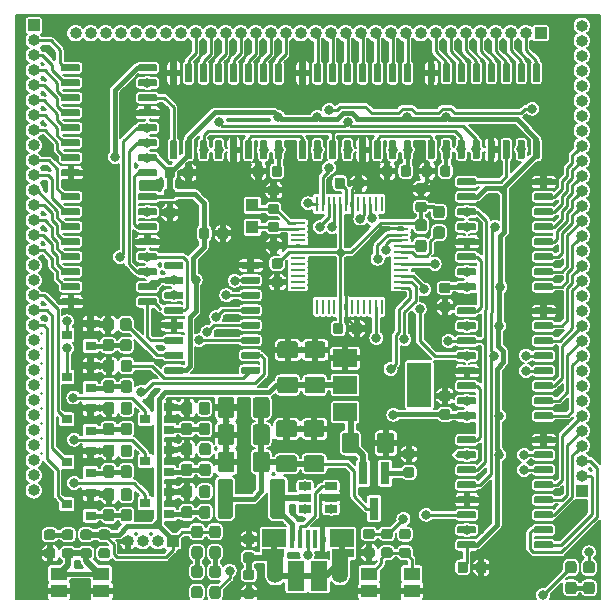
<source format=gtl>
G04 #@! TF.GenerationSoftware,KiCad,Pcbnew,5.1.4*
G04 #@! TF.CreationDate,2019-11-13T17:36:06+01:00*
G04 #@! TF.ProjectId,cubet_hw,63756265-745f-4687-972e-6b696361645f,rev?*
G04 #@! TF.SameCoordinates,Original*
G04 #@! TF.FileFunction,Copper,L1,Top*
G04 #@! TF.FilePolarity,Positive*
%FSLAX46Y46*%
G04 Gerber Fmt 4.6, Leading zero omitted, Abs format (unit mm)*
G04 Created by KiCad (PCBNEW 5.1.4) date 2019-11-13 17:36:06*
%MOMM*%
%LPD*%
G04 APERTURE LIST*
%ADD10R,1.300000X0.250000*%
%ADD11R,0.250000X1.300000*%
%ADD12C,0.100000*%
%ADD13C,0.600000*%
%ADD14C,1.425000*%
%ADD15C,1.300000*%
%ADD16R,0.900000X0.800000*%
%ADD17C,0.875000*%
%ADD18C,0.950000*%
%ADD19O,1.000000X1.000000*%
%ADD20R,1.000000X1.000000*%
%ADD21R,1.100000X1.050000*%
%ADD22R,0.800000X1.900000*%
%ADD23R,1.400000X1.050000*%
%ADD24R,2.000000X1.500000*%
%ADD25R,2.000000X3.800000*%
%ADD26R,1.060000X0.650000*%
%ADD27R,1.430000X2.500000*%
%ADD28O,1.350000X1.700000*%
%ADD29O,1.100000X1.500000*%
%ADD30R,0.400000X1.650000*%
%ADD31R,1.825000X0.700000*%
%ADD32R,1.350000X2.000000*%
%ADD33C,0.800000*%
%ADD34C,0.250000*%
%ADD35C,0.254000*%
%ADD36C,0.304800*%
%ADD37C,0.500000*%
%ADD38C,0.508000*%
%ADD39C,0.406400*%
%ADD40C,0.381000*%
%ADD41C,0.355600*%
%ADD42C,0.457200*%
%ADD43C,0.228600*%
%ADD44C,0.152400*%
G04 APERTURE END LIST*
D10*
X74150000Y-67850000D03*
X74150000Y-68350000D03*
X74150000Y-68850000D03*
X74150000Y-69350000D03*
X74150000Y-69850000D03*
X74150000Y-70350000D03*
X74150000Y-70850000D03*
X74150000Y-71350000D03*
X74150000Y-71850000D03*
X74150000Y-72350000D03*
X74150000Y-72850000D03*
X74150000Y-73350000D03*
D11*
X75750000Y-74950000D03*
X76250000Y-74950000D03*
X76750000Y-74950000D03*
X77250000Y-74950000D03*
X77750000Y-74950000D03*
X78250000Y-74950000D03*
X78750000Y-74950000D03*
X79250000Y-74950000D03*
X79750000Y-74950000D03*
X80250000Y-74950000D03*
X80750000Y-74950000D03*
X81250000Y-74950000D03*
D10*
X82850000Y-73350000D03*
X82850000Y-72850000D03*
X82850000Y-72350000D03*
X82850000Y-71850000D03*
X82850000Y-71350000D03*
X82850000Y-70850000D03*
X82850000Y-70350000D03*
X82850000Y-69850000D03*
X82850000Y-69350000D03*
X82850000Y-68850000D03*
X82850000Y-68350000D03*
X82850000Y-67850000D03*
D11*
X81250000Y-66250000D03*
X80750000Y-66250000D03*
X80250000Y-66250000D03*
X79750000Y-66250000D03*
X79250000Y-66250000D03*
X78750000Y-66250000D03*
X78250000Y-66250000D03*
X77750000Y-66250000D03*
X77250000Y-66250000D03*
X76750000Y-66250000D03*
X76250000Y-66250000D03*
X75750000Y-66250000D03*
D12*
G36*
X64314703Y-80045722D02*
G01*
X64329264Y-80047882D01*
X64343543Y-80051459D01*
X64357403Y-80056418D01*
X64370710Y-80062712D01*
X64383336Y-80070280D01*
X64395159Y-80079048D01*
X64406066Y-80088934D01*
X64415952Y-80099841D01*
X64424720Y-80111664D01*
X64432288Y-80124290D01*
X64438582Y-80137597D01*
X64443541Y-80151457D01*
X64447118Y-80165736D01*
X64449278Y-80180297D01*
X64450000Y-80195000D01*
X64450000Y-80495000D01*
X64449278Y-80509703D01*
X64447118Y-80524264D01*
X64443541Y-80538543D01*
X64438582Y-80552403D01*
X64432288Y-80565710D01*
X64424720Y-80578336D01*
X64415952Y-80590159D01*
X64406066Y-80601066D01*
X64395159Y-80610952D01*
X64383336Y-80619720D01*
X64370710Y-80627288D01*
X64357403Y-80633582D01*
X64343543Y-80638541D01*
X64329264Y-80642118D01*
X64314703Y-80644278D01*
X64300000Y-80645000D01*
X63000000Y-80645000D01*
X62985297Y-80644278D01*
X62970736Y-80642118D01*
X62956457Y-80638541D01*
X62942597Y-80633582D01*
X62929290Y-80627288D01*
X62916664Y-80619720D01*
X62904841Y-80610952D01*
X62893934Y-80601066D01*
X62884048Y-80590159D01*
X62875280Y-80578336D01*
X62867712Y-80565710D01*
X62861418Y-80552403D01*
X62856459Y-80538543D01*
X62852882Y-80524264D01*
X62850722Y-80509703D01*
X62850000Y-80495000D01*
X62850000Y-80195000D01*
X62850722Y-80180297D01*
X62852882Y-80165736D01*
X62856459Y-80151457D01*
X62861418Y-80137597D01*
X62867712Y-80124290D01*
X62875280Y-80111664D01*
X62884048Y-80099841D01*
X62893934Y-80088934D01*
X62904841Y-80079048D01*
X62916664Y-80070280D01*
X62929290Y-80062712D01*
X62942597Y-80056418D01*
X62956457Y-80051459D01*
X62970736Y-80047882D01*
X62985297Y-80045722D01*
X63000000Y-80045000D01*
X64300000Y-80045000D01*
X64314703Y-80045722D01*
X64314703Y-80045722D01*
G37*
D13*
X63650000Y-80345000D03*
D12*
G36*
X64314703Y-78775722D02*
G01*
X64329264Y-78777882D01*
X64343543Y-78781459D01*
X64357403Y-78786418D01*
X64370710Y-78792712D01*
X64383336Y-78800280D01*
X64395159Y-78809048D01*
X64406066Y-78818934D01*
X64415952Y-78829841D01*
X64424720Y-78841664D01*
X64432288Y-78854290D01*
X64438582Y-78867597D01*
X64443541Y-78881457D01*
X64447118Y-78895736D01*
X64449278Y-78910297D01*
X64450000Y-78925000D01*
X64450000Y-79225000D01*
X64449278Y-79239703D01*
X64447118Y-79254264D01*
X64443541Y-79268543D01*
X64438582Y-79282403D01*
X64432288Y-79295710D01*
X64424720Y-79308336D01*
X64415952Y-79320159D01*
X64406066Y-79331066D01*
X64395159Y-79340952D01*
X64383336Y-79349720D01*
X64370710Y-79357288D01*
X64357403Y-79363582D01*
X64343543Y-79368541D01*
X64329264Y-79372118D01*
X64314703Y-79374278D01*
X64300000Y-79375000D01*
X63000000Y-79375000D01*
X62985297Y-79374278D01*
X62970736Y-79372118D01*
X62956457Y-79368541D01*
X62942597Y-79363582D01*
X62929290Y-79357288D01*
X62916664Y-79349720D01*
X62904841Y-79340952D01*
X62893934Y-79331066D01*
X62884048Y-79320159D01*
X62875280Y-79308336D01*
X62867712Y-79295710D01*
X62861418Y-79282403D01*
X62856459Y-79268543D01*
X62852882Y-79254264D01*
X62850722Y-79239703D01*
X62850000Y-79225000D01*
X62850000Y-78925000D01*
X62850722Y-78910297D01*
X62852882Y-78895736D01*
X62856459Y-78881457D01*
X62861418Y-78867597D01*
X62867712Y-78854290D01*
X62875280Y-78841664D01*
X62884048Y-78829841D01*
X62893934Y-78818934D01*
X62904841Y-78809048D01*
X62916664Y-78800280D01*
X62929290Y-78792712D01*
X62942597Y-78786418D01*
X62956457Y-78781459D01*
X62970736Y-78777882D01*
X62985297Y-78775722D01*
X63000000Y-78775000D01*
X64300000Y-78775000D01*
X64314703Y-78775722D01*
X64314703Y-78775722D01*
G37*
D13*
X63650000Y-79075000D03*
D12*
G36*
X64314703Y-77505722D02*
G01*
X64329264Y-77507882D01*
X64343543Y-77511459D01*
X64357403Y-77516418D01*
X64370710Y-77522712D01*
X64383336Y-77530280D01*
X64395159Y-77539048D01*
X64406066Y-77548934D01*
X64415952Y-77559841D01*
X64424720Y-77571664D01*
X64432288Y-77584290D01*
X64438582Y-77597597D01*
X64443541Y-77611457D01*
X64447118Y-77625736D01*
X64449278Y-77640297D01*
X64450000Y-77655000D01*
X64450000Y-77955000D01*
X64449278Y-77969703D01*
X64447118Y-77984264D01*
X64443541Y-77998543D01*
X64438582Y-78012403D01*
X64432288Y-78025710D01*
X64424720Y-78038336D01*
X64415952Y-78050159D01*
X64406066Y-78061066D01*
X64395159Y-78070952D01*
X64383336Y-78079720D01*
X64370710Y-78087288D01*
X64357403Y-78093582D01*
X64343543Y-78098541D01*
X64329264Y-78102118D01*
X64314703Y-78104278D01*
X64300000Y-78105000D01*
X63000000Y-78105000D01*
X62985297Y-78104278D01*
X62970736Y-78102118D01*
X62956457Y-78098541D01*
X62942597Y-78093582D01*
X62929290Y-78087288D01*
X62916664Y-78079720D01*
X62904841Y-78070952D01*
X62893934Y-78061066D01*
X62884048Y-78050159D01*
X62875280Y-78038336D01*
X62867712Y-78025710D01*
X62861418Y-78012403D01*
X62856459Y-77998543D01*
X62852882Y-77984264D01*
X62850722Y-77969703D01*
X62850000Y-77955000D01*
X62850000Y-77655000D01*
X62850722Y-77640297D01*
X62852882Y-77625736D01*
X62856459Y-77611457D01*
X62861418Y-77597597D01*
X62867712Y-77584290D01*
X62875280Y-77571664D01*
X62884048Y-77559841D01*
X62893934Y-77548934D01*
X62904841Y-77539048D01*
X62916664Y-77530280D01*
X62929290Y-77522712D01*
X62942597Y-77516418D01*
X62956457Y-77511459D01*
X62970736Y-77507882D01*
X62985297Y-77505722D01*
X63000000Y-77505000D01*
X64300000Y-77505000D01*
X64314703Y-77505722D01*
X64314703Y-77505722D01*
G37*
D13*
X63650000Y-77805000D03*
D12*
G36*
X64314703Y-76235722D02*
G01*
X64329264Y-76237882D01*
X64343543Y-76241459D01*
X64357403Y-76246418D01*
X64370710Y-76252712D01*
X64383336Y-76260280D01*
X64395159Y-76269048D01*
X64406066Y-76278934D01*
X64415952Y-76289841D01*
X64424720Y-76301664D01*
X64432288Y-76314290D01*
X64438582Y-76327597D01*
X64443541Y-76341457D01*
X64447118Y-76355736D01*
X64449278Y-76370297D01*
X64450000Y-76385000D01*
X64450000Y-76685000D01*
X64449278Y-76699703D01*
X64447118Y-76714264D01*
X64443541Y-76728543D01*
X64438582Y-76742403D01*
X64432288Y-76755710D01*
X64424720Y-76768336D01*
X64415952Y-76780159D01*
X64406066Y-76791066D01*
X64395159Y-76800952D01*
X64383336Y-76809720D01*
X64370710Y-76817288D01*
X64357403Y-76823582D01*
X64343543Y-76828541D01*
X64329264Y-76832118D01*
X64314703Y-76834278D01*
X64300000Y-76835000D01*
X63000000Y-76835000D01*
X62985297Y-76834278D01*
X62970736Y-76832118D01*
X62956457Y-76828541D01*
X62942597Y-76823582D01*
X62929290Y-76817288D01*
X62916664Y-76809720D01*
X62904841Y-76800952D01*
X62893934Y-76791066D01*
X62884048Y-76780159D01*
X62875280Y-76768336D01*
X62867712Y-76755710D01*
X62861418Y-76742403D01*
X62856459Y-76728543D01*
X62852882Y-76714264D01*
X62850722Y-76699703D01*
X62850000Y-76685000D01*
X62850000Y-76385000D01*
X62850722Y-76370297D01*
X62852882Y-76355736D01*
X62856459Y-76341457D01*
X62861418Y-76327597D01*
X62867712Y-76314290D01*
X62875280Y-76301664D01*
X62884048Y-76289841D01*
X62893934Y-76278934D01*
X62904841Y-76269048D01*
X62916664Y-76260280D01*
X62929290Y-76252712D01*
X62942597Y-76246418D01*
X62956457Y-76241459D01*
X62970736Y-76237882D01*
X62985297Y-76235722D01*
X63000000Y-76235000D01*
X64300000Y-76235000D01*
X64314703Y-76235722D01*
X64314703Y-76235722D01*
G37*
D13*
X63650000Y-76535000D03*
D12*
G36*
X64314703Y-74965722D02*
G01*
X64329264Y-74967882D01*
X64343543Y-74971459D01*
X64357403Y-74976418D01*
X64370710Y-74982712D01*
X64383336Y-74990280D01*
X64395159Y-74999048D01*
X64406066Y-75008934D01*
X64415952Y-75019841D01*
X64424720Y-75031664D01*
X64432288Y-75044290D01*
X64438582Y-75057597D01*
X64443541Y-75071457D01*
X64447118Y-75085736D01*
X64449278Y-75100297D01*
X64450000Y-75115000D01*
X64450000Y-75415000D01*
X64449278Y-75429703D01*
X64447118Y-75444264D01*
X64443541Y-75458543D01*
X64438582Y-75472403D01*
X64432288Y-75485710D01*
X64424720Y-75498336D01*
X64415952Y-75510159D01*
X64406066Y-75521066D01*
X64395159Y-75530952D01*
X64383336Y-75539720D01*
X64370710Y-75547288D01*
X64357403Y-75553582D01*
X64343543Y-75558541D01*
X64329264Y-75562118D01*
X64314703Y-75564278D01*
X64300000Y-75565000D01*
X63000000Y-75565000D01*
X62985297Y-75564278D01*
X62970736Y-75562118D01*
X62956457Y-75558541D01*
X62942597Y-75553582D01*
X62929290Y-75547288D01*
X62916664Y-75539720D01*
X62904841Y-75530952D01*
X62893934Y-75521066D01*
X62884048Y-75510159D01*
X62875280Y-75498336D01*
X62867712Y-75485710D01*
X62861418Y-75472403D01*
X62856459Y-75458543D01*
X62852882Y-75444264D01*
X62850722Y-75429703D01*
X62850000Y-75415000D01*
X62850000Y-75115000D01*
X62850722Y-75100297D01*
X62852882Y-75085736D01*
X62856459Y-75071457D01*
X62861418Y-75057597D01*
X62867712Y-75044290D01*
X62875280Y-75031664D01*
X62884048Y-75019841D01*
X62893934Y-75008934D01*
X62904841Y-74999048D01*
X62916664Y-74990280D01*
X62929290Y-74982712D01*
X62942597Y-74976418D01*
X62956457Y-74971459D01*
X62970736Y-74967882D01*
X62985297Y-74965722D01*
X63000000Y-74965000D01*
X64300000Y-74965000D01*
X64314703Y-74965722D01*
X64314703Y-74965722D01*
G37*
D13*
X63650000Y-75265000D03*
D12*
G36*
X64314703Y-73695722D02*
G01*
X64329264Y-73697882D01*
X64343543Y-73701459D01*
X64357403Y-73706418D01*
X64370710Y-73712712D01*
X64383336Y-73720280D01*
X64395159Y-73729048D01*
X64406066Y-73738934D01*
X64415952Y-73749841D01*
X64424720Y-73761664D01*
X64432288Y-73774290D01*
X64438582Y-73787597D01*
X64443541Y-73801457D01*
X64447118Y-73815736D01*
X64449278Y-73830297D01*
X64450000Y-73845000D01*
X64450000Y-74145000D01*
X64449278Y-74159703D01*
X64447118Y-74174264D01*
X64443541Y-74188543D01*
X64438582Y-74202403D01*
X64432288Y-74215710D01*
X64424720Y-74228336D01*
X64415952Y-74240159D01*
X64406066Y-74251066D01*
X64395159Y-74260952D01*
X64383336Y-74269720D01*
X64370710Y-74277288D01*
X64357403Y-74283582D01*
X64343543Y-74288541D01*
X64329264Y-74292118D01*
X64314703Y-74294278D01*
X64300000Y-74295000D01*
X63000000Y-74295000D01*
X62985297Y-74294278D01*
X62970736Y-74292118D01*
X62956457Y-74288541D01*
X62942597Y-74283582D01*
X62929290Y-74277288D01*
X62916664Y-74269720D01*
X62904841Y-74260952D01*
X62893934Y-74251066D01*
X62884048Y-74240159D01*
X62875280Y-74228336D01*
X62867712Y-74215710D01*
X62861418Y-74202403D01*
X62856459Y-74188543D01*
X62852882Y-74174264D01*
X62850722Y-74159703D01*
X62850000Y-74145000D01*
X62850000Y-73845000D01*
X62850722Y-73830297D01*
X62852882Y-73815736D01*
X62856459Y-73801457D01*
X62861418Y-73787597D01*
X62867712Y-73774290D01*
X62875280Y-73761664D01*
X62884048Y-73749841D01*
X62893934Y-73738934D01*
X62904841Y-73729048D01*
X62916664Y-73720280D01*
X62929290Y-73712712D01*
X62942597Y-73706418D01*
X62956457Y-73701459D01*
X62970736Y-73697882D01*
X62985297Y-73695722D01*
X63000000Y-73695000D01*
X64300000Y-73695000D01*
X64314703Y-73695722D01*
X64314703Y-73695722D01*
G37*
D13*
X63650000Y-73995000D03*
D12*
G36*
X64314703Y-72425722D02*
G01*
X64329264Y-72427882D01*
X64343543Y-72431459D01*
X64357403Y-72436418D01*
X64370710Y-72442712D01*
X64383336Y-72450280D01*
X64395159Y-72459048D01*
X64406066Y-72468934D01*
X64415952Y-72479841D01*
X64424720Y-72491664D01*
X64432288Y-72504290D01*
X64438582Y-72517597D01*
X64443541Y-72531457D01*
X64447118Y-72545736D01*
X64449278Y-72560297D01*
X64450000Y-72575000D01*
X64450000Y-72875000D01*
X64449278Y-72889703D01*
X64447118Y-72904264D01*
X64443541Y-72918543D01*
X64438582Y-72932403D01*
X64432288Y-72945710D01*
X64424720Y-72958336D01*
X64415952Y-72970159D01*
X64406066Y-72981066D01*
X64395159Y-72990952D01*
X64383336Y-72999720D01*
X64370710Y-73007288D01*
X64357403Y-73013582D01*
X64343543Y-73018541D01*
X64329264Y-73022118D01*
X64314703Y-73024278D01*
X64300000Y-73025000D01*
X63000000Y-73025000D01*
X62985297Y-73024278D01*
X62970736Y-73022118D01*
X62956457Y-73018541D01*
X62942597Y-73013582D01*
X62929290Y-73007288D01*
X62916664Y-72999720D01*
X62904841Y-72990952D01*
X62893934Y-72981066D01*
X62884048Y-72970159D01*
X62875280Y-72958336D01*
X62867712Y-72945710D01*
X62861418Y-72932403D01*
X62856459Y-72918543D01*
X62852882Y-72904264D01*
X62850722Y-72889703D01*
X62850000Y-72875000D01*
X62850000Y-72575000D01*
X62850722Y-72560297D01*
X62852882Y-72545736D01*
X62856459Y-72531457D01*
X62861418Y-72517597D01*
X62867712Y-72504290D01*
X62875280Y-72491664D01*
X62884048Y-72479841D01*
X62893934Y-72468934D01*
X62904841Y-72459048D01*
X62916664Y-72450280D01*
X62929290Y-72442712D01*
X62942597Y-72436418D01*
X62956457Y-72431459D01*
X62970736Y-72427882D01*
X62985297Y-72425722D01*
X63000000Y-72425000D01*
X64300000Y-72425000D01*
X64314703Y-72425722D01*
X64314703Y-72425722D01*
G37*
D13*
X63650000Y-72725000D03*
D12*
G36*
X64314703Y-71155722D02*
G01*
X64329264Y-71157882D01*
X64343543Y-71161459D01*
X64357403Y-71166418D01*
X64370710Y-71172712D01*
X64383336Y-71180280D01*
X64395159Y-71189048D01*
X64406066Y-71198934D01*
X64415952Y-71209841D01*
X64424720Y-71221664D01*
X64432288Y-71234290D01*
X64438582Y-71247597D01*
X64443541Y-71261457D01*
X64447118Y-71275736D01*
X64449278Y-71290297D01*
X64450000Y-71305000D01*
X64450000Y-71605000D01*
X64449278Y-71619703D01*
X64447118Y-71634264D01*
X64443541Y-71648543D01*
X64438582Y-71662403D01*
X64432288Y-71675710D01*
X64424720Y-71688336D01*
X64415952Y-71700159D01*
X64406066Y-71711066D01*
X64395159Y-71720952D01*
X64383336Y-71729720D01*
X64370710Y-71737288D01*
X64357403Y-71743582D01*
X64343543Y-71748541D01*
X64329264Y-71752118D01*
X64314703Y-71754278D01*
X64300000Y-71755000D01*
X63000000Y-71755000D01*
X62985297Y-71754278D01*
X62970736Y-71752118D01*
X62956457Y-71748541D01*
X62942597Y-71743582D01*
X62929290Y-71737288D01*
X62916664Y-71729720D01*
X62904841Y-71720952D01*
X62893934Y-71711066D01*
X62884048Y-71700159D01*
X62875280Y-71688336D01*
X62867712Y-71675710D01*
X62861418Y-71662403D01*
X62856459Y-71648543D01*
X62852882Y-71634264D01*
X62850722Y-71619703D01*
X62850000Y-71605000D01*
X62850000Y-71305000D01*
X62850722Y-71290297D01*
X62852882Y-71275736D01*
X62856459Y-71261457D01*
X62861418Y-71247597D01*
X62867712Y-71234290D01*
X62875280Y-71221664D01*
X62884048Y-71209841D01*
X62893934Y-71198934D01*
X62904841Y-71189048D01*
X62916664Y-71180280D01*
X62929290Y-71172712D01*
X62942597Y-71166418D01*
X62956457Y-71161459D01*
X62970736Y-71157882D01*
X62985297Y-71155722D01*
X63000000Y-71155000D01*
X64300000Y-71155000D01*
X64314703Y-71155722D01*
X64314703Y-71155722D01*
G37*
D13*
X63650000Y-71455000D03*
D12*
G36*
X70814703Y-71155722D02*
G01*
X70829264Y-71157882D01*
X70843543Y-71161459D01*
X70857403Y-71166418D01*
X70870710Y-71172712D01*
X70883336Y-71180280D01*
X70895159Y-71189048D01*
X70906066Y-71198934D01*
X70915952Y-71209841D01*
X70924720Y-71221664D01*
X70932288Y-71234290D01*
X70938582Y-71247597D01*
X70943541Y-71261457D01*
X70947118Y-71275736D01*
X70949278Y-71290297D01*
X70950000Y-71305000D01*
X70950000Y-71605000D01*
X70949278Y-71619703D01*
X70947118Y-71634264D01*
X70943541Y-71648543D01*
X70938582Y-71662403D01*
X70932288Y-71675710D01*
X70924720Y-71688336D01*
X70915952Y-71700159D01*
X70906066Y-71711066D01*
X70895159Y-71720952D01*
X70883336Y-71729720D01*
X70870710Y-71737288D01*
X70857403Y-71743582D01*
X70843543Y-71748541D01*
X70829264Y-71752118D01*
X70814703Y-71754278D01*
X70800000Y-71755000D01*
X69500000Y-71755000D01*
X69485297Y-71754278D01*
X69470736Y-71752118D01*
X69456457Y-71748541D01*
X69442597Y-71743582D01*
X69429290Y-71737288D01*
X69416664Y-71729720D01*
X69404841Y-71720952D01*
X69393934Y-71711066D01*
X69384048Y-71700159D01*
X69375280Y-71688336D01*
X69367712Y-71675710D01*
X69361418Y-71662403D01*
X69356459Y-71648543D01*
X69352882Y-71634264D01*
X69350722Y-71619703D01*
X69350000Y-71605000D01*
X69350000Y-71305000D01*
X69350722Y-71290297D01*
X69352882Y-71275736D01*
X69356459Y-71261457D01*
X69361418Y-71247597D01*
X69367712Y-71234290D01*
X69375280Y-71221664D01*
X69384048Y-71209841D01*
X69393934Y-71198934D01*
X69404841Y-71189048D01*
X69416664Y-71180280D01*
X69429290Y-71172712D01*
X69442597Y-71166418D01*
X69456457Y-71161459D01*
X69470736Y-71157882D01*
X69485297Y-71155722D01*
X69500000Y-71155000D01*
X70800000Y-71155000D01*
X70814703Y-71155722D01*
X70814703Y-71155722D01*
G37*
D13*
X70150000Y-71455000D03*
D12*
G36*
X70814703Y-72425722D02*
G01*
X70829264Y-72427882D01*
X70843543Y-72431459D01*
X70857403Y-72436418D01*
X70870710Y-72442712D01*
X70883336Y-72450280D01*
X70895159Y-72459048D01*
X70906066Y-72468934D01*
X70915952Y-72479841D01*
X70924720Y-72491664D01*
X70932288Y-72504290D01*
X70938582Y-72517597D01*
X70943541Y-72531457D01*
X70947118Y-72545736D01*
X70949278Y-72560297D01*
X70950000Y-72575000D01*
X70950000Y-72875000D01*
X70949278Y-72889703D01*
X70947118Y-72904264D01*
X70943541Y-72918543D01*
X70938582Y-72932403D01*
X70932288Y-72945710D01*
X70924720Y-72958336D01*
X70915952Y-72970159D01*
X70906066Y-72981066D01*
X70895159Y-72990952D01*
X70883336Y-72999720D01*
X70870710Y-73007288D01*
X70857403Y-73013582D01*
X70843543Y-73018541D01*
X70829264Y-73022118D01*
X70814703Y-73024278D01*
X70800000Y-73025000D01*
X69500000Y-73025000D01*
X69485297Y-73024278D01*
X69470736Y-73022118D01*
X69456457Y-73018541D01*
X69442597Y-73013582D01*
X69429290Y-73007288D01*
X69416664Y-72999720D01*
X69404841Y-72990952D01*
X69393934Y-72981066D01*
X69384048Y-72970159D01*
X69375280Y-72958336D01*
X69367712Y-72945710D01*
X69361418Y-72932403D01*
X69356459Y-72918543D01*
X69352882Y-72904264D01*
X69350722Y-72889703D01*
X69350000Y-72875000D01*
X69350000Y-72575000D01*
X69350722Y-72560297D01*
X69352882Y-72545736D01*
X69356459Y-72531457D01*
X69361418Y-72517597D01*
X69367712Y-72504290D01*
X69375280Y-72491664D01*
X69384048Y-72479841D01*
X69393934Y-72468934D01*
X69404841Y-72459048D01*
X69416664Y-72450280D01*
X69429290Y-72442712D01*
X69442597Y-72436418D01*
X69456457Y-72431459D01*
X69470736Y-72427882D01*
X69485297Y-72425722D01*
X69500000Y-72425000D01*
X70800000Y-72425000D01*
X70814703Y-72425722D01*
X70814703Y-72425722D01*
G37*
D13*
X70150000Y-72725000D03*
D12*
G36*
X70814703Y-73695722D02*
G01*
X70829264Y-73697882D01*
X70843543Y-73701459D01*
X70857403Y-73706418D01*
X70870710Y-73712712D01*
X70883336Y-73720280D01*
X70895159Y-73729048D01*
X70906066Y-73738934D01*
X70915952Y-73749841D01*
X70924720Y-73761664D01*
X70932288Y-73774290D01*
X70938582Y-73787597D01*
X70943541Y-73801457D01*
X70947118Y-73815736D01*
X70949278Y-73830297D01*
X70950000Y-73845000D01*
X70950000Y-74145000D01*
X70949278Y-74159703D01*
X70947118Y-74174264D01*
X70943541Y-74188543D01*
X70938582Y-74202403D01*
X70932288Y-74215710D01*
X70924720Y-74228336D01*
X70915952Y-74240159D01*
X70906066Y-74251066D01*
X70895159Y-74260952D01*
X70883336Y-74269720D01*
X70870710Y-74277288D01*
X70857403Y-74283582D01*
X70843543Y-74288541D01*
X70829264Y-74292118D01*
X70814703Y-74294278D01*
X70800000Y-74295000D01*
X69500000Y-74295000D01*
X69485297Y-74294278D01*
X69470736Y-74292118D01*
X69456457Y-74288541D01*
X69442597Y-74283582D01*
X69429290Y-74277288D01*
X69416664Y-74269720D01*
X69404841Y-74260952D01*
X69393934Y-74251066D01*
X69384048Y-74240159D01*
X69375280Y-74228336D01*
X69367712Y-74215710D01*
X69361418Y-74202403D01*
X69356459Y-74188543D01*
X69352882Y-74174264D01*
X69350722Y-74159703D01*
X69350000Y-74145000D01*
X69350000Y-73845000D01*
X69350722Y-73830297D01*
X69352882Y-73815736D01*
X69356459Y-73801457D01*
X69361418Y-73787597D01*
X69367712Y-73774290D01*
X69375280Y-73761664D01*
X69384048Y-73749841D01*
X69393934Y-73738934D01*
X69404841Y-73729048D01*
X69416664Y-73720280D01*
X69429290Y-73712712D01*
X69442597Y-73706418D01*
X69456457Y-73701459D01*
X69470736Y-73697882D01*
X69485297Y-73695722D01*
X69500000Y-73695000D01*
X70800000Y-73695000D01*
X70814703Y-73695722D01*
X70814703Y-73695722D01*
G37*
D13*
X70150000Y-73995000D03*
D12*
G36*
X70814703Y-74965722D02*
G01*
X70829264Y-74967882D01*
X70843543Y-74971459D01*
X70857403Y-74976418D01*
X70870710Y-74982712D01*
X70883336Y-74990280D01*
X70895159Y-74999048D01*
X70906066Y-75008934D01*
X70915952Y-75019841D01*
X70924720Y-75031664D01*
X70932288Y-75044290D01*
X70938582Y-75057597D01*
X70943541Y-75071457D01*
X70947118Y-75085736D01*
X70949278Y-75100297D01*
X70950000Y-75115000D01*
X70950000Y-75415000D01*
X70949278Y-75429703D01*
X70947118Y-75444264D01*
X70943541Y-75458543D01*
X70938582Y-75472403D01*
X70932288Y-75485710D01*
X70924720Y-75498336D01*
X70915952Y-75510159D01*
X70906066Y-75521066D01*
X70895159Y-75530952D01*
X70883336Y-75539720D01*
X70870710Y-75547288D01*
X70857403Y-75553582D01*
X70843543Y-75558541D01*
X70829264Y-75562118D01*
X70814703Y-75564278D01*
X70800000Y-75565000D01*
X69500000Y-75565000D01*
X69485297Y-75564278D01*
X69470736Y-75562118D01*
X69456457Y-75558541D01*
X69442597Y-75553582D01*
X69429290Y-75547288D01*
X69416664Y-75539720D01*
X69404841Y-75530952D01*
X69393934Y-75521066D01*
X69384048Y-75510159D01*
X69375280Y-75498336D01*
X69367712Y-75485710D01*
X69361418Y-75472403D01*
X69356459Y-75458543D01*
X69352882Y-75444264D01*
X69350722Y-75429703D01*
X69350000Y-75415000D01*
X69350000Y-75115000D01*
X69350722Y-75100297D01*
X69352882Y-75085736D01*
X69356459Y-75071457D01*
X69361418Y-75057597D01*
X69367712Y-75044290D01*
X69375280Y-75031664D01*
X69384048Y-75019841D01*
X69393934Y-75008934D01*
X69404841Y-74999048D01*
X69416664Y-74990280D01*
X69429290Y-74982712D01*
X69442597Y-74976418D01*
X69456457Y-74971459D01*
X69470736Y-74967882D01*
X69485297Y-74965722D01*
X69500000Y-74965000D01*
X70800000Y-74965000D01*
X70814703Y-74965722D01*
X70814703Y-74965722D01*
G37*
D13*
X70150000Y-75265000D03*
D12*
G36*
X70814703Y-76235722D02*
G01*
X70829264Y-76237882D01*
X70843543Y-76241459D01*
X70857403Y-76246418D01*
X70870710Y-76252712D01*
X70883336Y-76260280D01*
X70895159Y-76269048D01*
X70906066Y-76278934D01*
X70915952Y-76289841D01*
X70924720Y-76301664D01*
X70932288Y-76314290D01*
X70938582Y-76327597D01*
X70943541Y-76341457D01*
X70947118Y-76355736D01*
X70949278Y-76370297D01*
X70950000Y-76385000D01*
X70950000Y-76685000D01*
X70949278Y-76699703D01*
X70947118Y-76714264D01*
X70943541Y-76728543D01*
X70938582Y-76742403D01*
X70932288Y-76755710D01*
X70924720Y-76768336D01*
X70915952Y-76780159D01*
X70906066Y-76791066D01*
X70895159Y-76800952D01*
X70883336Y-76809720D01*
X70870710Y-76817288D01*
X70857403Y-76823582D01*
X70843543Y-76828541D01*
X70829264Y-76832118D01*
X70814703Y-76834278D01*
X70800000Y-76835000D01*
X69500000Y-76835000D01*
X69485297Y-76834278D01*
X69470736Y-76832118D01*
X69456457Y-76828541D01*
X69442597Y-76823582D01*
X69429290Y-76817288D01*
X69416664Y-76809720D01*
X69404841Y-76800952D01*
X69393934Y-76791066D01*
X69384048Y-76780159D01*
X69375280Y-76768336D01*
X69367712Y-76755710D01*
X69361418Y-76742403D01*
X69356459Y-76728543D01*
X69352882Y-76714264D01*
X69350722Y-76699703D01*
X69350000Y-76685000D01*
X69350000Y-76385000D01*
X69350722Y-76370297D01*
X69352882Y-76355736D01*
X69356459Y-76341457D01*
X69361418Y-76327597D01*
X69367712Y-76314290D01*
X69375280Y-76301664D01*
X69384048Y-76289841D01*
X69393934Y-76278934D01*
X69404841Y-76269048D01*
X69416664Y-76260280D01*
X69429290Y-76252712D01*
X69442597Y-76246418D01*
X69456457Y-76241459D01*
X69470736Y-76237882D01*
X69485297Y-76235722D01*
X69500000Y-76235000D01*
X70800000Y-76235000D01*
X70814703Y-76235722D01*
X70814703Y-76235722D01*
G37*
D13*
X70150000Y-76535000D03*
D12*
G36*
X70814703Y-77505722D02*
G01*
X70829264Y-77507882D01*
X70843543Y-77511459D01*
X70857403Y-77516418D01*
X70870710Y-77522712D01*
X70883336Y-77530280D01*
X70895159Y-77539048D01*
X70906066Y-77548934D01*
X70915952Y-77559841D01*
X70924720Y-77571664D01*
X70932288Y-77584290D01*
X70938582Y-77597597D01*
X70943541Y-77611457D01*
X70947118Y-77625736D01*
X70949278Y-77640297D01*
X70950000Y-77655000D01*
X70950000Y-77955000D01*
X70949278Y-77969703D01*
X70947118Y-77984264D01*
X70943541Y-77998543D01*
X70938582Y-78012403D01*
X70932288Y-78025710D01*
X70924720Y-78038336D01*
X70915952Y-78050159D01*
X70906066Y-78061066D01*
X70895159Y-78070952D01*
X70883336Y-78079720D01*
X70870710Y-78087288D01*
X70857403Y-78093582D01*
X70843543Y-78098541D01*
X70829264Y-78102118D01*
X70814703Y-78104278D01*
X70800000Y-78105000D01*
X69500000Y-78105000D01*
X69485297Y-78104278D01*
X69470736Y-78102118D01*
X69456457Y-78098541D01*
X69442597Y-78093582D01*
X69429290Y-78087288D01*
X69416664Y-78079720D01*
X69404841Y-78070952D01*
X69393934Y-78061066D01*
X69384048Y-78050159D01*
X69375280Y-78038336D01*
X69367712Y-78025710D01*
X69361418Y-78012403D01*
X69356459Y-77998543D01*
X69352882Y-77984264D01*
X69350722Y-77969703D01*
X69350000Y-77955000D01*
X69350000Y-77655000D01*
X69350722Y-77640297D01*
X69352882Y-77625736D01*
X69356459Y-77611457D01*
X69361418Y-77597597D01*
X69367712Y-77584290D01*
X69375280Y-77571664D01*
X69384048Y-77559841D01*
X69393934Y-77548934D01*
X69404841Y-77539048D01*
X69416664Y-77530280D01*
X69429290Y-77522712D01*
X69442597Y-77516418D01*
X69456457Y-77511459D01*
X69470736Y-77507882D01*
X69485297Y-77505722D01*
X69500000Y-77505000D01*
X70800000Y-77505000D01*
X70814703Y-77505722D01*
X70814703Y-77505722D01*
G37*
D13*
X70150000Y-77805000D03*
D12*
G36*
X70814703Y-78775722D02*
G01*
X70829264Y-78777882D01*
X70843543Y-78781459D01*
X70857403Y-78786418D01*
X70870710Y-78792712D01*
X70883336Y-78800280D01*
X70895159Y-78809048D01*
X70906066Y-78818934D01*
X70915952Y-78829841D01*
X70924720Y-78841664D01*
X70932288Y-78854290D01*
X70938582Y-78867597D01*
X70943541Y-78881457D01*
X70947118Y-78895736D01*
X70949278Y-78910297D01*
X70950000Y-78925000D01*
X70950000Y-79225000D01*
X70949278Y-79239703D01*
X70947118Y-79254264D01*
X70943541Y-79268543D01*
X70938582Y-79282403D01*
X70932288Y-79295710D01*
X70924720Y-79308336D01*
X70915952Y-79320159D01*
X70906066Y-79331066D01*
X70895159Y-79340952D01*
X70883336Y-79349720D01*
X70870710Y-79357288D01*
X70857403Y-79363582D01*
X70843543Y-79368541D01*
X70829264Y-79372118D01*
X70814703Y-79374278D01*
X70800000Y-79375000D01*
X69500000Y-79375000D01*
X69485297Y-79374278D01*
X69470736Y-79372118D01*
X69456457Y-79368541D01*
X69442597Y-79363582D01*
X69429290Y-79357288D01*
X69416664Y-79349720D01*
X69404841Y-79340952D01*
X69393934Y-79331066D01*
X69384048Y-79320159D01*
X69375280Y-79308336D01*
X69367712Y-79295710D01*
X69361418Y-79282403D01*
X69356459Y-79268543D01*
X69352882Y-79254264D01*
X69350722Y-79239703D01*
X69350000Y-79225000D01*
X69350000Y-78925000D01*
X69350722Y-78910297D01*
X69352882Y-78895736D01*
X69356459Y-78881457D01*
X69361418Y-78867597D01*
X69367712Y-78854290D01*
X69375280Y-78841664D01*
X69384048Y-78829841D01*
X69393934Y-78818934D01*
X69404841Y-78809048D01*
X69416664Y-78800280D01*
X69429290Y-78792712D01*
X69442597Y-78786418D01*
X69456457Y-78781459D01*
X69470736Y-78777882D01*
X69485297Y-78775722D01*
X69500000Y-78775000D01*
X70800000Y-78775000D01*
X70814703Y-78775722D01*
X70814703Y-78775722D01*
G37*
D13*
X70150000Y-79075000D03*
D12*
G36*
X70814703Y-80045722D02*
G01*
X70829264Y-80047882D01*
X70843543Y-80051459D01*
X70857403Y-80056418D01*
X70870710Y-80062712D01*
X70883336Y-80070280D01*
X70895159Y-80079048D01*
X70906066Y-80088934D01*
X70915952Y-80099841D01*
X70924720Y-80111664D01*
X70932288Y-80124290D01*
X70938582Y-80137597D01*
X70943541Y-80151457D01*
X70947118Y-80165736D01*
X70949278Y-80180297D01*
X70950000Y-80195000D01*
X70950000Y-80495000D01*
X70949278Y-80509703D01*
X70947118Y-80524264D01*
X70943541Y-80538543D01*
X70938582Y-80552403D01*
X70932288Y-80565710D01*
X70924720Y-80578336D01*
X70915952Y-80590159D01*
X70906066Y-80601066D01*
X70895159Y-80610952D01*
X70883336Y-80619720D01*
X70870710Y-80627288D01*
X70857403Y-80633582D01*
X70843543Y-80638541D01*
X70829264Y-80642118D01*
X70814703Y-80644278D01*
X70800000Y-80645000D01*
X69500000Y-80645000D01*
X69485297Y-80644278D01*
X69470736Y-80642118D01*
X69456457Y-80638541D01*
X69442597Y-80633582D01*
X69429290Y-80627288D01*
X69416664Y-80619720D01*
X69404841Y-80610952D01*
X69393934Y-80601066D01*
X69384048Y-80590159D01*
X69375280Y-80578336D01*
X69367712Y-80565710D01*
X69361418Y-80552403D01*
X69356459Y-80538543D01*
X69352882Y-80524264D01*
X69350722Y-80509703D01*
X69350000Y-80495000D01*
X69350000Y-80195000D01*
X69350722Y-80180297D01*
X69352882Y-80165736D01*
X69356459Y-80151457D01*
X69361418Y-80137597D01*
X69367712Y-80124290D01*
X69375280Y-80111664D01*
X69384048Y-80099841D01*
X69393934Y-80088934D01*
X69404841Y-80079048D01*
X69416664Y-80070280D01*
X69429290Y-80062712D01*
X69442597Y-80056418D01*
X69456457Y-80051459D01*
X69470736Y-80047882D01*
X69485297Y-80045722D01*
X69500000Y-80045000D01*
X70800000Y-80045000D01*
X70814703Y-80045722D01*
X70814703Y-80045722D01*
G37*
D13*
X70150000Y-80345000D03*
D12*
G36*
X72681703Y-60870722D02*
G01*
X72696264Y-60872882D01*
X72710543Y-60876459D01*
X72724403Y-60881418D01*
X72737710Y-60887712D01*
X72750336Y-60895280D01*
X72762159Y-60904048D01*
X72773066Y-60913934D01*
X72782952Y-60924841D01*
X72791720Y-60936664D01*
X72799288Y-60949290D01*
X72805582Y-60962597D01*
X72810541Y-60976457D01*
X72814118Y-60990736D01*
X72816278Y-61005297D01*
X72817000Y-61020000D01*
X72817000Y-62320000D01*
X72816278Y-62334703D01*
X72814118Y-62349264D01*
X72810541Y-62363543D01*
X72805582Y-62377403D01*
X72799288Y-62390710D01*
X72791720Y-62403336D01*
X72782952Y-62415159D01*
X72773066Y-62426066D01*
X72762159Y-62435952D01*
X72750336Y-62444720D01*
X72737710Y-62452288D01*
X72724403Y-62458582D01*
X72710543Y-62463541D01*
X72696264Y-62467118D01*
X72681703Y-62469278D01*
X72667000Y-62470000D01*
X72367000Y-62470000D01*
X72352297Y-62469278D01*
X72337736Y-62467118D01*
X72323457Y-62463541D01*
X72309597Y-62458582D01*
X72296290Y-62452288D01*
X72283664Y-62444720D01*
X72271841Y-62435952D01*
X72260934Y-62426066D01*
X72251048Y-62415159D01*
X72242280Y-62403336D01*
X72234712Y-62390710D01*
X72228418Y-62377403D01*
X72223459Y-62363543D01*
X72219882Y-62349264D01*
X72217722Y-62334703D01*
X72217000Y-62320000D01*
X72217000Y-61020000D01*
X72217722Y-61005297D01*
X72219882Y-60990736D01*
X72223459Y-60976457D01*
X72228418Y-60962597D01*
X72234712Y-60949290D01*
X72242280Y-60936664D01*
X72251048Y-60924841D01*
X72260934Y-60913934D01*
X72271841Y-60904048D01*
X72283664Y-60895280D01*
X72296290Y-60887712D01*
X72309597Y-60881418D01*
X72323457Y-60876459D01*
X72337736Y-60872882D01*
X72352297Y-60870722D01*
X72367000Y-60870000D01*
X72667000Y-60870000D01*
X72681703Y-60870722D01*
X72681703Y-60870722D01*
G37*
D13*
X72517000Y-61670000D03*
D12*
G36*
X71411703Y-60870722D02*
G01*
X71426264Y-60872882D01*
X71440543Y-60876459D01*
X71454403Y-60881418D01*
X71467710Y-60887712D01*
X71480336Y-60895280D01*
X71492159Y-60904048D01*
X71503066Y-60913934D01*
X71512952Y-60924841D01*
X71521720Y-60936664D01*
X71529288Y-60949290D01*
X71535582Y-60962597D01*
X71540541Y-60976457D01*
X71544118Y-60990736D01*
X71546278Y-61005297D01*
X71547000Y-61020000D01*
X71547000Y-62320000D01*
X71546278Y-62334703D01*
X71544118Y-62349264D01*
X71540541Y-62363543D01*
X71535582Y-62377403D01*
X71529288Y-62390710D01*
X71521720Y-62403336D01*
X71512952Y-62415159D01*
X71503066Y-62426066D01*
X71492159Y-62435952D01*
X71480336Y-62444720D01*
X71467710Y-62452288D01*
X71454403Y-62458582D01*
X71440543Y-62463541D01*
X71426264Y-62467118D01*
X71411703Y-62469278D01*
X71397000Y-62470000D01*
X71097000Y-62470000D01*
X71082297Y-62469278D01*
X71067736Y-62467118D01*
X71053457Y-62463541D01*
X71039597Y-62458582D01*
X71026290Y-62452288D01*
X71013664Y-62444720D01*
X71001841Y-62435952D01*
X70990934Y-62426066D01*
X70981048Y-62415159D01*
X70972280Y-62403336D01*
X70964712Y-62390710D01*
X70958418Y-62377403D01*
X70953459Y-62363543D01*
X70949882Y-62349264D01*
X70947722Y-62334703D01*
X70947000Y-62320000D01*
X70947000Y-61020000D01*
X70947722Y-61005297D01*
X70949882Y-60990736D01*
X70953459Y-60976457D01*
X70958418Y-60962597D01*
X70964712Y-60949290D01*
X70972280Y-60936664D01*
X70981048Y-60924841D01*
X70990934Y-60913934D01*
X71001841Y-60904048D01*
X71013664Y-60895280D01*
X71026290Y-60887712D01*
X71039597Y-60881418D01*
X71053457Y-60876459D01*
X71067736Y-60872882D01*
X71082297Y-60870722D01*
X71097000Y-60870000D01*
X71397000Y-60870000D01*
X71411703Y-60870722D01*
X71411703Y-60870722D01*
G37*
D13*
X71247000Y-61670000D03*
D12*
G36*
X70141703Y-60870722D02*
G01*
X70156264Y-60872882D01*
X70170543Y-60876459D01*
X70184403Y-60881418D01*
X70197710Y-60887712D01*
X70210336Y-60895280D01*
X70222159Y-60904048D01*
X70233066Y-60913934D01*
X70242952Y-60924841D01*
X70251720Y-60936664D01*
X70259288Y-60949290D01*
X70265582Y-60962597D01*
X70270541Y-60976457D01*
X70274118Y-60990736D01*
X70276278Y-61005297D01*
X70277000Y-61020000D01*
X70277000Y-62320000D01*
X70276278Y-62334703D01*
X70274118Y-62349264D01*
X70270541Y-62363543D01*
X70265582Y-62377403D01*
X70259288Y-62390710D01*
X70251720Y-62403336D01*
X70242952Y-62415159D01*
X70233066Y-62426066D01*
X70222159Y-62435952D01*
X70210336Y-62444720D01*
X70197710Y-62452288D01*
X70184403Y-62458582D01*
X70170543Y-62463541D01*
X70156264Y-62467118D01*
X70141703Y-62469278D01*
X70127000Y-62470000D01*
X69827000Y-62470000D01*
X69812297Y-62469278D01*
X69797736Y-62467118D01*
X69783457Y-62463541D01*
X69769597Y-62458582D01*
X69756290Y-62452288D01*
X69743664Y-62444720D01*
X69731841Y-62435952D01*
X69720934Y-62426066D01*
X69711048Y-62415159D01*
X69702280Y-62403336D01*
X69694712Y-62390710D01*
X69688418Y-62377403D01*
X69683459Y-62363543D01*
X69679882Y-62349264D01*
X69677722Y-62334703D01*
X69677000Y-62320000D01*
X69677000Y-61020000D01*
X69677722Y-61005297D01*
X69679882Y-60990736D01*
X69683459Y-60976457D01*
X69688418Y-60962597D01*
X69694712Y-60949290D01*
X69702280Y-60936664D01*
X69711048Y-60924841D01*
X69720934Y-60913934D01*
X69731841Y-60904048D01*
X69743664Y-60895280D01*
X69756290Y-60887712D01*
X69769597Y-60881418D01*
X69783457Y-60876459D01*
X69797736Y-60872882D01*
X69812297Y-60870722D01*
X69827000Y-60870000D01*
X70127000Y-60870000D01*
X70141703Y-60870722D01*
X70141703Y-60870722D01*
G37*
D13*
X69977000Y-61670000D03*
D12*
G36*
X68871703Y-60870722D02*
G01*
X68886264Y-60872882D01*
X68900543Y-60876459D01*
X68914403Y-60881418D01*
X68927710Y-60887712D01*
X68940336Y-60895280D01*
X68952159Y-60904048D01*
X68963066Y-60913934D01*
X68972952Y-60924841D01*
X68981720Y-60936664D01*
X68989288Y-60949290D01*
X68995582Y-60962597D01*
X69000541Y-60976457D01*
X69004118Y-60990736D01*
X69006278Y-61005297D01*
X69007000Y-61020000D01*
X69007000Y-62320000D01*
X69006278Y-62334703D01*
X69004118Y-62349264D01*
X69000541Y-62363543D01*
X68995582Y-62377403D01*
X68989288Y-62390710D01*
X68981720Y-62403336D01*
X68972952Y-62415159D01*
X68963066Y-62426066D01*
X68952159Y-62435952D01*
X68940336Y-62444720D01*
X68927710Y-62452288D01*
X68914403Y-62458582D01*
X68900543Y-62463541D01*
X68886264Y-62467118D01*
X68871703Y-62469278D01*
X68857000Y-62470000D01*
X68557000Y-62470000D01*
X68542297Y-62469278D01*
X68527736Y-62467118D01*
X68513457Y-62463541D01*
X68499597Y-62458582D01*
X68486290Y-62452288D01*
X68473664Y-62444720D01*
X68461841Y-62435952D01*
X68450934Y-62426066D01*
X68441048Y-62415159D01*
X68432280Y-62403336D01*
X68424712Y-62390710D01*
X68418418Y-62377403D01*
X68413459Y-62363543D01*
X68409882Y-62349264D01*
X68407722Y-62334703D01*
X68407000Y-62320000D01*
X68407000Y-61020000D01*
X68407722Y-61005297D01*
X68409882Y-60990736D01*
X68413459Y-60976457D01*
X68418418Y-60962597D01*
X68424712Y-60949290D01*
X68432280Y-60936664D01*
X68441048Y-60924841D01*
X68450934Y-60913934D01*
X68461841Y-60904048D01*
X68473664Y-60895280D01*
X68486290Y-60887712D01*
X68499597Y-60881418D01*
X68513457Y-60876459D01*
X68527736Y-60872882D01*
X68542297Y-60870722D01*
X68557000Y-60870000D01*
X68857000Y-60870000D01*
X68871703Y-60870722D01*
X68871703Y-60870722D01*
G37*
D13*
X68707000Y-61670000D03*
D12*
G36*
X67601703Y-60870722D02*
G01*
X67616264Y-60872882D01*
X67630543Y-60876459D01*
X67644403Y-60881418D01*
X67657710Y-60887712D01*
X67670336Y-60895280D01*
X67682159Y-60904048D01*
X67693066Y-60913934D01*
X67702952Y-60924841D01*
X67711720Y-60936664D01*
X67719288Y-60949290D01*
X67725582Y-60962597D01*
X67730541Y-60976457D01*
X67734118Y-60990736D01*
X67736278Y-61005297D01*
X67737000Y-61020000D01*
X67737000Y-62320000D01*
X67736278Y-62334703D01*
X67734118Y-62349264D01*
X67730541Y-62363543D01*
X67725582Y-62377403D01*
X67719288Y-62390710D01*
X67711720Y-62403336D01*
X67702952Y-62415159D01*
X67693066Y-62426066D01*
X67682159Y-62435952D01*
X67670336Y-62444720D01*
X67657710Y-62452288D01*
X67644403Y-62458582D01*
X67630543Y-62463541D01*
X67616264Y-62467118D01*
X67601703Y-62469278D01*
X67587000Y-62470000D01*
X67287000Y-62470000D01*
X67272297Y-62469278D01*
X67257736Y-62467118D01*
X67243457Y-62463541D01*
X67229597Y-62458582D01*
X67216290Y-62452288D01*
X67203664Y-62444720D01*
X67191841Y-62435952D01*
X67180934Y-62426066D01*
X67171048Y-62415159D01*
X67162280Y-62403336D01*
X67154712Y-62390710D01*
X67148418Y-62377403D01*
X67143459Y-62363543D01*
X67139882Y-62349264D01*
X67137722Y-62334703D01*
X67137000Y-62320000D01*
X67137000Y-61020000D01*
X67137722Y-61005297D01*
X67139882Y-60990736D01*
X67143459Y-60976457D01*
X67148418Y-60962597D01*
X67154712Y-60949290D01*
X67162280Y-60936664D01*
X67171048Y-60924841D01*
X67180934Y-60913934D01*
X67191841Y-60904048D01*
X67203664Y-60895280D01*
X67216290Y-60887712D01*
X67229597Y-60881418D01*
X67243457Y-60876459D01*
X67257736Y-60872882D01*
X67272297Y-60870722D01*
X67287000Y-60870000D01*
X67587000Y-60870000D01*
X67601703Y-60870722D01*
X67601703Y-60870722D01*
G37*
D13*
X67437000Y-61670000D03*
D12*
G36*
X66331703Y-60870722D02*
G01*
X66346264Y-60872882D01*
X66360543Y-60876459D01*
X66374403Y-60881418D01*
X66387710Y-60887712D01*
X66400336Y-60895280D01*
X66412159Y-60904048D01*
X66423066Y-60913934D01*
X66432952Y-60924841D01*
X66441720Y-60936664D01*
X66449288Y-60949290D01*
X66455582Y-60962597D01*
X66460541Y-60976457D01*
X66464118Y-60990736D01*
X66466278Y-61005297D01*
X66467000Y-61020000D01*
X66467000Y-62320000D01*
X66466278Y-62334703D01*
X66464118Y-62349264D01*
X66460541Y-62363543D01*
X66455582Y-62377403D01*
X66449288Y-62390710D01*
X66441720Y-62403336D01*
X66432952Y-62415159D01*
X66423066Y-62426066D01*
X66412159Y-62435952D01*
X66400336Y-62444720D01*
X66387710Y-62452288D01*
X66374403Y-62458582D01*
X66360543Y-62463541D01*
X66346264Y-62467118D01*
X66331703Y-62469278D01*
X66317000Y-62470000D01*
X66017000Y-62470000D01*
X66002297Y-62469278D01*
X65987736Y-62467118D01*
X65973457Y-62463541D01*
X65959597Y-62458582D01*
X65946290Y-62452288D01*
X65933664Y-62444720D01*
X65921841Y-62435952D01*
X65910934Y-62426066D01*
X65901048Y-62415159D01*
X65892280Y-62403336D01*
X65884712Y-62390710D01*
X65878418Y-62377403D01*
X65873459Y-62363543D01*
X65869882Y-62349264D01*
X65867722Y-62334703D01*
X65867000Y-62320000D01*
X65867000Y-61020000D01*
X65867722Y-61005297D01*
X65869882Y-60990736D01*
X65873459Y-60976457D01*
X65878418Y-60962597D01*
X65884712Y-60949290D01*
X65892280Y-60936664D01*
X65901048Y-60924841D01*
X65910934Y-60913934D01*
X65921841Y-60904048D01*
X65933664Y-60895280D01*
X65946290Y-60887712D01*
X65959597Y-60881418D01*
X65973457Y-60876459D01*
X65987736Y-60872882D01*
X66002297Y-60870722D01*
X66017000Y-60870000D01*
X66317000Y-60870000D01*
X66331703Y-60870722D01*
X66331703Y-60870722D01*
G37*
D13*
X66167000Y-61670000D03*
D12*
G36*
X65061703Y-60870722D02*
G01*
X65076264Y-60872882D01*
X65090543Y-60876459D01*
X65104403Y-60881418D01*
X65117710Y-60887712D01*
X65130336Y-60895280D01*
X65142159Y-60904048D01*
X65153066Y-60913934D01*
X65162952Y-60924841D01*
X65171720Y-60936664D01*
X65179288Y-60949290D01*
X65185582Y-60962597D01*
X65190541Y-60976457D01*
X65194118Y-60990736D01*
X65196278Y-61005297D01*
X65197000Y-61020000D01*
X65197000Y-62320000D01*
X65196278Y-62334703D01*
X65194118Y-62349264D01*
X65190541Y-62363543D01*
X65185582Y-62377403D01*
X65179288Y-62390710D01*
X65171720Y-62403336D01*
X65162952Y-62415159D01*
X65153066Y-62426066D01*
X65142159Y-62435952D01*
X65130336Y-62444720D01*
X65117710Y-62452288D01*
X65104403Y-62458582D01*
X65090543Y-62463541D01*
X65076264Y-62467118D01*
X65061703Y-62469278D01*
X65047000Y-62470000D01*
X64747000Y-62470000D01*
X64732297Y-62469278D01*
X64717736Y-62467118D01*
X64703457Y-62463541D01*
X64689597Y-62458582D01*
X64676290Y-62452288D01*
X64663664Y-62444720D01*
X64651841Y-62435952D01*
X64640934Y-62426066D01*
X64631048Y-62415159D01*
X64622280Y-62403336D01*
X64614712Y-62390710D01*
X64608418Y-62377403D01*
X64603459Y-62363543D01*
X64599882Y-62349264D01*
X64597722Y-62334703D01*
X64597000Y-62320000D01*
X64597000Y-61020000D01*
X64597722Y-61005297D01*
X64599882Y-60990736D01*
X64603459Y-60976457D01*
X64608418Y-60962597D01*
X64614712Y-60949290D01*
X64622280Y-60936664D01*
X64631048Y-60924841D01*
X64640934Y-60913934D01*
X64651841Y-60904048D01*
X64663664Y-60895280D01*
X64676290Y-60887712D01*
X64689597Y-60881418D01*
X64703457Y-60876459D01*
X64717736Y-60872882D01*
X64732297Y-60870722D01*
X64747000Y-60870000D01*
X65047000Y-60870000D01*
X65061703Y-60870722D01*
X65061703Y-60870722D01*
G37*
D13*
X64897000Y-61670000D03*
D12*
G36*
X63791703Y-60870722D02*
G01*
X63806264Y-60872882D01*
X63820543Y-60876459D01*
X63834403Y-60881418D01*
X63847710Y-60887712D01*
X63860336Y-60895280D01*
X63872159Y-60904048D01*
X63883066Y-60913934D01*
X63892952Y-60924841D01*
X63901720Y-60936664D01*
X63909288Y-60949290D01*
X63915582Y-60962597D01*
X63920541Y-60976457D01*
X63924118Y-60990736D01*
X63926278Y-61005297D01*
X63927000Y-61020000D01*
X63927000Y-62320000D01*
X63926278Y-62334703D01*
X63924118Y-62349264D01*
X63920541Y-62363543D01*
X63915582Y-62377403D01*
X63909288Y-62390710D01*
X63901720Y-62403336D01*
X63892952Y-62415159D01*
X63883066Y-62426066D01*
X63872159Y-62435952D01*
X63860336Y-62444720D01*
X63847710Y-62452288D01*
X63834403Y-62458582D01*
X63820543Y-62463541D01*
X63806264Y-62467118D01*
X63791703Y-62469278D01*
X63777000Y-62470000D01*
X63477000Y-62470000D01*
X63462297Y-62469278D01*
X63447736Y-62467118D01*
X63433457Y-62463541D01*
X63419597Y-62458582D01*
X63406290Y-62452288D01*
X63393664Y-62444720D01*
X63381841Y-62435952D01*
X63370934Y-62426066D01*
X63361048Y-62415159D01*
X63352280Y-62403336D01*
X63344712Y-62390710D01*
X63338418Y-62377403D01*
X63333459Y-62363543D01*
X63329882Y-62349264D01*
X63327722Y-62334703D01*
X63327000Y-62320000D01*
X63327000Y-61020000D01*
X63327722Y-61005297D01*
X63329882Y-60990736D01*
X63333459Y-60976457D01*
X63338418Y-60962597D01*
X63344712Y-60949290D01*
X63352280Y-60936664D01*
X63361048Y-60924841D01*
X63370934Y-60913934D01*
X63381841Y-60904048D01*
X63393664Y-60895280D01*
X63406290Y-60887712D01*
X63419597Y-60881418D01*
X63433457Y-60876459D01*
X63447736Y-60872882D01*
X63462297Y-60870722D01*
X63477000Y-60870000D01*
X63777000Y-60870000D01*
X63791703Y-60870722D01*
X63791703Y-60870722D01*
G37*
D13*
X63627000Y-61670000D03*
D12*
G36*
X63791703Y-54370722D02*
G01*
X63806264Y-54372882D01*
X63820543Y-54376459D01*
X63834403Y-54381418D01*
X63847710Y-54387712D01*
X63860336Y-54395280D01*
X63872159Y-54404048D01*
X63883066Y-54413934D01*
X63892952Y-54424841D01*
X63901720Y-54436664D01*
X63909288Y-54449290D01*
X63915582Y-54462597D01*
X63920541Y-54476457D01*
X63924118Y-54490736D01*
X63926278Y-54505297D01*
X63927000Y-54520000D01*
X63927000Y-55820000D01*
X63926278Y-55834703D01*
X63924118Y-55849264D01*
X63920541Y-55863543D01*
X63915582Y-55877403D01*
X63909288Y-55890710D01*
X63901720Y-55903336D01*
X63892952Y-55915159D01*
X63883066Y-55926066D01*
X63872159Y-55935952D01*
X63860336Y-55944720D01*
X63847710Y-55952288D01*
X63834403Y-55958582D01*
X63820543Y-55963541D01*
X63806264Y-55967118D01*
X63791703Y-55969278D01*
X63777000Y-55970000D01*
X63477000Y-55970000D01*
X63462297Y-55969278D01*
X63447736Y-55967118D01*
X63433457Y-55963541D01*
X63419597Y-55958582D01*
X63406290Y-55952288D01*
X63393664Y-55944720D01*
X63381841Y-55935952D01*
X63370934Y-55926066D01*
X63361048Y-55915159D01*
X63352280Y-55903336D01*
X63344712Y-55890710D01*
X63338418Y-55877403D01*
X63333459Y-55863543D01*
X63329882Y-55849264D01*
X63327722Y-55834703D01*
X63327000Y-55820000D01*
X63327000Y-54520000D01*
X63327722Y-54505297D01*
X63329882Y-54490736D01*
X63333459Y-54476457D01*
X63338418Y-54462597D01*
X63344712Y-54449290D01*
X63352280Y-54436664D01*
X63361048Y-54424841D01*
X63370934Y-54413934D01*
X63381841Y-54404048D01*
X63393664Y-54395280D01*
X63406290Y-54387712D01*
X63419597Y-54381418D01*
X63433457Y-54376459D01*
X63447736Y-54372882D01*
X63462297Y-54370722D01*
X63477000Y-54370000D01*
X63777000Y-54370000D01*
X63791703Y-54370722D01*
X63791703Y-54370722D01*
G37*
D13*
X63627000Y-55170000D03*
D12*
G36*
X65061703Y-54370722D02*
G01*
X65076264Y-54372882D01*
X65090543Y-54376459D01*
X65104403Y-54381418D01*
X65117710Y-54387712D01*
X65130336Y-54395280D01*
X65142159Y-54404048D01*
X65153066Y-54413934D01*
X65162952Y-54424841D01*
X65171720Y-54436664D01*
X65179288Y-54449290D01*
X65185582Y-54462597D01*
X65190541Y-54476457D01*
X65194118Y-54490736D01*
X65196278Y-54505297D01*
X65197000Y-54520000D01*
X65197000Y-55820000D01*
X65196278Y-55834703D01*
X65194118Y-55849264D01*
X65190541Y-55863543D01*
X65185582Y-55877403D01*
X65179288Y-55890710D01*
X65171720Y-55903336D01*
X65162952Y-55915159D01*
X65153066Y-55926066D01*
X65142159Y-55935952D01*
X65130336Y-55944720D01*
X65117710Y-55952288D01*
X65104403Y-55958582D01*
X65090543Y-55963541D01*
X65076264Y-55967118D01*
X65061703Y-55969278D01*
X65047000Y-55970000D01*
X64747000Y-55970000D01*
X64732297Y-55969278D01*
X64717736Y-55967118D01*
X64703457Y-55963541D01*
X64689597Y-55958582D01*
X64676290Y-55952288D01*
X64663664Y-55944720D01*
X64651841Y-55935952D01*
X64640934Y-55926066D01*
X64631048Y-55915159D01*
X64622280Y-55903336D01*
X64614712Y-55890710D01*
X64608418Y-55877403D01*
X64603459Y-55863543D01*
X64599882Y-55849264D01*
X64597722Y-55834703D01*
X64597000Y-55820000D01*
X64597000Y-54520000D01*
X64597722Y-54505297D01*
X64599882Y-54490736D01*
X64603459Y-54476457D01*
X64608418Y-54462597D01*
X64614712Y-54449290D01*
X64622280Y-54436664D01*
X64631048Y-54424841D01*
X64640934Y-54413934D01*
X64651841Y-54404048D01*
X64663664Y-54395280D01*
X64676290Y-54387712D01*
X64689597Y-54381418D01*
X64703457Y-54376459D01*
X64717736Y-54372882D01*
X64732297Y-54370722D01*
X64747000Y-54370000D01*
X65047000Y-54370000D01*
X65061703Y-54370722D01*
X65061703Y-54370722D01*
G37*
D13*
X64897000Y-55170000D03*
D12*
G36*
X66331703Y-54370722D02*
G01*
X66346264Y-54372882D01*
X66360543Y-54376459D01*
X66374403Y-54381418D01*
X66387710Y-54387712D01*
X66400336Y-54395280D01*
X66412159Y-54404048D01*
X66423066Y-54413934D01*
X66432952Y-54424841D01*
X66441720Y-54436664D01*
X66449288Y-54449290D01*
X66455582Y-54462597D01*
X66460541Y-54476457D01*
X66464118Y-54490736D01*
X66466278Y-54505297D01*
X66467000Y-54520000D01*
X66467000Y-55820000D01*
X66466278Y-55834703D01*
X66464118Y-55849264D01*
X66460541Y-55863543D01*
X66455582Y-55877403D01*
X66449288Y-55890710D01*
X66441720Y-55903336D01*
X66432952Y-55915159D01*
X66423066Y-55926066D01*
X66412159Y-55935952D01*
X66400336Y-55944720D01*
X66387710Y-55952288D01*
X66374403Y-55958582D01*
X66360543Y-55963541D01*
X66346264Y-55967118D01*
X66331703Y-55969278D01*
X66317000Y-55970000D01*
X66017000Y-55970000D01*
X66002297Y-55969278D01*
X65987736Y-55967118D01*
X65973457Y-55963541D01*
X65959597Y-55958582D01*
X65946290Y-55952288D01*
X65933664Y-55944720D01*
X65921841Y-55935952D01*
X65910934Y-55926066D01*
X65901048Y-55915159D01*
X65892280Y-55903336D01*
X65884712Y-55890710D01*
X65878418Y-55877403D01*
X65873459Y-55863543D01*
X65869882Y-55849264D01*
X65867722Y-55834703D01*
X65867000Y-55820000D01*
X65867000Y-54520000D01*
X65867722Y-54505297D01*
X65869882Y-54490736D01*
X65873459Y-54476457D01*
X65878418Y-54462597D01*
X65884712Y-54449290D01*
X65892280Y-54436664D01*
X65901048Y-54424841D01*
X65910934Y-54413934D01*
X65921841Y-54404048D01*
X65933664Y-54395280D01*
X65946290Y-54387712D01*
X65959597Y-54381418D01*
X65973457Y-54376459D01*
X65987736Y-54372882D01*
X66002297Y-54370722D01*
X66017000Y-54370000D01*
X66317000Y-54370000D01*
X66331703Y-54370722D01*
X66331703Y-54370722D01*
G37*
D13*
X66167000Y-55170000D03*
D12*
G36*
X67601703Y-54370722D02*
G01*
X67616264Y-54372882D01*
X67630543Y-54376459D01*
X67644403Y-54381418D01*
X67657710Y-54387712D01*
X67670336Y-54395280D01*
X67682159Y-54404048D01*
X67693066Y-54413934D01*
X67702952Y-54424841D01*
X67711720Y-54436664D01*
X67719288Y-54449290D01*
X67725582Y-54462597D01*
X67730541Y-54476457D01*
X67734118Y-54490736D01*
X67736278Y-54505297D01*
X67737000Y-54520000D01*
X67737000Y-55820000D01*
X67736278Y-55834703D01*
X67734118Y-55849264D01*
X67730541Y-55863543D01*
X67725582Y-55877403D01*
X67719288Y-55890710D01*
X67711720Y-55903336D01*
X67702952Y-55915159D01*
X67693066Y-55926066D01*
X67682159Y-55935952D01*
X67670336Y-55944720D01*
X67657710Y-55952288D01*
X67644403Y-55958582D01*
X67630543Y-55963541D01*
X67616264Y-55967118D01*
X67601703Y-55969278D01*
X67587000Y-55970000D01*
X67287000Y-55970000D01*
X67272297Y-55969278D01*
X67257736Y-55967118D01*
X67243457Y-55963541D01*
X67229597Y-55958582D01*
X67216290Y-55952288D01*
X67203664Y-55944720D01*
X67191841Y-55935952D01*
X67180934Y-55926066D01*
X67171048Y-55915159D01*
X67162280Y-55903336D01*
X67154712Y-55890710D01*
X67148418Y-55877403D01*
X67143459Y-55863543D01*
X67139882Y-55849264D01*
X67137722Y-55834703D01*
X67137000Y-55820000D01*
X67137000Y-54520000D01*
X67137722Y-54505297D01*
X67139882Y-54490736D01*
X67143459Y-54476457D01*
X67148418Y-54462597D01*
X67154712Y-54449290D01*
X67162280Y-54436664D01*
X67171048Y-54424841D01*
X67180934Y-54413934D01*
X67191841Y-54404048D01*
X67203664Y-54395280D01*
X67216290Y-54387712D01*
X67229597Y-54381418D01*
X67243457Y-54376459D01*
X67257736Y-54372882D01*
X67272297Y-54370722D01*
X67287000Y-54370000D01*
X67587000Y-54370000D01*
X67601703Y-54370722D01*
X67601703Y-54370722D01*
G37*
D13*
X67437000Y-55170000D03*
D12*
G36*
X68871703Y-54370722D02*
G01*
X68886264Y-54372882D01*
X68900543Y-54376459D01*
X68914403Y-54381418D01*
X68927710Y-54387712D01*
X68940336Y-54395280D01*
X68952159Y-54404048D01*
X68963066Y-54413934D01*
X68972952Y-54424841D01*
X68981720Y-54436664D01*
X68989288Y-54449290D01*
X68995582Y-54462597D01*
X69000541Y-54476457D01*
X69004118Y-54490736D01*
X69006278Y-54505297D01*
X69007000Y-54520000D01*
X69007000Y-55820000D01*
X69006278Y-55834703D01*
X69004118Y-55849264D01*
X69000541Y-55863543D01*
X68995582Y-55877403D01*
X68989288Y-55890710D01*
X68981720Y-55903336D01*
X68972952Y-55915159D01*
X68963066Y-55926066D01*
X68952159Y-55935952D01*
X68940336Y-55944720D01*
X68927710Y-55952288D01*
X68914403Y-55958582D01*
X68900543Y-55963541D01*
X68886264Y-55967118D01*
X68871703Y-55969278D01*
X68857000Y-55970000D01*
X68557000Y-55970000D01*
X68542297Y-55969278D01*
X68527736Y-55967118D01*
X68513457Y-55963541D01*
X68499597Y-55958582D01*
X68486290Y-55952288D01*
X68473664Y-55944720D01*
X68461841Y-55935952D01*
X68450934Y-55926066D01*
X68441048Y-55915159D01*
X68432280Y-55903336D01*
X68424712Y-55890710D01*
X68418418Y-55877403D01*
X68413459Y-55863543D01*
X68409882Y-55849264D01*
X68407722Y-55834703D01*
X68407000Y-55820000D01*
X68407000Y-54520000D01*
X68407722Y-54505297D01*
X68409882Y-54490736D01*
X68413459Y-54476457D01*
X68418418Y-54462597D01*
X68424712Y-54449290D01*
X68432280Y-54436664D01*
X68441048Y-54424841D01*
X68450934Y-54413934D01*
X68461841Y-54404048D01*
X68473664Y-54395280D01*
X68486290Y-54387712D01*
X68499597Y-54381418D01*
X68513457Y-54376459D01*
X68527736Y-54372882D01*
X68542297Y-54370722D01*
X68557000Y-54370000D01*
X68857000Y-54370000D01*
X68871703Y-54370722D01*
X68871703Y-54370722D01*
G37*
D13*
X68707000Y-55170000D03*
D12*
G36*
X70141703Y-54370722D02*
G01*
X70156264Y-54372882D01*
X70170543Y-54376459D01*
X70184403Y-54381418D01*
X70197710Y-54387712D01*
X70210336Y-54395280D01*
X70222159Y-54404048D01*
X70233066Y-54413934D01*
X70242952Y-54424841D01*
X70251720Y-54436664D01*
X70259288Y-54449290D01*
X70265582Y-54462597D01*
X70270541Y-54476457D01*
X70274118Y-54490736D01*
X70276278Y-54505297D01*
X70277000Y-54520000D01*
X70277000Y-55820000D01*
X70276278Y-55834703D01*
X70274118Y-55849264D01*
X70270541Y-55863543D01*
X70265582Y-55877403D01*
X70259288Y-55890710D01*
X70251720Y-55903336D01*
X70242952Y-55915159D01*
X70233066Y-55926066D01*
X70222159Y-55935952D01*
X70210336Y-55944720D01*
X70197710Y-55952288D01*
X70184403Y-55958582D01*
X70170543Y-55963541D01*
X70156264Y-55967118D01*
X70141703Y-55969278D01*
X70127000Y-55970000D01*
X69827000Y-55970000D01*
X69812297Y-55969278D01*
X69797736Y-55967118D01*
X69783457Y-55963541D01*
X69769597Y-55958582D01*
X69756290Y-55952288D01*
X69743664Y-55944720D01*
X69731841Y-55935952D01*
X69720934Y-55926066D01*
X69711048Y-55915159D01*
X69702280Y-55903336D01*
X69694712Y-55890710D01*
X69688418Y-55877403D01*
X69683459Y-55863543D01*
X69679882Y-55849264D01*
X69677722Y-55834703D01*
X69677000Y-55820000D01*
X69677000Y-54520000D01*
X69677722Y-54505297D01*
X69679882Y-54490736D01*
X69683459Y-54476457D01*
X69688418Y-54462597D01*
X69694712Y-54449290D01*
X69702280Y-54436664D01*
X69711048Y-54424841D01*
X69720934Y-54413934D01*
X69731841Y-54404048D01*
X69743664Y-54395280D01*
X69756290Y-54387712D01*
X69769597Y-54381418D01*
X69783457Y-54376459D01*
X69797736Y-54372882D01*
X69812297Y-54370722D01*
X69827000Y-54370000D01*
X70127000Y-54370000D01*
X70141703Y-54370722D01*
X70141703Y-54370722D01*
G37*
D13*
X69977000Y-55170000D03*
D12*
G36*
X71411703Y-54370722D02*
G01*
X71426264Y-54372882D01*
X71440543Y-54376459D01*
X71454403Y-54381418D01*
X71467710Y-54387712D01*
X71480336Y-54395280D01*
X71492159Y-54404048D01*
X71503066Y-54413934D01*
X71512952Y-54424841D01*
X71521720Y-54436664D01*
X71529288Y-54449290D01*
X71535582Y-54462597D01*
X71540541Y-54476457D01*
X71544118Y-54490736D01*
X71546278Y-54505297D01*
X71547000Y-54520000D01*
X71547000Y-55820000D01*
X71546278Y-55834703D01*
X71544118Y-55849264D01*
X71540541Y-55863543D01*
X71535582Y-55877403D01*
X71529288Y-55890710D01*
X71521720Y-55903336D01*
X71512952Y-55915159D01*
X71503066Y-55926066D01*
X71492159Y-55935952D01*
X71480336Y-55944720D01*
X71467710Y-55952288D01*
X71454403Y-55958582D01*
X71440543Y-55963541D01*
X71426264Y-55967118D01*
X71411703Y-55969278D01*
X71397000Y-55970000D01*
X71097000Y-55970000D01*
X71082297Y-55969278D01*
X71067736Y-55967118D01*
X71053457Y-55963541D01*
X71039597Y-55958582D01*
X71026290Y-55952288D01*
X71013664Y-55944720D01*
X71001841Y-55935952D01*
X70990934Y-55926066D01*
X70981048Y-55915159D01*
X70972280Y-55903336D01*
X70964712Y-55890710D01*
X70958418Y-55877403D01*
X70953459Y-55863543D01*
X70949882Y-55849264D01*
X70947722Y-55834703D01*
X70947000Y-55820000D01*
X70947000Y-54520000D01*
X70947722Y-54505297D01*
X70949882Y-54490736D01*
X70953459Y-54476457D01*
X70958418Y-54462597D01*
X70964712Y-54449290D01*
X70972280Y-54436664D01*
X70981048Y-54424841D01*
X70990934Y-54413934D01*
X71001841Y-54404048D01*
X71013664Y-54395280D01*
X71026290Y-54387712D01*
X71039597Y-54381418D01*
X71053457Y-54376459D01*
X71067736Y-54372882D01*
X71082297Y-54370722D01*
X71097000Y-54370000D01*
X71397000Y-54370000D01*
X71411703Y-54370722D01*
X71411703Y-54370722D01*
G37*
D13*
X71247000Y-55170000D03*
D12*
G36*
X72681703Y-54370722D02*
G01*
X72696264Y-54372882D01*
X72710543Y-54376459D01*
X72724403Y-54381418D01*
X72737710Y-54387712D01*
X72750336Y-54395280D01*
X72762159Y-54404048D01*
X72773066Y-54413934D01*
X72782952Y-54424841D01*
X72791720Y-54436664D01*
X72799288Y-54449290D01*
X72805582Y-54462597D01*
X72810541Y-54476457D01*
X72814118Y-54490736D01*
X72816278Y-54505297D01*
X72817000Y-54520000D01*
X72817000Y-55820000D01*
X72816278Y-55834703D01*
X72814118Y-55849264D01*
X72810541Y-55863543D01*
X72805582Y-55877403D01*
X72799288Y-55890710D01*
X72791720Y-55903336D01*
X72782952Y-55915159D01*
X72773066Y-55926066D01*
X72762159Y-55935952D01*
X72750336Y-55944720D01*
X72737710Y-55952288D01*
X72724403Y-55958582D01*
X72710543Y-55963541D01*
X72696264Y-55967118D01*
X72681703Y-55969278D01*
X72667000Y-55970000D01*
X72367000Y-55970000D01*
X72352297Y-55969278D01*
X72337736Y-55967118D01*
X72323457Y-55963541D01*
X72309597Y-55958582D01*
X72296290Y-55952288D01*
X72283664Y-55944720D01*
X72271841Y-55935952D01*
X72260934Y-55926066D01*
X72251048Y-55915159D01*
X72242280Y-55903336D01*
X72234712Y-55890710D01*
X72228418Y-55877403D01*
X72223459Y-55863543D01*
X72219882Y-55849264D01*
X72217722Y-55834703D01*
X72217000Y-55820000D01*
X72217000Y-54520000D01*
X72217722Y-54505297D01*
X72219882Y-54490736D01*
X72223459Y-54476457D01*
X72228418Y-54462597D01*
X72234712Y-54449290D01*
X72242280Y-54436664D01*
X72251048Y-54424841D01*
X72260934Y-54413934D01*
X72271841Y-54404048D01*
X72283664Y-54395280D01*
X72296290Y-54387712D01*
X72309597Y-54381418D01*
X72323457Y-54376459D01*
X72337736Y-54372882D01*
X72352297Y-54370722D01*
X72367000Y-54370000D01*
X72667000Y-54370000D01*
X72681703Y-54370722D01*
X72681703Y-54370722D01*
G37*
D13*
X72517000Y-55170000D03*
D12*
G36*
X83603703Y-54370722D02*
G01*
X83618264Y-54372882D01*
X83632543Y-54376459D01*
X83646403Y-54381418D01*
X83659710Y-54387712D01*
X83672336Y-54395280D01*
X83684159Y-54404048D01*
X83695066Y-54413934D01*
X83704952Y-54424841D01*
X83713720Y-54436664D01*
X83721288Y-54449290D01*
X83727582Y-54462597D01*
X83732541Y-54476457D01*
X83736118Y-54490736D01*
X83738278Y-54505297D01*
X83739000Y-54520000D01*
X83739000Y-55820000D01*
X83738278Y-55834703D01*
X83736118Y-55849264D01*
X83732541Y-55863543D01*
X83727582Y-55877403D01*
X83721288Y-55890710D01*
X83713720Y-55903336D01*
X83704952Y-55915159D01*
X83695066Y-55926066D01*
X83684159Y-55935952D01*
X83672336Y-55944720D01*
X83659710Y-55952288D01*
X83646403Y-55958582D01*
X83632543Y-55963541D01*
X83618264Y-55967118D01*
X83603703Y-55969278D01*
X83589000Y-55970000D01*
X83289000Y-55970000D01*
X83274297Y-55969278D01*
X83259736Y-55967118D01*
X83245457Y-55963541D01*
X83231597Y-55958582D01*
X83218290Y-55952288D01*
X83205664Y-55944720D01*
X83193841Y-55935952D01*
X83182934Y-55926066D01*
X83173048Y-55915159D01*
X83164280Y-55903336D01*
X83156712Y-55890710D01*
X83150418Y-55877403D01*
X83145459Y-55863543D01*
X83141882Y-55849264D01*
X83139722Y-55834703D01*
X83139000Y-55820000D01*
X83139000Y-54520000D01*
X83139722Y-54505297D01*
X83141882Y-54490736D01*
X83145459Y-54476457D01*
X83150418Y-54462597D01*
X83156712Y-54449290D01*
X83164280Y-54436664D01*
X83173048Y-54424841D01*
X83182934Y-54413934D01*
X83193841Y-54404048D01*
X83205664Y-54395280D01*
X83218290Y-54387712D01*
X83231597Y-54381418D01*
X83245457Y-54376459D01*
X83259736Y-54372882D01*
X83274297Y-54370722D01*
X83289000Y-54370000D01*
X83589000Y-54370000D01*
X83603703Y-54370722D01*
X83603703Y-54370722D01*
G37*
D13*
X83439000Y-55170000D03*
D12*
G36*
X82333703Y-54370722D02*
G01*
X82348264Y-54372882D01*
X82362543Y-54376459D01*
X82376403Y-54381418D01*
X82389710Y-54387712D01*
X82402336Y-54395280D01*
X82414159Y-54404048D01*
X82425066Y-54413934D01*
X82434952Y-54424841D01*
X82443720Y-54436664D01*
X82451288Y-54449290D01*
X82457582Y-54462597D01*
X82462541Y-54476457D01*
X82466118Y-54490736D01*
X82468278Y-54505297D01*
X82469000Y-54520000D01*
X82469000Y-55820000D01*
X82468278Y-55834703D01*
X82466118Y-55849264D01*
X82462541Y-55863543D01*
X82457582Y-55877403D01*
X82451288Y-55890710D01*
X82443720Y-55903336D01*
X82434952Y-55915159D01*
X82425066Y-55926066D01*
X82414159Y-55935952D01*
X82402336Y-55944720D01*
X82389710Y-55952288D01*
X82376403Y-55958582D01*
X82362543Y-55963541D01*
X82348264Y-55967118D01*
X82333703Y-55969278D01*
X82319000Y-55970000D01*
X82019000Y-55970000D01*
X82004297Y-55969278D01*
X81989736Y-55967118D01*
X81975457Y-55963541D01*
X81961597Y-55958582D01*
X81948290Y-55952288D01*
X81935664Y-55944720D01*
X81923841Y-55935952D01*
X81912934Y-55926066D01*
X81903048Y-55915159D01*
X81894280Y-55903336D01*
X81886712Y-55890710D01*
X81880418Y-55877403D01*
X81875459Y-55863543D01*
X81871882Y-55849264D01*
X81869722Y-55834703D01*
X81869000Y-55820000D01*
X81869000Y-54520000D01*
X81869722Y-54505297D01*
X81871882Y-54490736D01*
X81875459Y-54476457D01*
X81880418Y-54462597D01*
X81886712Y-54449290D01*
X81894280Y-54436664D01*
X81903048Y-54424841D01*
X81912934Y-54413934D01*
X81923841Y-54404048D01*
X81935664Y-54395280D01*
X81948290Y-54387712D01*
X81961597Y-54381418D01*
X81975457Y-54376459D01*
X81989736Y-54372882D01*
X82004297Y-54370722D01*
X82019000Y-54370000D01*
X82319000Y-54370000D01*
X82333703Y-54370722D01*
X82333703Y-54370722D01*
G37*
D13*
X82169000Y-55170000D03*
D12*
G36*
X81063703Y-54370722D02*
G01*
X81078264Y-54372882D01*
X81092543Y-54376459D01*
X81106403Y-54381418D01*
X81119710Y-54387712D01*
X81132336Y-54395280D01*
X81144159Y-54404048D01*
X81155066Y-54413934D01*
X81164952Y-54424841D01*
X81173720Y-54436664D01*
X81181288Y-54449290D01*
X81187582Y-54462597D01*
X81192541Y-54476457D01*
X81196118Y-54490736D01*
X81198278Y-54505297D01*
X81199000Y-54520000D01*
X81199000Y-55820000D01*
X81198278Y-55834703D01*
X81196118Y-55849264D01*
X81192541Y-55863543D01*
X81187582Y-55877403D01*
X81181288Y-55890710D01*
X81173720Y-55903336D01*
X81164952Y-55915159D01*
X81155066Y-55926066D01*
X81144159Y-55935952D01*
X81132336Y-55944720D01*
X81119710Y-55952288D01*
X81106403Y-55958582D01*
X81092543Y-55963541D01*
X81078264Y-55967118D01*
X81063703Y-55969278D01*
X81049000Y-55970000D01*
X80749000Y-55970000D01*
X80734297Y-55969278D01*
X80719736Y-55967118D01*
X80705457Y-55963541D01*
X80691597Y-55958582D01*
X80678290Y-55952288D01*
X80665664Y-55944720D01*
X80653841Y-55935952D01*
X80642934Y-55926066D01*
X80633048Y-55915159D01*
X80624280Y-55903336D01*
X80616712Y-55890710D01*
X80610418Y-55877403D01*
X80605459Y-55863543D01*
X80601882Y-55849264D01*
X80599722Y-55834703D01*
X80599000Y-55820000D01*
X80599000Y-54520000D01*
X80599722Y-54505297D01*
X80601882Y-54490736D01*
X80605459Y-54476457D01*
X80610418Y-54462597D01*
X80616712Y-54449290D01*
X80624280Y-54436664D01*
X80633048Y-54424841D01*
X80642934Y-54413934D01*
X80653841Y-54404048D01*
X80665664Y-54395280D01*
X80678290Y-54387712D01*
X80691597Y-54381418D01*
X80705457Y-54376459D01*
X80719736Y-54372882D01*
X80734297Y-54370722D01*
X80749000Y-54370000D01*
X81049000Y-54370000D01*
X81063703Y-54370722D01*
X81063703Y-54370722D01*
G37*
D13*
X80899000Y-55170000D03*
D12*
G36*
X79793703Y-54370722D02*
G01*
X79808264Y-54372882D01*
X79822543Y-54376459D01*
X79836403Y-54381418D01*
X79849710Y-54387712D01*
X79862336Y-54395280D01*
X79874159Y-54404048D01*
X79885066Y-54413934D01*
X79894952Y-54424841D01*
X79903720Y-54436664D01*
X79911288Y-54449290D01*
X79917582Y-54462597D01*
X79922541Y-54476457D01*
X79926118Y-54490736D01*
X79928278Y-54505297D01*
X79929000Y-54520000D01*
X79929000Y-55820000D01*
X79928278Y-55834703D01*
X79926118Y-55849264D01*
X79922541Y-55863543D01*
X79917582Y-55877403D01*
X79911288Y-55890710D01*
X79903720Y-55903336D01*
X79894952Y-55915159D01*
X79885066Y-55926066D01*
X79874159Y-55935952D01*
X79862336Y-55944720D01*
X79849710Y-55952288D01*
X79836403Y-55958582D01*
X79822543Y-55963541D01*
X79808264Y-55967118D01*
X79793703Y-55969278D01*
X79779000Y-55970000D01*
X79479000Y-55970000D01*
X79464297Y-55969278D01*
X79449736Y-55967118D01*
X79435457Y-55963541D01*
X79421597Y-55958582D01*
X79408290Y-55952288D01*
X79395664Y-55944720D01*
X79383841Y-55935952D01*
X79372934Y-55926066D01*
X79363048Y-55915159D01*
X79354280Y-55903336D01*
X79346712Y-55890710D01*
X79340418Y-55877403D01*
X79335459Y-55863543D01*
X79331882Y-55849264D01*
X79329722Y-55834703D01*
X79329000Y-55820000D01*
X79329000Y-54520000D01*
X79329722Y-54505297D01*
X79331882Y-54490736D01*
X79335459Y-54476457D01*
X79340418Y-54462597D01*
X79346712Y-54449290D01*
X79354280Y-54436664D01*
X79363048Y-54424841D01*
X79372934Y-54413934D01*
X79383841Y-54404048D01*
X79395664Y-54395280D01*
X79408290Y-54387712D01*
X79421597Y-54381418D01*
X79435457Y-54376459D01*
X79449736Y-54372882D01*
X79464297Y-54370722D01*
X79479000Y-54370000D01*
X79779000Y-54370000D01*
X79793703Y-54370722D01*
X79793703Y-54370722D01*
G37*
D13*
X79629000Y-55170000D03*
D12*
G36*
X78523703Y-54370722D02*
G01*
X78538264Y-54372882D01*
X78552543Y-54376459D01*
X78566403Y-54381418D01*
X78579710Y-54387712D01*
X78592336Y-54395280D01*
X78604159Y-54404048D01*
X78615066Y-54413934D01*
X78624952Y-54424841D01*
X78633720Y-54436664D01*
X78641288Y-54449290D01*
X78647582Y-54462597D01*
X78652541Y-54476457D01*
X78656118Y-54490736D01*
X78658278Y-54505297D01*
X78659000Y-54520000D01*
X78659000Y-55820000D01*
X78658278Y-55834703D01*
X78656118Y-55849264D01*
X78652541Y-55863543D01*
X78647582Y-55877403D01*
X78641288Y-55890710D01*
X78633720Y-55903336D01*
X78624952Y-55915159D01*
X78615066Y-55926066D01*
X78604159Y-55935952D01*
X78592336Y-55944720D01*
X78579710Y-55952288D01*
X78566403Y-55958582D01*
X78552543Y-55963541D01*
X78538264Y-55967118D01*
X78523703Y-55969278D01*
X78509000Y-55970000D01*
X78209000Y-55970000D01*
X78194297Y-55969278D01*
X78179736Y-55967118D01*
X78165457Y-55963541D01*
X78151597Y-55958582D01*
X78138290Y-55952288D01*
X78125664Y-55944720D01*
X78113841Y-55935952D01*
X78102934Y-55926066D01*
X78093048Y-55915159D01*
X78084280Y-55903336D01*
X78076712Y-55890710D01*
X78070418Y-55877403D01*
X78065459Y-55863543D01*
X78061882Y-55849264D01*
X78059722Y-55834703D01*
X78059000Y-55820000D01*
X78059000Y-54520000D01*
X78059722Y-54505297D01*
X78061882Y-54490736D01*
X78065459Y-54476457D01*
X78070418Y-54462597D01*
X78076712Y-54449290D01*
X78084280Y-54436664D01*
X78093048Y-54424841D01*
X78102934Y-54413934D01*
X78113841Y-54404048D01*
X78125664Y-54395280D01*
X78138290Y-54387712D01*
X78151597Y-54381418D01*
X78165457Y-54376459D01*
X78179736Y-54372882D01*
X78194297Y-54370722D01*
X78209000Y-54370000D01*
X78509000Y-54370000D01*
X78523703Y-54370722D01*
X78523703Y-54370722D01*
G37*
D13*
X78359000Y-55170000D03*
D12*
G36*
X77253703Y-54370722D02*
G01*
X77268264Y-54372882D01*
X77282543Y-54376459D01*
X77296403Y-54381418D01*
X77309710Y-54387712D01*
X77322336Y-54395280D01*
X77334159Y-54404048D01*
X77345066Y-54413934D01*
X77354952Y-54424841D01*
X77363720Y-54436664D01*
X77371288Y-54449290D01*
X77377582Y-54462597D01*
X77382541Y-54476457D01*
X77386118Y-54490736D01*
X77388278Y-54505297D01*
X77389000Y-54520000D01*
X77389000Y-55820000D01*
X77388278Y-55834703D01*
X77386118Y-55849264D01*
X77382541Y-55863543D01*
X77377582Y-55877403D01*
X77371288Y-55890710D01*
X77363720Y-55903336D01*
X77354952Y-55915159D01*
X77345066Y-55926066D01*
X77334159Y-55935952D01*
X77322336Y-55944720D01*
X77309710Y-55952288D01*
X77296403Y-55958582D01*
X77282543Y-55963541D01*
X77268264Y-55967118D01*
X77253703Y-55969278D01*
X77239000Y-55970000D01*
X76939000Y-55970000D01*
X76924297Y-55969278D01*
X76909736Y-55967118D01*
X76895457Y-55963541D01*
X76881597Y-55958582D01*
X76868290Y-55952288D01*
X76855664Y-55944720D01*
X76843841Y-55935952D01*
X76832934Y-55926066D01*
X76823048Y-55915159D01*
X76814280Y-55903336D01*
X76806712Y-55890710D01*
X76800418Y-55877403D01*
X76795459Y-55863543D01*
X76791882Y-55849264D01*
X76789722Y-55834703D01*
X76789000Y-55820000D01*
X76789000Y-54520000D01*
X76789722Y-54505297D01*
X76791882Y-54490736D01*
X76795459Y-54476457D01*
X76800418Y-54462597D01*
X76806712Y-54449290D01*
X76814280Y-54436664D01*
X76823048Y-54424841D01*
X76832934Y-54413934D01*
X76843841Y-54404048D01*
X76855664Y-54395280D01*
X76868290Y-54387712D01*
X76881597Y-54381418D01*
X76895457Y-54376459D01*
X76909736Y-54372882D01*
X76924297Y-54370722D01*
X76939000Y-54370000D01*
X77239000Y-54370000D01*
X77253703Y-54370722D01*
X77253703Y-54370722D01*
G37*
D13*
X77089000Y-55170000D03*
D12*
G36*
X75983703Y-54370722D02*
G01*
X75998264Y-54372882D01*
X76012543Y-54376459D01*
X76026403Y-54381418D01*
X76039710Y-54387712D01*
X76052336Y-54395280D01*
X76064159Y-54404048D01*
X76075066Y-54413934D01*
X76084952Y-54424841D01*
X76093720Y-54436664D01*
X76101288Y-54449290D01*
X76107582Y-54462597D01*
X76112541Y-54476457D01*
X76116118Y-54490736D01*
X76118278Y-54505297D01*
X76119000Y-54520000D01*
X76119000Y-55820000D01*
X76118278Y-55834703D01*
X76116118Y-55849264D01*
X76112541Y-55863543D01*
X76107582Y-55877403D01*
X76101288Y-55890710D01*
X76093720Y-55903336D01*
X76084952Y-55915159D01*
X76075066Y-55926066D01*
X76064159Y-55935952D01*
X76052336Y-55944720D01*
X76039710Y-55952288D01*
X76026403Y-55958582D01*
X76012543Y-55963541D01*
X75998264Y-55967118D01*
X75983703Y-55969278D01*
X75969000Y-55970000D01*
X75669000Y-55970000D01*
X75654297Y-55969278D01*
X75639736Y-55967118D01*
X75625457Y-55963541D01*
X75611597Y-55958582D01*
X75598290Y-55952288D01*
X75585664Y-55944720D01*
X75573841Y-55935952D01*
X75562934Y-55926066D01*
X75553048Y-55915159D01*
X75544280Y-55903336D01*
X75536712Y-55890710D01*
X75530418Y-55877403D01*
X75525459Y-55863543D01*
X75521882Y-55849264D01*
X75519722Y-55834703D01*
X75519000Y-55820000D01*
X75519000Y-54520000D01*
X75519722Y-54505297D01*
X75521882Y-54490736D01*
X75525459Y-54476457D01*
X75530418Y-54462597D01*
X75536712Y-54449290D01*
X75544280Y-54436664D01*
X75553048Y-54424841D01*
X75562934Y-54413934D01*
X75573841Y-54404048D01*
X75585664Y-54395280D01*
X75598290Y-54387712D01*
X75611597Y-54381418D01*
X75625457Y-54376459D01*
X75639736Y-54372882D01*
X75654297Y-54370722D01*
X75669000Y-54370000D01*
X75969000Y-54370000D01*
X75983703Y-54370722D01*
X75983703Y-54370722D01*
G37*
D13*
X75819000Y-55170000D03*
D12*
G36*
X74713703Y-54370722D02*
G01*
X74728264Y-54372882D01*
X74742543Y-54376459D01*
X74756403Y-54381418D01*
X74769710Y-54387712D01*
X74782336Y-54395280D01*
X74794159Y-54404048D01*
X74805066Y-54413934D01*
X74814952Y-54424841D01*
X74823720Y-54436664D01*
X74831288Y-54449290D01*
X74837582Y-54462597D01*
X74842541Y-54476457D01*
X74846118Y-54490736D01*
X74848278Y-54505297D01*
X74849000Y-54520000D01*
X74849000Y-55820000D01*
X74848278Y-55834703D01*
X74846118Y-55849264D01*
X74842541Y-55863543D01*
X74837582Y-55877403D01*
X74831288Y-55890710D01*
X74823720Y-55903336D01*
X74814952Y-55915159D01*
X74805066Y-55926066D01*
X74794159Y-55935952D01*
X74782336Y-55944720D01*
X74769710Y-55952288D01*
X74756403Y-55958582D01*
X74742543Y-55963541D01*
X74728264Y-55967118D01*
X74713703Y-55969278D01*
X74699000Y-55970000D01*
X74399000Y-55970000D01*
X74384297Y-55969278D01*
X74369736Y-55967118D01*
X74355457Y-55963541D01*
X74341597Y-55958582D01*
X74328290Y-55952288D01*
X74315664Y-55944720D01*
X74303841Y-55935952D01*
X74292934Y-55926066D01*
X74283048Y-55915159D01*
X74274280Y-55903336D01*
X74266712Y-55890710D01*
X74260418Y-55877403D01*
X74255459Y-55863543D01*
X74251882Y-55849264D01*
X74249722Y-55834703D01*
X74249000Y-55820000D01*
X74249000Y-54520000D01*
X74249722Y-54505297D01*
X74251882Y-54490736D01*
X74255459Y-54476457D01*
X74260418Y-54462597D01*
X74266712Y-54449290D01*
X74274280Y-54436664D01*
X74283048Y-54424841D01*
X74292934Y-54413934D01*
X74303841Y-54404048D01*
X74315664Y-54395280D01*
X74328290Y-54387712D01*
X74341597Y-54381418D01*
X74355457Y-54376459D01*
X74369736Y-54372882D01*
X74384297Y-54370722D01*
X74399000Y-54370000D01*
X74699000Y-54370000D01*
X74713703Y-54370722D01*
X74713703Y-54370722D01*
G37*
D13*
X74549000Y-55170000D03*
D12*
G36*
X74713703Y-60870722D02*
G01*
X74728264Y-60872882D01*
X74742543Y-60876459D01*
X74756403Y-60881418D01*
X74769710Y-60887712D01*
X74782336Y-60895280D01*
X74794159Y-60904048D01*
X74805066Y-60913934D01*
X74814952Y-60924841D01*
X74823720Y-60936664D01*
X74831288Y-60949290D01*
X74837582Y-60962597D01*
X74842541Y-60976457D01*
X74846118Y-60990736D01*
X74848278Y-61005297D01*
X74849000Y-61020000D01*
X74849000Y-62320000D01*
X74848278Y-62334703D01*
X74846118Y-62349264D01*
X74842541Y-62363543D01*
X74837582Y-62377403D01*
X74831288Y-62390710D01*
X74823720Y-62403336D01*
X74814952Y-62415159D01*
X74805066Y-62426066D01*
X74794159Y-62435952D01*
X74782336Y-62444720D01*
X74769710Y-62452288D01*
X74756403Y-62458582D01*
X74742543Y-62463541D01*
X74728264Y-62467118D01*
X74713703Y-62469278D01*
X74699000Y-62470000D01*
X74399000Y-62470000D01*
X74384297Y-62469278D01*
X74369736Y-62467118D01*
X74355457Y-62463541D01*
X74341597Y-62458582D01*
X74328290Y-62452288D01*
X74315664Y-62444720D01*
X74303841Y-62435952D01*
X74292934Y-62426066D01*
X74283048Y-62415159D01*
X74274280Y-62403336D01*
X74266712Y-62390710D01*
X74260418Y-62377403D01*
X74255459Y-62363543D01*
X74251882Y-62349264D01*
X74249722Y-62334703D01*
X74249000Y-62320000D01*
X74249000Y-61020000D01*
X74249722Y-61005297D01*
X74251882Y-60990736D01*
X74255459Y-60976457D01*
X74260418Y-60962597D01*
X74266712Y-60949290D01*
X74274280Y-60936664D01*
X74283048Y-60924841D01*
X74292934Y-60913934D01*
X74303841Y-60904048D01*
X74315664Y-60895280D01*
X74328290Y-60887712D01*
X74341597Y-60881418D01*
X74355457Y-60876459D01*
X74369736Y-60872882D01*
X74384297Y-60870722D01*
X74399000Y-60870000D01*
X74699000Y-60870000D01*
X74713703Y-60870722D01*
X74713703Y-60870722D01*
G37*
D13*
X74549000Y-61670000D03*
D12*
G36*
X75983703Y-60870722D02*
G01*
X75998264Y-60872882D01*
X76012543Y-60876459D01*
X76026403Y-60881418D01*
X76039710Y-60887712D01*
X76052336Y-60895280D01*
X76064159Y-60904048D01*
X76075066Y-60913934D01*
X76084952Y-60924841D01*
X76093720Y-60936664D01*
X76101288Y-60949290D01*
X76107582Y-60962597D01*
X76112541Y-60976457D01*
X76116118Y-60990736D01*
X76118278Y-61005297D01*
X76119000Y-61020000D01*
X76119000Y-62320000D01*
X76118278Y-62334703D01*
X76116118Y-62349264D01*
X76112541Y-62363543D01*
X76107582Y-62377403D01*
X76101288Y-62390710D01*
X76093720Y-62403336D01*
X76084952Y-62415159D01*
X76075066Y-62426066D01*
X76064159Y-62435952D01*
X76052336Y-62444720D01*
X76039710Y-62452288D01*
X76026403Y-62458582D01*
X76012543Y-62463541D01*
X75998264Y-62467118D01*
X75983703Y-62469278D01*
X75969000Y-62470000D01*
X75669000Y-62470000D01*
X75654297Y-62469278D01*
X75639736Y-62467118D01*
X75625457Y-62463541D01*
X75611597Y-62458582D01*
X75598290Y-62452288D01*
X75585664Y-62444720D01*
X75573841Y-62435952D01*
X75562934Y-62426066D01*
X75553048Y-62415159D01*
X75544280Y-62403336D01*
X75536712Y-62390710D01*
X75530418Y-62377403D01*
X75525459Y-62363543D01*
X75521882Y-62349264D01*
X75519722Y-62334703D01*
X75519000Y-62320000D01*
X75519000Y-61020000D01*
X75519722Y-61005297D01*
X75521882Y-60990736D01*
X75525459Y-60976457D01*
X75530418Y-60962597D01*
X75536712Y-60949290D01*
X75544280Y-60936664D01*
X75553048Y-60924841D01*
X75562934Y-60913934D01*
X75573841Y-60904048D01*
X75585664Y-60895280D01*
X75598290Y-60887712D01*
X75611597Y-60881418D01*
X75625457Y-60876459D01*
X75639736Y-60872882D01*
X75654297Y-60870722D01*
X75669000Y-60870000D01*
X75969000Y-60870000D01*
X75983703Y-60870722D01*
X75983703Y-60870722D01*
G37*
D13*
X75819000Y-61670000D03*
D12*
G36*
X77253703Y-60870722D02*
G01*
X77268264Y-60872882D01*
X77282543Y-60876459D01*
X77296403Y-60881418D01*
X77309710Y-60887712D01*
X77322336Y-60895280D01*
X77334159Y-60904048D01*
X77345066Y-60913934D01*
X77354952Y-60924841D01*
X77363720Y-60936664D01*
X77371288Y-60949290D01*
X77377582Y-60962597D01*
X77382541Y-60976457D01*
X77386118Y-60990736D01*
X77388278Y-61005297D01*
X77389000Y-61020000D01*
X77389000Y-62320000D01*
X77388278Y-62334703D01*
X77386118Y-62349264D01*
X77382541Y-62363543D01*
X77377582Y-62377403D01*
X77371288Y-62390710D01*
X77363720Y-62403336D01*
X77354952Y-62415159D01*
X77345066Y-62426066D01*
X77334159Y-62435952D01*
X77322336Y-62444720D01*
X77309710Y-62452288D01*
X77296403Y-62458582D01*
X77282543Y-62463541D01*
X77268264Y-62467118D01*
X77253703Y-62469278D01*
X77239000Y-62470000D01*
X76939000Y-62470000D01*
X76924297Y-62469278D01*
X76909736Y-62467118D01*
X76895457Y-62463541D01*
X76881597Y-62458582D01*
X76868290Y-62452288D01*
X76855664Y-62444720D01*
X76843841Y-62435952D01*
X76832934Y-62426066D01*
X76823048Y-62415159D01*
X76814280Y-62403336D01*
X76806712Y-62390710D01*
X76800418Y-62377403D01*
X76795459Y-62363543D01*
X76791882Y-62349264D01*
X76789722Y-62334703D01*
X76789000Y-62320000D01*
X76789000Y-61020000D01*
X76789722Y-61005297D01*
X76791882Y-60990736D01*
X76795459Y-60976457D01*
X76800418Y-60962597D01*
X76806712Y-60949290D01*
X76814280Y-60936664D01*
X76823048Y-60924841D01*
X76832934Y-60913934D01*
X76843841Y-60904048D01*
X76855664Y-60895280D01*
X76868290Y-60887712D01*
X76881597Y-60881418D01*
X76895457Y-60876459D01*
X76909736Y-60872882D01*
X76924297Y-60870722D01*
X76939000Y-60870000D01*
X77239000Y-60870000D01*
X77253703Y-60870722D01*
X77253703Y-60870722D01*
G37*
D13*
X77089000Y-61670000D03*
D12*
G36*
X78523703Y-60870722D02*
G01*
X78538264Y-60872882D01*
X78552543Y-60876459D01*
X78566403Y-60881418D01*
X78579710Y-60887712D01*
X78592336Y-60895280D01*
X78604159Y-60904048D01*
X78615066Y-60913934D01*
X78624952Y-60924841D01*
X78633720Y-60936664D01*
X78641288Y-60949290D01*
X78647582Y-60962597D01*
X78652541Y-60976457D01*
X78656118Y-60990736D01*
X78658278Y-61005297D01*
X78659000Y-61020000D01*
X78659000Y-62320000D01*
X78658278Y-62334703D01*
X78656118Y-62349264D01*
X78652541Y-62363543D01*
X78647582Y-62377403D01*
X78641288Y-62390710D01*
X78633720Y-62403336D01*
X78624952Y-62415159D01*
X78615066Y-62426066D01*
X78604159Y-62435952D01*
X78592336Y-62444720D01*
X78579710Y-62452288D01*
X78566403Y-62458582D01*
X78552543Y-62463541D01*
X78538264Y-62467118D01*
X78523703Y-62469278D01*
X78509000Y-62470000D01*
X78209000Y-62470000D01*
X78194297Y-62469278D01*
X78179736Y-62467118D01*
X78165457Y-62463541D01*
X78151597Y-62458582D01*
X78138290Y-62452288D01*
X78125664Y-62444720D01*
X78113841Y-62435952D01*
X78102934Y-62426066D01*
X78093048Y-62415159D01*
X78084280Y-62403336D01*
X78076712Y-62390710D01*
X78070418Y-62377403D01*
X78065459Y-62363543D01*
X78061882Y-62349264D01*
X78059722Y-62334703D01*
X78059000Y-62320000D01*
X78059000Y-61020000D01*
X78059722Y-61005297D01*
X78061882Y-60990736D01*
X78065459Y-60976457D01*
X78070418Y-60962597D01*
X78076712Y-60949290D01*
X78084280Y-60936664D01*
X78093048Y-60924841D01*
X78102934Y-60913934D01*
X78113841Y-60904048D01*
X78125664Y-60895280D01*
X78138290Y-60887712D01*
X78151597Y-60881418D01*
X78165457Y-60876459D01*
X78179736Y-60872882D01*
X78194297Y-60870722D01*
X78209000Y-60870000D01*
X78509000Y-60870000D01*
X78523703Y-60870722D01*
X78523703Y-60870722D01*
G37*
D13*
X78359000Y-61670000D03*
D12*
G36*
X79793703Y-60870722D02*
G01*
X79808264Y-60872882D01*
X79822543Y-60876459D01*
X79836403Y-60881418D01*
X79849710Y-60887712D01*
X79862336Y-60895280D01*
X79874159Y-60904048D01*
X79885066Y-60913934D01*
X79894952Y-60924841D01*
X79903720Y-60936664D01*
X79911288Y-60949290D01*
X79917582Y-60962597D01*
X79922541Y-60976457D01*
X79926118Y-60990736D01*
X79928278Y-61005297D01*
X79929000Y-61020000D01*
X79929000Y-62320000D01*
X79928278Y-62334703D01*
X79926118Y-62349264D01*
X79922541Y-62363543D01*
X79917582Y-62377403D01*
X79911288Y-62390710D01*
X79903720Y-62403336D01*
X79894952Y-62415159D01*
X79885066Y-62426066D01*
X79874159Y-62435952D01*
X79862336Y-62444720D01*
X79849710Y-62452288D01*
X79836403Y-62458582D01*
X79822543Y-62463541D01*
X79808264Y-62467118D01*
X79793703Y-62469278D01*
X79779000Y-62470000D01*
X79479000Y-62470000D01*
X79464297Y-62469278D01*
X79449736Y-62467118D01*
X79435457Y-62463541D01*
X79421597Y-62458582D01*
X79408290Y-62452288D01*
X79395664Y-62444720D01*
X79383841Y-62435952D01*
X79372934Y-62426066D01*
X79363048Y-62415159D01*
X79354280Y-62403336D01*
X79346712Y-62390710D01*
X79340418Y-62377403D01*
X79335459Y-62363543D01*
X79331882Y-62349264D01*
X79329722Y-62334703D01*
X79329000Y-62320000D01*
X79329000Y-61020000D01*
X79329722Y-61005297D01*
X79331882Y-60990736D01*
X79335459Y-60976457D01*
X79340418Y-60962597D01*
X79346712Y-60949290D01*
X79354280Y-60936664D01*
X79363048Y-60924841D01*
X79372934Y-60913934D01*
X79383841Y-60904048D01*
X79395664Y-60895280D01*
X79408290Y-60887712D01*
X79421597Y-60881418D01*
X79435457Y-60876459D01*
X79449736Y-60872882D01*
X79464297Y-60870722D01*
X79479000Y-60870000D01*
X79779000Y-60870000D01*
X79793703Y-60870722D01*
X79793703Y-60870722D01*
G37*
D13*
X79629000Y-61670000D03*
D12*
G36*
X81063703Y-60870722D02*
G01*
X81078264Y-60872882D01*
X81092543Y-60876459D01*
X81106403Y-60881418D01*
X81119710Y-60887712D01*
X81132336Y-60895280D01*
X81144159Y-60904048D01*
X81155066Y-60913934D01*
X81164952Y-60924841D01*
X81173720Y-60936664D01*
X81181288Y-60949290D01*
X81187582Y-60962597D01*
X81192541Y-60976457D01*
X81196118Y-60990736D01*
X81198278Y-61005297D01*
X81199000Y-61020000D01*
X81199000Y-62320000D01*
X81198278Y-62334703D01*
X81196118Y-62349264D01*
X81192541Y-62363543D01*
X81187582Y-62377403D01*
X81181288Y-62390710D01*
X81173720Y-62403336D01*
X81164952Y-62415159D01*
X81155066Y-62426066D01*
X81144159Y-62435952D01*
X81132336Y-62444720D01*
X81119710Y-62452288D01*
X81106403Y-62458582D01*
X81092543Y-62463541D01*
X81078264Y-62467118D01*
X81063703Y-62469278D01*
X81049000Y-62470000D01*
X80749000Y-62470000D01*
X80734297Y-62469278D01*
X80719736Y-62467118D01*
X80705457Y-62463541D01*
X80691597Y-62458582D01*
X80678290Y-62452288D01*
X80665664Y-62444720D01*
X80653841Y-62435952D01*
X80642934Y-62426066D01*
X80633048Y-62415159D01*
X80624280Y-62403336D01*
X80616712Y-62390710D01*
X80610418Y-62377403D01*
X80605459Y-62363543D01*
X80601882Y-62349264D01*
X80599722Y-62334703D01*
X80599000Y-62320000D01*
X80599000Y-61020000D01*
X80599722Y-61005297D01*
X80601882Y-60990736D01*
X80605459Y-60976457D01*
X80610418Y-60962597D01*
X80616712Y-60949290D01*
X80624280Y-60936664D01*
X80633048Y-60924841D01*
X80642934Y-60913934D01*
X80653841Y-60904048D01*
X80665664Y-60895280D01*
X80678290Y-60887712D01*
X80691597Y-60881418D01*
X80705457Y-60876459D01*
X80719736Y-60872882D01*
X80734297Y-60870722D01*
X80749000Y-60870000D01*
X81049000Y-60870000D01*
X81063703Y-60870722D01*
X81063703Y-60870722D01*
G37*
D13*
X80899000Y-61670000D03*
D12*
G36*
X82333703Y-60870722D02*
G01*
X82348264Y-60872882D01*
X82362543Y-60876459D01*
X82376403Y-60881418D01*
X82389710Y-60887712D01*
X82402336Y-60895280D01*
X82414159Y-60904048D01*
X82425066Y-60913934D01*
X82434952Y-60924841D01*
X82443720Y-60936664D01*
X82451288Y-60949290D01*
X82457582Y-60962597D01*
X82462541Y-60976457D01*
X82466118Y-60990736D01*
X82468278Y-61005297D01*
X82469000Y-61020000D01*
X82469000Y-62320000D01*
X82468278Y-62334703D01*
X82466118Y-62349264D01*
X82462541Y-62363543D01*
X82457582Y-62377403D01*
X82451288Y-62390710D01*
X82443720Y-62403336D01*
X82434952Y-62415159D01*
X82425066Y-62426066D01*
X82414159Y-62435952D01*
X82402336Y-62444720D01*
X82389710Y-62452288D01*
X82376403Y-62458582D01*
X82362543Y-62463541D01*
X82348264Y-62467118D01*
X82333703Y-62469278D01*
X82319000Y-62470000D01*
X82019000Y-62470000D01*
X82004297Y-62469278D01*
X81989736Y-62467118D01*
X81975457Y-62463541D01*
X81961597Y-62458582D01*
X81948290Y-62452288D01*
X81935664Y-62444720D01*
X81923841Y-62435952D01*
X81912934Y-62426066D01*
X81903048Y-62415159D01*
X81894280Y-62403336D01*
X81886712Y-62390710D01*
X81880418Y-62377403D01*
X81875459Y-62363543D01*
X81871882Y-62349264D01*
X81869722Y-62334703D01*
X81869000Y-62320000D01*
X81869000Y-61020000D01*
X81869722Y-61005297D01*
X81871882Y-60990736D01*
X81875459Y-60976457D01*
X81880418Y-60962597D01*
X81886712Y-60949290D01*
X81894280Y-60936664D01*
X81903048Y-60924841D01*
X81912934Y-60913934D01*
X81923841Y-60904048D01*
X81935664Y-60895280D01*
X81948290Y-60887712D01*
X81961597Y-60881418D01*
X81975457Y-60876459D01*
X81989736Y-60872882D01*
X82004297Y-60870722D01*
X82019000Y-60870000D01*
X82319000Y-60870000D01*
X82333703Y-60870722D01*
X82333703Y-60870722D01*
G37*
D13*
X82169000Y-61670000D03*
D12*
G36*
X83603703Y-60870722D02*
G01*
X83618264Y-60872882D01*
X83632543Y-60876459D01*
X83646403Y-60881418D01*
X83659710Y-60887712D01*
X83672336Y-60895280D01*
X83684159Y-60904048D01*
X83695066Y-60913934D01*
X83704952Y-60924841D01*
X83713720Y-60936664D01*
X83721288Y-60949290D01*
X83727582Y-60962597D01*
X83732541Y-60976457D01*
X83736118Y-60990736D01*
X83738278Y-61005297D01*
X83739000Y-61020000D01*
X83739000Y-62320000D01*
X83738278Y-62334703D01*
X83736118Y-62349264D01*
X83732541Y-62363543D01*
X83727582Y-62377403D01*
X83721288Y-62390710D01*
X83713720Y-62403336D01*
X83704952Y-62415159D01*
X83695066Y-62426066D01*
X83684159Y-62435952D01*
X83672336Y-62444720D01*
X83659710Y-62452288D01*
X83646403Y-62458582D01*
X83632543Y-62463541D01*
X83618264Y-62467118D01*
X83603703Y-62469278D01*
X83589000Y-62470000D01*
X83289000Y-62470000D01*
X83274297Y-62469278D01*
X83259736Y-62467118D01*
X83245457Y-62463541D01*
X83231597Y-62458582D01*
X83218290Y-62452288D01*
X83205664Y-62444720D01*
X83193841Y-62435952D01*
X83182934Y-62426066D01*
X83173048Y-62415159D01*
X83164280Y-62403336D01*
X83156712Y-62390710D01*
X83150418Y-62377403D01*
X83145459Y-62363543D01*
X83141882Y-62349264D01*
X83139722Y-62334703D01*
X83139000Y-62320000D01*
X83139000Y-61020000D01*
X83139722Y-61005297D01*
X83141882Y-60990736D01*
X83145459Y-60976457D01*
X83150418Y-60962597D01*
X83156712Y-60949290D01*
X83164280Y-60936664D01*
X83173048Y-60924841D01*
X83182934Y-60913934D01*
X83193841Y-60904048D01*
X83205664Y-60895280D01*
X83218290Y-60887712D01*
X83231597Y-60881418D01*
X83245457Y-60876459D01*
X83259736Y-60872882D01*
X83274297Y-60870722D01*
X83289000Y-60870000D01*
X83589000Y-60870000D01*
X83603703Y-60870722D01*
X83603703Y-60870722D01*
G37*
D13*
X83439000Y-61670000D03*
D12*
G36*
X89108703Y-94823722D02*
G01*
X89123264Y-94825882D01*
X89137543Y-94829459D01*
X89151403Y-94834418D01*
X89164710Y-94840712D01*
X89177336Y-94848280D01*
X89189159Y-94857048D01*
X89200066Y-94866934D01*
X89209952Y-94877841D01*
X89218720Y-94889664D01*
X89226288Y-94902290D01*
X89232582Y-94915597D01*
X89237541Y-94929457D01*
X89241118Y-94943736D01*
X89243278Y-94958297D01*
X89244000Y-94973000D01*
X89244000Y-95273000D01*
X89243278Y-95287703D01*
X89241118Y-95302264D01*
X89237541Y-95316543D01*
X89232582Y-95330403D01*
X89226288Y-95343710D01*
X89218720Y-95356336D01*
X89209952Y-95368159D01*
X89200066Y-95379066D01*
X89189159Y-95388952D01*
X89177336Y-95397720D01*
X89164710Y-95405288D01*
X89151403Y-95411582D01*
X89137543Y-95416541D01*
X89123264Y-95420118D01*
X89108703Y-95422278D01*
X89094000Y-95423000D01*
X87794000Y-95423000D01*
X87779297Y-95422278D01*
X87764736Y-95420118D01*
X87750457Y-95416541D01*
X87736597Y-95411582D01*
X87723290Y-95405288D01*
X87710664Y-95397720D01*
X87698841Y-95388952D01*
X87687934Y-95379066D01*
X87678048Y-95368159D01*
X87669280Y-95356336D01*
X87661712Y-95343710D01*
X87655418Y-95330403D01*
X87650459Y-95316543D01*
X87646882Y-95302264D01*
X87644722Y-95287703D01*
X87644000Y-95273000D01*
X87644000Y-94973000D01*
X87644722Y-94958297D01*
X87646882Y-94943736D01*
X87650459Y-94929457D01*
X87655418Y-94915597D01*
X87661712Y-94902290D01*
X87669280Y-94889664D01*
X87678048Y-94877841D01*
X87687934Y-94866934D01*
X87698841Y-94857048D01*
X87710664Y-94848280D01*
X87723290Y-94840712D01*
X87736597Y-94834418D01*
X87750457Y-94829459D01*
X87764736Y-94825882D01*
X87779297Y-94823722D01*
X87794000Y-94823000D01*
X89094000Y-94823000D01*
X89108703Y-94823722D01*
X89108703Y-94823722D01*
G37*
D13*
X88444000Y-95123000D03*
D12*
G36*
X89108703Y-93553722D02*
G01*
X89123264Y-93555882D01*
X89137543Y-93559459D01*
X89151403Y-93564418D01*
X89164710Y-93570712D01*
X89177336Y-93578280D01*
X89189159Y-93587048D01*
X89200066Y-93596934D01*
X89209952Y-93607841D01*
X89218720Y-93619664D01*
X89226288Y-93632290D01*
X89232582Y-93645597D01*
X89237541Y-93659457D01*
X89241118Y-93673736D01*
X89243278Y-93688297D01*
X89244000Y-93703000D01*
X89244000Y-94003000D01*
X89243278Y-94017703D01*
X89241118Y-94032264D01*
X89237541Y-94046543D01*
X89232582Y-94060403D01*
X89226288Y-94073710D01*
X89218720Y-94086336D01*
X89209952Y-94098159D01*
X89200066Y-94109066D01*
X89189159Y-94118952D01*
X89177336Y-94127720D01*
X89164710Y-94135288D01*
X89151403Y-94141582D01*
X89137543Y-94146541D01*
X89123264Y-94150118D01*
X89108703Y-94152278D01*
X89094000Y-94153000D01*
X87794000Y-94153000D01*
X87779297Y-94152278D01*
X87764736Y-94150118D01*
X87750457Y-94146541D01*
X87736597Y-94141582D01*
X87723290Y-94135288D01*
X87710664Y-94127720D01*
X87698841Y-94118952D01*
X87687934Y-94109066D01*
X87678048Y-94098159D01*
X87669280Y-94086336D01*
X87661712Y-94073710D01*
X87655418Y-94060403D01*
X87650459Y-94046543D01*
X87646882Y-94032264D01*
X87644722Y-94017703D01*
X87644000Y-94003000D01*
X87644000Y-93703000D01*
X87644722Y-93688297D01*
X87646882Y-93673736D01*
X87650459Y-93659457D01*
X87655418Y-93645597D01*
X87661712Y-93632290D01*
X87669280Y-93619664D01*
X87678048Y-93607841D01*
X87687934Y-93596934D01*
X87698841Y-93587048D01*
X87710664Y-93578280D01*
X87723290Y-93570712D01*
X87736597Y-93564418D01*
X87750457Y-93559459D01*
X87764736Y-93555882D01*
X87779297Y-93553722D01*
X87794000Y-93553000D01*
X89094000Y-93553000D01*
X89108703Y-93553722D01*
X89108703Y-93553722D01*
G37*
D13*
X88444000Y-93853000D03*
D12*
G36*
X89108703Y-92283722D02*
G01*
X89123264Y-92285882D01*
X89137543Y-92289459D01*
X89151403Y-92294418D01*
X89164710Y-92300712D01*
X89177336Y-92308280D01*
X89189159Y-92317048D01*
X89200066Y-92326934D01*
X89209952Y-92337841D01*
X89218720Y-92349664D01*
X89226288Y-92362290D01*
X89232582Y-92375597D01*
X89237541Y-92389457D01*
X89241118Y-92403736D01*
X89243278Y-92418297D01*
X89244000Y-92433000D01*
X89244000Y-92733000D01*
X89243278Y-92747703D01*
X89241118Y-92762264D01*
X89237541Y-92776543D01*
X89232582Y-92790403D01*
X89226288Y-92803710D01*
X89218720Y-92816336D01*
X89209952Y-92828159D01*
X89200066Y-92839066D01*
X89189159Y-92848952D01*
X89177336Y-92857720D01*
X89164710Y-92865288D01*
X89151403Y-92871582D01*
X89137543Y-92876541D01*
X89123264Y-92880118D01*
X89108703Y-92882278D01*
X89094000Y-92883000D01*
X87794000Y-92883000D01*
X87779297Y-92882278D01*
X87764736Y-92880118D01*
X87750457Y-92876541D01*
X87736597Y-92871582D01*
X87723290Y-92865288D01*
X87710664Y-92857720D01*
X87698841Y-92848952D01*
X87687934Y-92839066D01*
X87678048Y-92828159D01*
X87669280Y-92816336D01*
X87661712Y-92803710D01*
X87655418Y-92790403D01*
X87650459Y-92776543D01*
X87646882Y-92762264D01*
X87644722Y-92747703D01*
X87644000Y-92733000D01*
X87644000Y-92433000D01*
X87644722Y-92418297D01*
X87646882Y-92403736D01*
X87650459Y-92389457D01*
X87655418Y-92375597D01*
X87661712Y-92362290D01*
X87669280Y-92349664D01*
X87678048Y-92337841D01*
X87687934Y-92326934D01*
X87698841Y-92317048D01*
X87710664Y-92308280D01*
X87723290Y-92300712D01*
X87736597Y-92294418D01*
X87750457Y-92289459D01*
X87764736Y-92285882D01*
X87779297Y-92283722D01*
X87794000Y-92283000D01*
X89094000Y-92283000D01*
X89108703Y-92283722D01*
X89108703Y-92283722D01*
G37*
D13*
X88444000Y-92583000D03*
D12*
G36*
X89108703Y-91013722D02*
G01*
X89123264Y-91015882D01*
X89137543Y-91019459D01*
X89151403Y-91024418D01*
X89164710Y-91030712D01*
X89177336Y-91038280D01*
X89189159Y-91047048D01*
X89200066Y-91056934D01*
X89209952Y-91067841D01*
X89218720Y-91079664D01*
X89226288Y-91092290D01*
X89232582Y-91105597D01*
X89237541Y-91119457D01*
X89241118Y-91133736D01*
X89243278Y-91148297D01*
X89244000Y-91163000D01*
X89244000Y-91463000D01*
X89243278Y-91477703D01*
X89241118Y-91492264D01*
X89237541Y-91506543D01*
X89232582Y-91520403D01*
X89226288Y-91533710D01*
X89218720Y-91546336D01*
X89209952Y-91558159D01*
X89200066Y-91569066D01*
X89189159Y-91578952D01*
X89177336Y-91587720D01*
X89164710Y-91595288D01*
X89151403Y-91601582D01*
X89137543Y-91606541D01*
X89123264Y-91610118D01*
X89108703Y-91612278D01*
X89094000Y-91613000D01*
X87794000Y-91613000D01*
X87779297Y-91612278D01*
X87764736Y-91610118D01*
X87750457Y-91606541D01*
X87736597Y-91601582D01*
X87723290Y-91595288D01*
X87710664Y-91587720D01*
X87698841Y-91578952D01*
X87687934Y-91569066D01*
X87678048Y-91558159D01*
X87669280Y-91546336D01*
X87661712Y-91533710D01*
X87655418Y-91520403D01*
X87650459Y-91506543D01*
X87646882Y-91492264D01*
X87644722Y-91477703D01*
X87644000Y-91463000D01*
X87644000Y-91163000D01*
X87644722Y-91148297D01*
X87646882Y-91133736D01*
X87650459Y-91119457D01*
X87655418Y-91105597D01*
X87661712Y-91092290D01*
X87669280Y-91079664D01*
X87678048Y-91067841D01*
X87687934Y-91056934D01*
X87698841Y-91047048D01*
X87710664Y-91038280D01*
X87723290Y-91030712D01*
X87736597Y-91024418D01*
X87750457Y-91019459D01*
X87764736Y-91015882D01*
X87779297Y-91013722D01*
X87794000Y-91013000D01*
X89094000Y-91013000D01*
X89108703Y-91013722D01*
X89108703Y-91013722D01*
G37*
D13*
X88444000Y-91313000D03*
D12*
G36*
X89108703Y-89743722D02*
G01*
X89123264Y-89745882D01*
X89137543Y-89749459D01*
X89151403Y-89754418D01*
X89164710Y-89760712D01*
X89177336Y-89768280D01*
X89189159Y-89777048D01*
X89200066Y-89786934D01*
X89209952Y-89797841D01*
X89218720Y-89809664D01*
X89226288Y-89822290D01*
X89232582Y-89835597D01*
X89237541Y-89849457D01*
X89241118Y-89863736D01*
X89243278Y-89878297D01*
X89244000Y-89893000D01*
X89244000Y-90193000D01*
X89243278Y-90207703D01*
X89241118Y-90222264D01*
X89237541Y-90236543D01*
X89232582Y-90250403D01*
X89226288Y-90263710D01*
X89218720Y-90276336D01*
X89209952Y-90288159D01*
X89200066Y-90299066D01*
X89189159Y-90308952D01*
X89177336Y-90317720D01*
X89164710Y-90325288D01*
X89151403Y-90331582D01*
X89137543Y-90336541D01*
X89123264Y-90340118D01*
X89108703Y-90342278D01*
X89094000Y-90343000D01*
X87794000Y-90343000D01*
X87779297Y-90342278D01*
X87764736Y-90340118D01*
X87750457Y-90336541D01*
X87736597Y-90331582D01*
X87723290Y-90325288D01*
X87710664Y-90317720D01*
X87698841Y-90308952D01*
X87687934Y-90299066D01*
X87678048Y-90288159D01*
X87669280Y-90276336D01*
X87661712Y-90263710D01*
X87655418Y-90250403D01*
X87650459Y-90236543D01*
X87646882Y-90222264D01*
X87644722Y-90207703D01*
X87644000Y-90193000D01*
X87644000Y-89893000D01*
X87644722Y-89878297D01*
X87646882Y-89863736D01*
X87650459Y-89849457D01*
X87655418Y-89835597D01*
X87661712Y-89822290D01*
X87669280Y-89809664D01*
X87678048Y-89797841D01*
X87687934Y-89786934D01*
X87698841Y-89777048D01*
X87710664Y-89768280D01*
X87723290Y-89760712D01*
X87736597Y-89754418D01*
X87750457Y-89749459D01*
X87764736Y-89745882D01*
X87779297Y-89743722D01*
X87794000Y-89743000D01*
X89094000Y-89743000D01*
X89108703Y-89743722D01*
X89108703Y-89743722D01*
G37*
D13*
X88444000Y-90043000D03*
D12*
G36*
X89108703Y-88473722D02*
G01*
X89123264Y-88475882D01*
X89137543Y-88479459D01*
X89151403Y-88484418D01*
X89164710Y-88490712D01*
X89177336Y-88498280D01*
X89189159Y-88507048D01*
X89200066Y-88516934D01*
X89209952Y-88527841D01*
X89218720Y-88539664D01*
X89226288Y-88552290D01*
X89232582Y-88565597D01*
X89237541Y-88579457D01*
X89241118Y-88593736D01*
X89243278Y-88608297D01*
X89244000Y-88623000D01*
X89244000Y-88923000D01*
X89243278Y-88937703D01*
X89241118Y-88952264D01*
X89237541Y-88966543D01*
X89232582Y-88980403D01*
X89226288Y-88993710D01*
X89218720Y-89006336D01*
X89209952Y-89018159D01*
X89200066Y-89029066D01*
X89189159Y-89038952D01*
X89177336Y-89047720D01*
X89164710Y-89055288D01*
X89151403Y-89061582D01*
X89137543Y-89066541D01*
X89123264Y-89070118D01*
X89108703Y-89072278D01*
X89094000Y-89073000D01*
X87794000Y-89073000D01*
X87779297Y-89072278D01*
X87764736Y-89070118D01*
X87750457Y-89066541D01*
X87736597Y-89061582D01*
X87723290Y-89055288D01*
X87710664Y-89047720D01*
X87698841Y-89038952D01*
X87687934Y-89029066D01*
X87678048Y-89018159D01*
X87669280Y-89006336D01*
X87661712Y-88993710D01*
X87655418Y-88980403D01*
X87650459Y-88966543D01*
X87646882Y-88952264D01*
X87644722Y-88937703D01*
X87644000Y-88923000D01*
X87644000Y-88623000D01*
X87644722Y-88608297D01*
X87646882Y-88593736D01*
X87650459Y-88579457D01*
X87655418Y-88565597D01*
X87661712Y-88552290D01*
X87669280Y-88539664D01*
X87678048Y-88527841D01*
X87687934Y-88516934D01*
X87698841Y-88507048D01*
X87710664Y-88498280D01*
X87723290Y-88490712D01*
X87736597Y-88484418D01*
X87750457Y-88479459D01*
X87764736Y-88475882D01*
X87779297Y-88473722D01*
X87794000Y-88473000D01*
X89094000Y-88473000D01*
X89108703Y-88473722D01*
X89108703Y-88473722D01*
G37*
D13*
X88444000Y-88773000D03*
D12*
G36*
X89108703Y-87203722D02*
G01*
X89123264Y-87205882D01*
X89137543Y-87209459D01*
X89151403Y-87214418D01*
X89164710Y-87220712D01*
X89177336Y-87228280D01*
X89189159Y-87237048D01*
X89200066Y-87246934D01*
X89209952Y-87257841D01*
X89218720Y-87269664D01*
X89226288Y-87282290D01*
X89232582Y-87295597D01*
X89237541Y-87309457D01*
X89241118Y-87323736D01*
X89243278Y-87338297D01*
X89244000Y-87353000D01*
X89244000Y-87653000D01*
X89243278Y-87667703D01*
X89241118Y-87682264D01*
X89237541Y-87696543D01*
X89232582Y-87710403D01*
X89226288Y-87723710D01*
X89218720Y-87736336D01*
X89209952Y-87748159D01*
X89200066Y-87759066D01*
X89189159Y-87768952D01*
X89177336Y-87777720D01*
X89164710Y-87785288D01*
X89151403Y-87791582D01*
X89137543Y-87796541D01*
X89123264Y-87800118D01*
X89108703Y-87802278D01*
X89094000Y-87803000D01*
X87794000Y-87803000D01*
X87779297Y-87802278D01*
X87764736Y-87800118D01*
X87750457Y-87796541D01*
X87736597Y-87791582D01*
X87723290Y-87785288D01*
X87710664Y-87777720D01*
X87698841Y-87768952D01*
X87687934Y-87759066D01*
X87678048Y-87748159D01*
X87669280Y-87736336D01*
X87661712Y-87723710D01*
X87655418Y-87710403D01*
X87650459Y-87696543D01*
X87646882Y-87682264D01*
X87644722Y-87667703D01*
X87644000Y-87653000D01*
X87644000Y-87353000D01*
X87644722Y-87338297D01*
X87646882Y-87323736D01*
X87650459Y-87309457D01*
X87655418Y-87295597D01*
X87661712Y-87282290D01*
X87669280Y-87269664D01*
X87678048Y-87257841D01*
X87687934Y-87246934D01*
X87698841Y-87237048D01*
X87710664Y-87228280D01*
X87723290Y-87220712D01*
X87736597Y-87214418D01*
X87750457Y-87209459D01*
X87764736Y-87205882D01*
X87779297Y-87203722D01*
X87794000Y-87203000D01*
X89094000Y-87203000D01*
X89108703Y-87203722D01*
X89108703Y-87203722D01*
G37*
D13*
X88444000Y-87503000D03*
D12*
G36*
X89108703Y-85933722D02*
G01*
X89123264Y-85935882D01*
X89137543Y-85939459D01*
X89151403Y-85944418D01*
X89164710Y-85950712D01*
X89177336Y-85958280D01*
X89189159Y-85967048D01*
X89200066Y-85976934D01*
X89209952Y-85987841D01*
X89218720Y-85999664D01*
X89226288Y-86012290D01*
X89232582Y-86025597D01*
X89237541Y-86039457D01*
X89241118Y-86053736D01*
X89243278Y-86068297D01*
X89244000Y-86083000D01*
X89244000Y-86383000D01*
X89243278Y-86397703D01*
X89241118Y-86412264D01*
X89237541Y-86426543D01*
X89232582Y-86440403D01*
X89226288Y-86453710D01*
X89218720Y-86466336D01*
X89209952Y-86478159D01*
X89200066Y-86489066D01*
X89189159Y-86498952D01*
X89177336Y-86507720D01*
X89164710Y-86515288D01*
X89151403Y-86521582D01*
X89137543Y-86526541D01*
X89123264Y-86530118D01*
X89108703Y-86532278D01*
X89094000Y-86533000D01*
X87794000Y-86533000D01*
X87779297Y-86532278D01*
X87764736Y-86530118D01*
X87750457Y-86526541D01*
X87736597Y-86521582D01*
X87723290Y-86515288D01*
X87710664Y-86507720D01*
X87698841Y-86498952D01*
X87687934Y-86489066D01*
X87678048Y-86478159D01*
X87669280Y-86466336D01*
X87661712Y-86453710D01*
X87655418Y-86440403D01*
X87650459Y-86426543D01*
X87646882Y-86412264D01*
X87644722Y-86397703D01*
X87644000Y-86383000D01*
X87644000Y-86083000D01*
X87644722Y-86068297D01*
X87646882Y-86053736D01*
X87650459Y-86039457D01*
X87655418Y-86025597D01*
X87661712Y-86012290D01*
X87669280Y-85999664D01*
X87678048Y-85987841D01*
X87687934Y-85976934D01*
X87698841Y-85967048D01*
X87710664Y-85958280D01*
X87723290Y-85950712D01*
X87736597Y-85944418D01*
X87750457Y-85939459D01*
X87764736Y-85935882D01*
X87779297Y-85933722D01*
X87794000Y-85933000D01*
X89094000Y-85933000D01*
X89108703Y-85933722D01*
X89108703Y-85933722D01*
G37*
D13*
X88444000Y-86233000D03*
D12*
G36*
X95608703Y-85933722D02*
G01*
X95623264Y-85935882D01*
X95637543Y-85939459D01*
X95651403Y-85944418D01*
X95664710Y-85950712D01*
X95677336Y-85958280D01*
X95689159Y-85967048D01*
X95700066Y-85976934D01*
X95709952Y-85987841D01*
X95718720Y-85999664D01*
X95726288Y-86012290D01*
X95732582Y-86025597D01*
X95737541Y-86039457D01*
X95741118Y-86053736D01*
X95743278Y-86068297D01*
X95744000Y-86083000D01*
X95744000Y-86383000D01*
X95743278Y-86397703D01*
X95741118Y-86412264D01*
X95737541Y-86426543D01*
X95732582Y-86440403D01*
X95726288Y-86453710D01*
X95718720Y-86466336D01*
X95709952Y-86478159D01*
X95700066Y-86489066D01*
X95689159Y-86498952D01*
X95677336Y-86507720D01*
X95664710Y-86515288D01*
X95651403Y-86521582D01*
X95637543Y-86526541D01*
X95623264Y-86530118D01*
X95608703Y-86532278D01*
X95594000Y-86533000D01*
X94294000Y-86533000D01*
X94279297Y-86532278D01*
X94264736Y-86530118D01*
X94250457Y-86526541D01*
X94236597Y-86521582D01*
X94223290Y-86515288D01*
X94210664Y-86507720D01*
X94198841Y-86498952D01*
X94187934Y-86489066D01*
X94178048Y-86478159D01*
X94169280Y-86466336D01*
X94161712Y-86453710D01*
X94155418Y-86440403D01*
X94150459Y-86426543D01*
X94146882Y-86412264D01*
X94144722Y-86397703D01*
X94144000Y-86383000D01*
X94144000Y-86083000D01*
X94144722Y-86068297D01*
X94146882Y-86053736D01*
X94150459Y-86039457D01*
X94155418Y-86025597D01*
X94161712Y-86012290D01*
X94169280Y-85999664D01*
X94178048Y-85987841D01*
X94187934Y-85976934D01*
X94198841Y-85967048D01*
X94210664Y-85958280D01*
X94223290Y-85950712D01*
X94236597Y-85944418D01*
X94250457Y-85939459D01*
X94264736Y-85935882D01*
X94279297Y-85933722D01*
X94294000Y-85933000D01*
X95594000Y-85933000D01*
X95608703Y-85933722D01*
X95608703Y-85933722D01*
G37*
D13*
X94944000Y-86233000D03*
D12*
G36*
X95608703Y-87203722D02*
G01*
X95623264Y-87205882D01*
X95637543Y-87209459D01*
X95651403Y-87214418D01*
X95664710Y-87220712D01*
X95677336Y-87228280D01*
X95689159Y-87237048D01*
X95700066Y-87246934D01*
X95709952Y-87257841D01*
X95718720Y-87269664D01*
X95726288Y-87282290D01*
X95732582Y-87295597D01*
X95737541Y-87309457D01*
X95741118Y-87323736D01*
X95743278Y-87338297D01*
X95744000Y-87353000D01*
X95744000Y-87653000D01*
X95743278Y-87667703D01*
X95741118Y-87682264D01*
X95737541Y-87696543D01*
X95732582Y-87710403D01*
X95726288Y-87723710D01*
X95718720Y-87736336D01*
X95709952Y-87748159D01*
X95700066Y-87759066D01*
X95689159Y-87768952D01*
X95677336Y-87777720D01*
X95664710Y-87785288D01*
X95651403Y-87791582D01*
X95637543Y-87796541D01*
X95623264Y-87800118D01*
X95608703Y-87802278D01*
X95594000Y-87803000D01*
X94294000Y-87803000D01*
X94279297Y-87802278D01*
X94264736Y-87800118D01*
X94250457Y-87796541D01*
X94236597Y-87791582D01*
X94223290Y-87785288D01*
X94210664Y-87777720D01*
X94198841Y-87768952D01*
X94187934Y-87759066D01*
X94178048Y-87748159D01*
X94169280Y-87736336D01*
X94161712Y-87723710D01*
X94155418Y-87710403D01*
X94150459Y-87696543D01*
X94146882Y-87682264D01*
X94144722Y-87667703D01*
X94144000Y-87653000D01*
X94144000Y-87353000D01*
X94144722Y-87338297D01*
X94146882Y-87323736D01*
X94150459Y-87309457D01*
X94155418Y-87295597D01*
X94161712Y-87282290D01*
X94169280Y-87269664D01*
X94178048Y-87257841D01*
X94187934Y-87246934D01*
X94198841Y-87237048D01*
X94210664Y-87228280D01*
X94223290Y-87220712D01*
X94236597Y-87214418D01*
X94250457Y-87209459D01*
X94264736Y-87205882D01*
X94279297Y-87203722D01*
X94294000Y-87203000D01*
X95594000Y-87203000D01*
X95608703Y-87203722D01*
X95608703Y-87203722D01*
G37*
D13*
X94944000Y-87503000D03*
D12*
G36*
X95608703Y-88473722D02*
G01*
X95623264Y-88475882D01*
X95637543Y-88479459D01*
X95651403Y-88484418D01*
X95664710Y-88490712D01*
X95677336Y-88498280D01*
X95689159Y-88507048D01*
X95700066Y-88516934D01*
X95709952Y-88527841D01*
X95718720Y-88539664D01*
X95726288Y-88552290D01*
X95732582Y-88565597D01*
X95737541Y-88579457D01*
X95741118Y-88593736D01*
X95743278Y-88608297D01*
X95744000Y-88623000D01*
X95744000Y-88923000D01*
X95743278Y-88937703D01*
X95741118Y-88952264D01*
X95737541Y-88966543D01*
X95732582Y-88980403D01*
X95726288Y-88993710D01*
X95718720Y-89006336D01*
X95709952Y-89018159D01*
X95700066Y-89029066D01*
X95689159Y-89038952D01*
X95677336Y-89047720D01*
X95664710Y-89055288D01*
X95651403Y-89061582D01*
X95637543Y-89066541D01*
X95623264Y-89070118D01*
X95608703Y-89072278D01*
X95594000Y-89073000D01*
X94294000Y-89073000D01*
X94279297Y-89072278D01*
X94264736Y-89070118D01*
X94250457Y-89066541D01*
X94236597Y-89061582D01*
X94223290Y-89055288D01*
X94210664Y-89047720D01*
X94198841Y-89038952D01*
X94187934Y-89029066D01*
X94178048Y-89018159D01*
X94169280Y-89006336D01*
X94161712Y-88993710D01*
X94155418Y-88980403D01*
X94150459Y-88966543D01*
X94146882Y-88952264D01*
X94144722Y-88937703D01*
X94144000Y-88923000D01*
X94144000Y-88623000D01*
X94144722Y-88608297D01*
X94146882Y-88593736D01*
X94150459Y-88579457D01*
X94155418Y-88565597D01*
X94161712Y-88552290D01*
X94169280Y-88539664D01*
X94178048Y-88527841D01*
X94187934Y-88516934D01*
X94198841Y-88507048D01*
X94210664Y-88498280D01*
X94223290Y-88490712D01*
X94236597Y-88484418D01*
X94250457Y-88479459D01*
X94264736Y-88475882D01*
X94279297Y-88473722D01*
X94294000Y-88473000D01*
X95594000Y-88473000D01*
X95608703Y-88473722D01*
X95608703Y-88473722D01*
G37*
D13*
X94944000Y-88773000D03*
D12*
G36*
X95608703Y-89743722D02*
G01*
X95623264Y-89745882D01*
X95637543Y-89749459D01*
X95651403Y-89754418D01*
X95664710Y-89760712D01*
X95677336Y-89768280D01*
X95689159Y-89777048D01*
X95700066Y-89786934D01*
X95709952Y-89797841D01*
X95718720Y-89809664D01*
X95726288Y-89822290D01*
X95732582Y-89835597D01*
X95737541Y-89849457D01*
X95741118Y-89863736D01*
X95743278Y-89878297D01*
X95744000Y-89893000D01*
X95744000Y-90193000D01*
X95743278Y-90207703D01*
X95741118Y-90222264D01*
X95737541Y-90236543D01*
X95732582Y-90250403D01*
X95726288Y-90263710D01*
X95718720Y-90276336D01*
X95709952Y-90288159D01*
X95700066Y-90299066D01*
X95689159Y-90308952D01*
X95677336Y-90317720D01*
X95664710Y-90325288D01*
X95651403Y-90331582D01*
X95637543Y-90336541D01*
X95623264Y-90340118D01*
X95608703Y-90342278D01*
X95594000Y-90343000D01*
X94294000Y-90343000D01*
X94279297Y-90342278D01*
X94264736Y-90340118D01*
X94250457Y-90336541D01*
X94236597Y-90331582D01*
X94223290Y-90325288D01*
X94210664Y-90317720D01*
X94198841Y-90308952D01*
X94187934Y-90299066D01*
X94178048Y-90288159D01*
X94169280Y-90276336D01*
X94161712Y-90263710D01*
X94155418Y-90250403D01*
X94150459Y-90236543D01*
X94146882Y-90222264D01*
X94144722Y-90207703D01*
X94144000Y-90193000D01*
X94144000Y-89893000D01*
X94144722Y-89878297D01*
X94146882Y-89863736D01*
X94150459Y-89849457D01*
X94155418Y-89835597D01*
X94161712Y-89822290D01*
X94169280Y-89809664D01*
X94178048Y-89797841D01*
X94187934Y-89786934D01*
X94198841Y-89777048D01*
X94210664Y-89768280D01*
X94223290Y-89760712D01*
X94236597Y-89754418D01*
X94250457Y-89749459D01*
X94264736Y-89745882D01*
X94279297Y-89743722D01*
X94294000Y-89743000D01*
X95594000Y-89743000D01*
X95608703Y-89743722D01*
X95608703Y-89743722D01*
G37*
D13*
X94944000Y-90043000D03*
D12*
G36*
X95608703Y-91013722D02*
G01*
X95623264Y-91015882D01*
X95637543Y-91019459D01*
X95651403Y-91024418D01*
X95664710Y-91030712D01*
X95677336Y-91038280D01*
X95689159Y-91047048D01*
X95700066Y-91056934D01*
X95709952Y-91067841D01*
X95718720Y-91079664D01*
X95726288Y-91092290D01*
X95732582Y-91105597D01*
X95737541Y-91119457D01*
X95741118Y-91133736D01*
X95743278Y-91148297D01*
X95744000Y-91163000D01*
X95744000Y-91463000D01*
X95743278Y-91477703D01*
X95741118Y-91492264D01*
X95737541Y-91506543D01*
X95732582Y-91520403D01*
X95726288Y-91533710D01*
X95718720Y-91546336D01*
X95709952Y-91558159D01*
X95700066Y-91569066D01*
X95689159Y-91578952D01*
X95677336Y-91587720D01*
X95664710Y-91595288D01*
X95651403Y-91601582D01*
X95637543Y-91606541D01*
X95623264Y-91610118D01*
X95608703Y-91612278D01*
X95594000Y-91613000D01*
X94294000Y-91613000D01*
X94279297Y-91612278D01*
X94264736Y-91610118D01*
X94250457Y-91606541D01*
X94236597Y-91601582D01*
X94223290Y-91595288D01*
X94210664Y-91587720D01*
X94198841Y-91578952D01*
X94187934Y-91569066D01*
X94178048Y-91558159D01*
X94169280Y-91546336D01*
X94161712Y-91533710D01*
X94155418Y-91520403D01*
X94150459Y-91506543D01*
X94146882Y-91492264D01*
X94144722Y-91477703D01*
X94144000Y-91463000D01*
X94144000Y-91163000D01*
X94144722Y-91148297D01*
X94146882Y-91133736D01*
X94150459Y-91119457D01*
X94155418Y-91105597D01*
X94161712Y-91092290D01*
X94169280Y-91079664D01*
X94178048Y-91067841D01*
X94187934Y-91056934D01*
X94198841Y-91047048D01*
X94210664Y-91038280D01*
X94223290Y-91030712D01*
X94236597Y-91024418D01*
X94250457Y-91019459D01*
X94264736Y-91015882D01*
X94279297Y-91013722D01*
X94294000Y-91013000D01*
X95594000Y-91013000D01*
X95608703Y-91013722D01*
X95608703Y-91013722D01*
G37*
D13*
X94944000Y-91313000D03*
D12*
G36*
X95608703Y-92283722D02*
G01*
X95623264Y-92285882D01*
X95637543Y-92289459D01*
X95651403Y-92294418D01*
X95664710Y-92300712D01*
X95677336Y-92308280D01*
X95689159Y-92317048D01*
X95700066Y-92326934D01*
X95709952Y-92337841D01*
X95718720Y-92349664D01*
X95726288Y-92362290D01*
X95732582Y-92375597D01*
X95737541Y-92389457D01*
X95741118Y-92403736D01*
X95743278Y-92418297D01*
X95744000Y-92433000D01*
X95744000Y-92733000D01*
X95743278Y-92747703D01*
X95741118Y-92762264D01*
X95737541Y-92776543D01*
X95732582Y-92790403D01*
X95726288Y-92803710D01*
X95718720Y-92816336D01*
X95709952Y-92828159D01*
X95700066Y-92839066D01*
X95689159Y-92848952D01*
X95677336Y-92857720D01*
X95664710Y-92865288D01*
X95651403Y-92871582D01*
X95637543Y-92876541D01*
X95623264Y-92880118D01*
X95608703Y-92882278D01*
X95594000Y-92883000D01*
X94294000Y-92883000D01*
X94279297Y-92882278D01*
X94264736Y-92880118D01*
X94250457Y-92876541D01*
X94236597Y-92871582D01*
X94223290Y-92865288D01*
X94210664Y-92857720D01*
X94198841Y-92848952D01*
X94187934Y-92839066D01*
X94178048Y-92828159D01*
X94169280Y-92816336D01*
X94161712Y-92803710D01*
X94155418Y-92790403D01*
X94150459Y-92776543D01*
X94146882Y-92762264D01*
X94144722Y-92747703D01*
X94144000Y-92733000D01*
X94144000Y-92433000D01*
X94144722Y-92418297D01*
X94146882Y-92403736D01*
X94150459Y-92389457D01*
X94155418Y-92375597D01*
X94161712Y-92362290D01*
X94169280Y-92349664D01*
X94178048Y-92337841D01*
X94187934Y-92326934D01*
X94198841Y-92317048D01*
X94210664Y-92308280D01*
X94223290Y-92300712D01*
X94236597Y-92294418D01*
X94250457Y-92289459D01*
X94264736Y-92285882D01*
X94279297Y-92283722D01*
X94294000Y-92283000D01*
X95594000Y-92283000D01*
X95608703Y-92283722D01*
X95608703Y-92283722D01*
G37*
D13*
X94944000Y-92583000D03*
D12*
G36*
X95608703Y-93553722D02*
G01*
X95623264Y-93555882D01*
X95637543Y-93559459D01*
X95651403Y-93564418D01*
X95664710Y-93570712D01*
X95677336Y-93578280D01*
X95689159Y-93587048D01*
X95700066Y-93596934D01*
X95709952Y-93607841D01*
X95718720Y-93619664D01*
X95726288Y-93632290D01*
X95732582Y-93645597D01*
X95737541Y-93659457D01*
X95741118Y-93673736D01*
X95743278Y-93688297D01*
X95744000Y-93703000D01*
X95744000Y-94003000D01*
X95743278Y-94017703D01*
X95741118Y-94032264D01*
X95737541Y-94046543D01*
X95732582Y-94060403D01*
X95726288Y-94073710D01*
X95718720Y-94086336D01*
X95709952Y-94098159D01*
X95700066Y-94109066D01*
X95689159Y-94118952D01*
X95677336Y-94127720D01*
X95664710Y-94135288D01*
X95651403Y-94141582D01*
X95637543Y-94146541D01*
X95623264Y-94150118D01*
X95608703Y-94152278D01*
X95594000Y-94153000D01*
X94294000Y-94153000D01*
X94279297Y-94152278D01*
X94264736Y-94150118D01*
X94250457Y-94146541D01*
X94236597Y-94141582D01*
X94223290Y-94135288D01*
X94210664Y-94127720D01*
X94198841Y-94118952D01*
X94187934Y-94109066D01*
X94178048Y-94098159D01*
X94169280Y-94086336D01*
X94161712Y-94073710D01*
X94155418Y-94060403D01*
X94150459Y-94046543D01*
X94146882Y-94032264D01*
X94144722Y-94017703D01*
X94144000Y-94003000D01*
X94144000Y-93703000D01*
X94144722Y-93688297D01*
X94146882Y-93673736D01*
X94150459Y-93659457D01*
X94155418Y-93645597D01*
X94161712Y-93632290D01*
X94169280Y-93619664D01*
X94178048Y-93607841D01*
X94187934Y-93596934D01*
X94198841Y-93587048D01*
X94210664Y-93578280D01*
X94223290Y-93570712D01*
X94236597Y-93564418D01*
X94250457Y-93559459D01*
X94264736Y-93555882D01*
X94279297Y-93553722D01*
X94294000Y-93553000D01*
X95594000Y-93553000D01*
X95608703Y-93553722D01*
X95608703Y-93553722D01*
G37*
D13*
X94944000Y-93853000D03*
D12*
G36*
X95608703Y-94823722D02*
G01*
X95623264Y-94825882D01*
X95637543Y-94829459D01*
X95651403Y-94834418D01*
X95664710Y-94840712D01*
X95677336Y-94848280D01*
X95689159Y-94857048D01*
X95700066Y-94866934D01*
X95709952Y-94877841D01*
X95718720Y-94889664D01*
X95726288Y-94902290D01*
X95732582Y-94915597D01*
X95737541Y-94929457D01*
X95741118Y-94943736D01*
X95743278Y-94958297D01*
X95744000Y-94973000D01*
X95744000Y-95273000D01*
X95743278Y-95287703D01*
X95741118Y-95302264D01*
X95737541Y-95316543D01*
X95732582Y-95330403D01*
X95726288Y-95343710D01*
X95718720Y-95356336D01*
X95709952Y-95368159D01*
X95700066Y-95379066D01*
X95689159Y-95388952D01*
X95677336Y-95397720D01*
X95664710Y-95405288D01*
X95651403Y-95411582D01*
X95637543Y-95416541D01*
X95623264Y-95420118D01*
X95608703Y-95422278D01*
X95594000Y-95423000D01*
X94294000Y-95423000D01*
X94279297Y-95422278D01*
X94264736Y-95420118D01*
X94250457Y-95416541D01*
X94236597Y-95411582D01*
X94223290Y-95405288D01*
X94210664Y-95397720D01*
X94198841Y-95388952D01*
X94187934Y-95379066D01*
X94178048Y-95368159D01*
X94169280Y-95356336D01*
X94161712Y-95343710D01*
X94155418Y-95330403D01*
X94150459Y-95316543D01*
X94146882Y-95302264D01*
X94144722Y-95287703D01*
X94144000Y-95273000D01*
X94144000Y-94973000D01*
X94144722Y-94958297D01*
X94146882Y-94943736D01*
X94150459Y-94929457D01*
X94155418Y-94915597D01*
X94161712Y-94902290D01*
X94169280Y-94889664D01*
X94178048Y-94877841D01*
X94187934Y-94866934D01*
X94198841Y-94857048D01*
X94210664Y-94848280D01*
X94223290Y-94840712D01*
X94236597Y-94834418D01*
X94250457Y-94829459D01*
X94264736Y-94825882D01*
X94279297Y-94823722D01*
X94294000Y-94823000D01*
X95594000Y-94823000D01*
X95608703Y-94823722D01*
X95608703Y-94823722D01*
G37*
D13*
X94944000Y-95123000D03*
D12*
G36*
X68563504Y-82626204D02*
G01*
X68587773Y-82629804D01*
X68611571Y-82635765D01*
X68634671Y-82644030D01*
X68656849Y-82654520D01*
X68677893Y-82667133D01*
X68697598Y-82681747D01*
X68715777Y-82698223D01*
X68732253Y-82716402D01*
X68746867Y-82736107D01*
X68759480Y-82757151D01*
X68769970Y-82779329D01*
X68778235Y-82802429D01*
X68784196Y-82826227D01*
X68787796Y-82850496D01*
X68789000Y-82875000D01*
X68789000Y-84125000D01*
X68787796Y-84149504D01*
X68784196Y-84173773D01*
X68778235Y-84197571D01*
X68769970Y-84220671D01*
X68759480Y-84242849D01*
X68746867Y-84263893D01*
X68732253Y-84283598D01*
X68715777Y-84301777D01*
X68697598Y-84318253D01*
X68677893Y-84332867D01*
X68656849Y-84345480D01*
X68634671Y-84355970D01*
X68611571Y-84364235D01*
X68587773Y-84370196D01*
X68563504Y-84373796D01*
X68539000Y-84375000D01*
X67614000Y-84375000D01*
X67589496Y-84373796D01*
X67565227Y-84370196D01*
X67541429Y-84364235D01*
X67518329Y-84355970D01*
X67496151Y-84345480D01*
X67475107Y-84332867D01*
X67455402Y-84318253D01*
X67437223Y-84301777D01*
X67420747Y-84283598D01*
X67406133Y-84263893D01*
X67393520Y-84242849D01*
X67383030Y-84220671D01*
X67374765Y-84197571D01*
X67368804Y-84173773D01*
X67365204Y-84149504D01*
X67364000Y-84125000D01*
X67364000Y-82875000D01*
X67365204Y-82850496D01*
X67368804Y-82826227D01*
X67374765Y-82802429D01*
X67383030Y-82779329D01*
X67393520Y-82757151D01*
X67406133Y-82736107D01*
X67420747Y-82716402D01*
X67437223Y-82698223D01*
X67455402Y-82681747D01*
X67475107Y-82667133D01*
X67496151Y-82654520D01*
X67518329Y-82644030D01*
X67541429Y-82635765D01*
X67565227Y-82629804D01*
X67589496Y-82626204D01*
X67614000Y-82625000D01*
X68539000Y-82625000D01*
X68563504Y-82626204D01*
X68563504Y-82626204D01*
G37*
D14*
X68076500Y-83500000D03*
D12*
G36*
X71538504Y-82626204D02*
G01*
X71562773Y-82629804D01*
X71586571Y-82635765D01*
X71609671Y-82644030D01*
X71631849Y-82654520D01*
X71652893Y-82667133D01*
X71672598Y-82681747D01*
X71690777Y-82698223D01*
X71707253Y-82716402D01*
X71721867Y-82736107D01*
X71734480Y-82757151D01*
X71744970Y-82779329D01*
X71753235Y-82802429D01*
X71759196Y-82826227D01*
X71762796Y-82850496D01*
X71764000Y-82875000D01*
X71764000Y-84125000D01*
X71762796Y-84149504D01*
X71759196Y-84173773D01*
X71753235Y-84197571D01*
X71744970Y-84220671D01*
X71734480Y-84242849D01*
X71721867Y-84263893D01*
X71707253Y-84283598D01*
X71690777Y-84301777D01*
X71672598Y-84318253D01*
X71652893Y-84332867D01*
X71631849Y-84345480D01*
X71609671Y-84355970D01*
X71586571Y-84364235D01*
X71562773Y-84370196D01*
X71538504Y-84373796D01*
X71514000Y-84375000D01*
X70589000Y-84375000D01*
X70564496Y-84373796D01*
X70540227Y-84370196D01*
X70516429Y-84364235D01*
X70493329Y-84355970D01*
X70471151Y-84345480D01*
X70450107Y-84332867D01*
X70430402Y-84318253D01*
X70412223Y-84301777D01*
X70395747Y-84283598D01*
X70381133Y-84263893D01*
X70368520Y-84242849D01*
X70358030Y-84220671D01*
X70349765Y-84197571D01*
X70343804Y-84173773D01*
X70340204Y-84149504D01*
X70339000Y-84125000D01*
X70339000Y-82875000D01*
X70340204Y-82850496D01*
X70343804Y-82826227D01*
X70349765Y-82802429D01*
X70358030Y-82779329D01*
X70368520Y-82757151D01*
X70381133Y-82736107D01*
X70395747Y-82716402D01*
X70412223Y-82698223D01*
X70430402Y-82681747D01*
X70450107Y-82667133D01*
X70471151Y-82654520D01*
X70493329Y-82644030D01*
X70516429Y-82635765D01*
X70540227Y-82629804D01*
X70564496Y-82626204D01*
X70589000Y-82625000D01*
X71514000Y-82625000D01*
X71538504Y-82626204D01*
X71538504Y-82626204D01*
G37*
D14*
X71051500Y-83500000D03*
D12*
G36*
X72879504Y-89521204D02*
G01*
X72903773Y-89524804D01*
X72927571Y-89530765D01*
X72950671Y-89539030D01*
X72972849Y-89549520D01*
X72993893Y-89562133D01*
X73013598Y-89576747D01*
X73031777Y-89593223D01*
X73048253Y-89611402D01*
X73062867Y-89631107D01*
X73075480Y-89652151D01*
X73085970Y-89674329D01*
X73094235Y-89697429D01*
X73100196Y-89721227D01*
X73103796Y-89745496D01*
X73105000Y-89770000D01*
X73105000Y-92670000D01*
X73103796Y-92694504D01*
X73100196Y-92718773D01*
X73094235Y-92742571D01*
X73085970Y-92765671D01*
X73075480Y-92787849D01*
X73062867Y-92808893D01*
X73048253Y-92828598D01*
X73031777Y-92846777D01*
X73013598Y-92863253D01*
X72993893Y-92877867D01*
X72972849Y-92890480D01*
X72950671Y-92900970D01*
X72927571Y-92909235D01*
X72903773Y-92915196D01*
X72879504Y-92918796D01*
X72855000Y-92920000D01*
X72055000Y-92920000D01*
X72030496Y-92918796D01*
X72006227Y-92915196D01*
X71982429Y-92909235D01*
X71959329Y-92900970D01*
X71937151Y-92890480D01*
X71916107Y-92877867D01*
X71896402Y-92863253D01*
X71878223Y-92846777D01*
X71861747Y-92828598D01*
X71847133Y-92808893D01*
X71834520Y-92787849D01*
X71824030Y-92765671D01*
X71815765Y-92742571D01*
X71809804Y-92718773D01*
X71806204Y-92694504D01*
X71805000Y-92670000D01*
X71805000Y-89770000D01*
X71806204Y-89745496D01*
X71809804Y-89721227D01*
X71815765Y-89697429D01*
X71824030Y-89674329D01*
X71834520Y-89652151D01*
X71847133Y-89631107D01*
X71861747Y-89611402D01*
X71878223Y-89593223D01*
X71896402Y-89576747D01*
X71916107Y-89562133D01*
X71937151Y-89549520D01*
X71959329Y-89539030D01*
X71982429Y-89530765D01*
X72006227Y-89524804D01*
X72030496Y-89521204D01*
X72055000Y-89520000D01*
X72855000Y-89520000D01*
X72879504Y-89521204D01*
X72879504Y-89521204D01*
G37*
D15*
X72455000Y-91220000D03*
D12*
G36*
X68429504Y-89521204D02*
G01*
X68453773Y-89524804D01*
X68477571Y-89530765D01*
X68500671Y-89539030D01*
X68522849Y-89549520D01*
X68543893Y-89562133D01*
X68563598Y-89576747D01*
X68581777Y-89593223D01*
X68598253Y-89611402D01*
X68612867Y-89631107D01*
X68625480Y-89652151D01*
X68635970Y-89674329D01*
X68644235Y-89697429D01*
X68650196Y-89721227D01*
X68653796Y-89745496D01*
X68655000Y-89770000D01*
X68655000Y-92670000D01*
X68653796Y-92694504D01*
X68650196Y-92718773D01*
X68644235Y-92742571D01*
X68635970Y-92765671D01*
X68625480Y-92787849D01*
X68612867Y-92808893D01*
X68598253Y-92828598D01*
X68581777Y-92846777D01*
X68563598Y-92863253D01*
X68543893Y-92877867D01*
X68522849Y-92890480D01*
X68500671Y-92900970D01*
X68477571Y-92909235D01*
X68453773Y-92915196D01*
X68429504Y-92918796D01*
X68405000Y-92920000D01*
X67605000Y-92920000D01*
X67580496Y-92918796D01*
X67556227Y-92915196D01*
X67532429Y-92909235D01*
X67509329Y-92900970D01*
X67487151Y-92890480D01*
X67466107Y-92877867D01*
X67446402Y-92863253D01*
X67428223Y-92846777D01*
X67411747Y-92828598D01*
X67397133Y-92808893D01*
X67384520Y-92787849D01*
X67374030Y-92765671D01*
X67365765Y-92742571D01*
X67359804Y-92718773D01*
X67356204Y-92694504D01*
X67355000Y-92670000D01*
X67355000Y-89770000D01*
X67356204Y-89745496D01*
X67359804Y-89721227D01*
X67365765Y-89697429D01*
X67374030Y-89674329D01*
X67384520Y-89652151D01*
X67397133Y-89631107D01*
X67411747Y-89611402D01*
X67428223Y-89593223D01*
X67446402Y-89576747D01*
X67466107Y-89562133D01*
X67487151Y-89549520D01*
X67509329Y-89539030D01*
X67532429Y-89530765D01*
X67556227Y-89524804D01*
X67580496Y-89521204D01*
X67605000Y-89520000D01*
X68405000Y-89520000D01*
X68429504Y-89521204D01*
X68429504Y-89521204D01*
G37*
D15*
X68005000Y-91220000D03*
D12*
G36*
X76174504Y-84576204D02*
G01*
X76198773Y-84579804D01*
X76222571Y-84585765D01*
X76245671Y-84594030D01*
X76267849Y-84604520D01*
X76288893Y-84617133D01*
X76308598Y-84631747D01*
X76326777Y-84648223D01*
X76343253Y-84666402D01*
X76357867Y-84686107D01*
X76370480Y-84707151D01*
X76380970Y-84729329D01*
X76389235Y-84752429D01*
X76395196Y-84776227D01*
X76398796Y-84800496D01*
X76400000Y-84825000D01*
X76400000Y-85750000D01*
X76398796Y-85774504D01*
X76395196Y-85798773D01*
X76389235Y-85822571D01*
X76380970Y-85845671D01*
X76370480Y-85867849D01*
X76357867Y-85888893D01*
X76343253Y-85908598D01*
X76326777Y-85926777D01*
X76308598Y-85943253D01*
X76288893Y-85957867D01*
X76267849Y-85970480D01*
X76245671Y-85980970D01*
X76222571Y-85989235D01*
X76198773Y-85995196D01*
X76174504Y-85998796D01*
X76150000Y-86000000D01*
X74900000Y-86000000D01*
X74875496Y-85998796D01*
X74851227Y-85995196D01*
X74827429Y-85989235D01*
X74804329Y-85980970D01*
X74782151Y-85970480D01*
X74761107Y-85957867D01*
X74741402Y-85943253D01*
X74723223Y-85926777D01*
X74706747Y-85908598D01*
X74692133Y-85888893D01*
X74679520Y-85867849D01*
X74669030Y-85845671D01*
X74660765Y-85822571D01*
X74654804Y-85798773D01*
X74651204Y-85774504D01*
X74650000Y-85750000D01*
X74650000Y-84825000D01*
X74651204Y-84800496D01*
X74654804Y-84776227D01*
X74660765Y-84752429D01*
X74669030Y-84729329D01*
X74679520Y-84707151D01*
X74692133Y-84686107D01*
X74706747Y-84666402D01*
X74723223Y-84648223D01*
X74741402Y-84631747D01*
X74761107Y-84617133D01*
X74782151Y-84604520D01*
X74804329Y-84594030D01*
X74827429Y-84585765D01*
X74851227Y-84579804D01*
X74875496Y-84576204D01*
X74900000Y-84575000D01*
X76150000Y-84575000D01*
X76174504Y-84576204D01*
X76174504Y-84576204D01*
G37*
D14*
X75525000Y-85287500D03*
D12*
G36*
X76174504Y-87551204D02*
G01*
X76198773Y-87554804D01*
X76222571Y-87560765D01*
X76245671Y-87569030D01*
X76267849Y-87579520D01*
X76288893Y-87592133D01*
X76308598Y-87606747D01*
X76326777Y-87623223D01*
X76343253Y-87641402D01*
X76357867Y-87661107D01*
X76370480Y-87682151D01*
X76380970Y-87704329D01*
X76389235Y-87727429D01*
X76395196Y-87751227D01*
X76398796Y-87775496D01*
X76400000Y-87800000D01*
X76400000Y-88725000D01*
X76398796Y-88749504D01*
X76395196Y-88773773D01*
X76389235Y-88797571D01*
X76380970Y-88820671D01*
X76370480Y-88842849D01*
X76357867Y-88863893D01*
X76343253Y-88883598D01*
X76326777Y-88901777D01*
X76308598Y-88918253D01*
X76288893Y-88932867D01*
X76267849Y-88945480D01*
X76245671Y-88955970D01*
X76222571Y-88964235D01*
X76198773Y-88970196D01*
X76174504Y-88973796D01*
X76150000Y-88975000D01*
X74900000Y-88975000D01*
X74875496Y-88973796D01*
X74851227Y-88970196D01*
X74827429Y-88964235D01*
X74804329Y-88955970D01*
X74782151Y-88945480D01*
X74761107Y-88932867D01*
X74741402Y-88918253D01*
X74723223Y-88901777D01*
X74706747Y-88883598D01*
X74692133Y-88863893D01*
X74679520Y-88842849D01*
X74669030Y-88820671D01*
X74660765Y-88797571D01*
X74654804Y-88773773D01*
X74651204Y-88749504D01*
X74650000Y-88725000D01*
X74650000Y-87800000D01*
X74651204Y-87775496D01*
X74654804Y-87751227D01*
X74660765Y-87727429D01*
X74669030Y-87704329D01*
X74679520Y-87682151D01*
X74692133Y-87661107D01*
X74706747Y-87641402D01*
X74723223Y-87623223D01*
X74741402Y-87606747D01*
X74761107Y-87592133D01*
X74782151Y-87579520D01*
X74804329Y-87569030D01*
X74827429Y-87560765D01*
X74851227Y-87554804D01*
X74875496Y-87551204D01*
X74900000Y-87550000D01*
X76150000Y-87550000D01*
X76174504Y-87551204D01*
X76174504Y-87551204D01*
G37*
D14*
X75525000Y-88262500D03*
D16*
X61241000Y-84441000D03*
X63241000Y-83491000D03*
X63241000Y-85391000D03*
X61241000Y-88016000D03*
X63241000Y-87066000D03*
X63241000Y-88966000D03*
X61241000Y-91591000D03*
X63241000Y-90641000D03*
X63241000Y-92541000D03*
X54600000Y-91700000D03*
X56600000Y-90750000D03*
X56600000Y-92650000D03*
X54600000Y-88100000D03*
X56600000Y-87150000D03*
X56600000Y-89050000D03*
X54600000Y-84500000D03*
X56600000Y-83550000D03*
X56600000Y-85450000D03*
X54600000Y-80900000D03*
X56600000Y-79950000D03*
X56600000Y-81850000D03*
X54600000Y-77341000D03*
X56600000Y-76391000D03*
X56600000Y-78291000D03*
D12*
G36*
X72377691Y-69351053D02*
G01*
X72398926Y-69354203D01*
X72419750Y-69359419D01*
X72439962Y-69366651D01*
X72459368Y-69375830D01*
X72477781Y-69386866D01*
X72495024Y-69399654D01*
X72510930Y-69414070D01*
X72525346Y-69429976D01*
X72538134Y-69447219D01*
X72549170Y-69465632D01*
X72558349Y-69485038D01*
X72565581Y-69505250D01*
X72570797Y-69526074D01*
X72573947Y-69547309D01*
X72575000Y-69568750D01*
X72575000Y-70006250D01*
X72573947Y-70027691D01*
X72570797Y-70048926D01*
X72565581Y-70069750D01*
X72558349Y-70089962D01*
X72549170Y-70109368D01*
X72538134Y-70127781D01*
X72525346Y-70145024D01*
X72510930Y-70160930D01*
X72495024Y-70175346D01*
X72477781Y-70188134D01*
X72459368Y-70199170D01*
X72439962Y-70208349D01*
X72419750Y-70215581D01*
X72398926Y-70220797D01*
X72377691Y-70223947D01*
X72356250Y-70225000D01*
X71843750Y-70225000D01*
X71822309Y-70223947D01*
X71801074Y-70220797D01*
X71780250Y-70215581D01*
X71760038Y-70208349D01*
X71740632Y-70199170D01*
X71722219Y-70188134D01*
X71704976Y-70175346D01*
X71689070Y-70160930D01*
X71674654Y-70145024D01*
X71661866Y-70127781D01*
X71650830Y-70109368D01*
X71641651Y-70089962D01*
X71634419Y-70069750D01*
X71629203Y-70048926D01*
X71626053Y-70027691D01*
X71625000Y-70006250D01*
X71625000Y-69568750D01*
X71626053Y-69547309D01*
X71629203Y-69526074D01*
X71634419Y-69505250D01*
X71641651Y-69485038D01*
X71650830Y-69465632D01*
X71661866Y-69447219D01*
X71674654Y-69429976D01*
X71689070Y-69414070D01*
X71704976Y-69399654D01*
X71722219Y-69386866D01*
X71740632Y-69375830D01*
X71760038Y-69366651D01*
X71780250Y-69359419D01*
X71801074Y-69354203D01*
X71822309Y-69351053D01*
X71843750Y-69350000D01*
X72356250Y-69350000D01*
X72377691Y-69351053D01*
X72377691Y-69351053D01*
G37*
D17*
X72100000Y-69787500D03*
D12*
G36*
X72377691Y-67776053D02*
G01*
X72398926Y-67779203D01*
X72419750Y-67784419D01*
X72439962Y-67791651D01*
X72459368Y-67800830D01*
X72477781Y-67811866D01*
X72495024Y-67824654D01*
X72510930Y-67839070D01*
X72525346Y-67854976D01*
X72538134Y-67872219D01*
X72549170Y-67890632D01*
X72558349Y-67910038D01*
X72565581Y-67930250D01*
X72570797Y-67951074D01*
X72573947Y-67972309D01*
X72575000Y-67993750D01*
X72575000Y-68431250D01*
X72573947Y-68452691D01*
X72570797Y-68473926D01*
X72565581Y-68494750D01*
X72558349Y-68514962D01*
X72549170Y-68534368D01*
X72538134Y-68552781D01*
X72525346Y-68570024D01*
X72510930Y-68585930D01*
X72495024Y-68600346D01*
X72477781Y-68613134D01*
X72459368Y-68624170D01*
X72439962Y-68633349D01*
X72419750Y-68640581D01*
X72398926Y-68645797D01*
X72377691Y-68648947D01*
X72356250Y-68650000D01*
X71843750Y-68650000D01*
X71822309Y-68648947D01*
X71801074Y-68645797D01*
X71780250Y-68640581D01*
X71760038Y-68633349D01*
X71740632Y-68624170D01*
X71722219Y-68613134D01*
X71704976Y-68600346D01*
X71689070Y-68585930D01*
X71674654Y-68570024D01*
X71661866Y-68552781D01*
X71650830Y-68534368D01*
X71641651Y-68514962D01*
X71634419Y-68494750D01*
X71629203Y-68473926D01*
X71626053Y-68452691D01*
X71625000Y-68431250D01*
X71625000Y-67993750D01*
X71626053Y-67972309D01*
X71629203Y-67951074D01*
X71634419Y-67930250D01*
X71641651Y-67910038D01*
X71650830Y-67890632D01*
X71661866Y-67872219D01*
X71674654Y-67854976D01*
X71689070Y-67839070D01*
X71704976Y-67824654D01*
X71722219Y-67811866D01*
X71740632Y-67800830D01*
X71760038Y-67791651D01*
X71780250Y-67784419D01*
X71801074Y-67779203D01*
X71822309Y-67776053D01*
X71843750Y-67775000D01*
X72356250Y-67775000D01*
X72377691Y-67776053D01*
X72377691Y-67776053D01*
G37*
D17*
X72100000Y-68212500D03*
D12*
G36*
X72377691Y-64676053D02*
G01*
X72398926Y-64679203D01*
X72419750Y-64684419D01*
X72439962Y-64691651D01*
X72459368Y-64700830D01*
X72477781Y-64711866D01*
X72495024Y-64724654D01*
X72510930Y-64739070D01*
X72525346Y-64754976D01*
X72538134Y-64772219D01*
X72549170Y-64790632D01*
X72558349Y-64810038D01*
X72565581Y-64830250D01*
X72570797Y-64851074D01*
X72573947Y-64872309D01*
X72575000Y-64893750D01*
X72575000Y-65331250D01*
X72573947Y-65352691D01*
X72570797Y-65373926D01*
X72565581Y-65394750D01*
X72558349Y-65414962D01*
X72549170Y-65434368D01*
X72538134Y-65452781D01*
X72525346Y-65470024D01*
X72510930Y-65485930D01*
X72495024Y-65500346D01*
X72477781Y-65513134D01*
X72459368Y-65524170D01*
X72439962Y-65533349D01*
X72419750Y-65540581D01*
X72398926Y-65545797D01*
X72377691Y-65548947D01*
X72356250Y-65550000D01*
X71843750Y-65550000D01*
X71822309Y-65548947D01*
X71801074Y-65545797D01*
X71780250Y-65540581D01*
X71760038Y-65533349D01*
X71740632Y-65524170D01*
X71722219Y-65513134D01*
X71704976Y-65500346D01*
X71689070Y-65485930D01*
X71674654Y-65470024D01*
X71661866Y-65452781D01*
X71650830Y-65434368D01*
X71641651Y-65414962D01*
X71634419Y-65394750D01*
X71629203Y-65373926D01*
X71626053Y-65352691D01*
X71625000Y-65331250D01*
X71625000Y-64893750D01*
X71626053Y-64872309D01*
X71629203Y-64851074D01*
X71634419Y-64830250D01*
X71641651Y-64810038D01*
X71650830Y-64790632D01*
X71661866Y-64772219D01*
X71674654Y-64754976D01*
X71689070Y-64739070D01*
X71704976Y-64724654D01*
X71722219Y-64711866D01*
X71740632Y-64700830D01*
X71760038Y-64691651D01*
X71780250Y-64684419D01*
X71801074Y-64679203D01*
X71822309Y-64676053D01*
X71843750Y-64675000D01*
X72356250Y-64675000D01*
X72377691Y-64676053D01*
X72377691Y-64676053D01*
G37*
D17*
X72100000Y-65112500D03*
D12*
G36*
X72377691Y-66251053D02*
G01*
X72398926Y-66254203D01*
X72419750Y-66259419D01*
X72439962Y-66266651D01*
X72459368Y-66275830D01*
X72477781Y-66286866D01*
X72495024Y-66299654D01*
X72510930Y-66314070D01*
X72525346Y-66329976D01*
X72538134Y-66347219D01*
X72549170Y-66365632D01*
X72558349Y-66385038D01*
X72565581Y-66405250D01*
X72570797Y-66426074D01*
X72573947Y-66447309D01*
X72575000Y-66468750D01*
X72575000Y-66906250D01*
X72573947Y-66927691D01*
X72570797Y-66948926D01*
X72565581Y-66969750D01*
X72558349Y-66989962D01*
X72549170Y-67009368D01*
X72538134Y-67027781D01*
X72525346Y-67045024D01*
X72510930Y-67060930D01*
X72495024Y-67075346D01*
X72477781Y-67088134D01*
X72459368Y-67099170D01*
X72439962Y-67108349D01*
X72419750Y-67115581D01*
X72398926Y-67120797D01*
X72377691Y-67123947D01*
X72356250Y-67125000D01*
X71843750Y-67125000D01*
X71822309Y-67123947D01*
X71801074Y-67120797D01*
X71780250Y-67115581D01*
X71760038Y-67108349D01*
X71740632Y-67099170D01*
X71722219Y-67088134D01*
X71704976Y-67075346D01*
X71689070Y-67060930D01*
X71674654Y-67045024D01*
X71661866Y-67027781D01*
X71650830Y-67009368D01*
X71641651Y-66989962D01*
X71634419Y-66969750D01*
X71629203Y-66948926D01*
X71626053Y-66927691D01*
X71625000Y-66906250D01*
X71625000Y-66468750D01*
X71626053Y-66447309D01*
X71629203Y-66426074D01*
X71634419Y-66405250D01*
X71641651Y-66385038D01*
X71650830Y-66365632D01*
X71661866Y-66347219D01*
X71674654Y-66329976D01*
X71689070Y-66314070D01*
X71704976Y-66299654D01*
X71722219Y-66286866D01*
X71740632Y-66275830D01*
X71760038Y-66266651D01*
X71780250Y-66259419D01*
X71801074Y-66254203D01*
X71822309Y-66251053D01*
X71843750Y-66250000D01*
X72356250Y-66250000D01*
X72377691Y-66251053D01*
X72377691Y-66251053D01*
G37*
D17*
X72100000Y-66687500D03*
D12*
G36*
X68563504Y-84926204D02*
G01*
X68587773Y-84929804D01*
X68611571Y-84935765D01*
X68634671Y-84944030D01*
X68656849Y-84954520D01*
X68677893Y-84967133D01*
X68697598Y-84981747D01*
X68715777Y-84998223D01*
X68732253Y-85016402D01*
X68746867Y-85036107D01*
X68759480Y-85057151D01*
X68769970Y-85079329D01*
X68778235Y-85102429D01*
X68784196Y-85126227D01*
X68787796Y-85150496D01*
X68789000Y-85175000D01*
X68789000Y-86425000D01*
X68787796Y-86449504D01*
X68784196Y-86473773D01*
X68778235Y-86497571D01*
X68769970Y-86520671D01*
X68759480Y-86542849D01*
X68746867Y-86563893D01*
X68732253Y-86583598D01*
X68715777Y-86601777D01*
X68697598Y-86618253D01*
X68677893Y-86632867D01*
X68656849Y-86645480D01*
X68634671Y-86655970D01*
X68611571Y-86664235D01*
X68587773Y-86670196D01*
X68563504Y-86673796D01*
X68539000Y-86675000D01*
X67614000Y-86675000D01*
X67589496Y-86673796D01*
X67565227Y-86670196D01*
X67541429Y-86664235D01*
X67518329Y-86655970D01*
X67496151Y-86645480D01*
X67475107Y-86632867D01*
X67455402Y-86618253D01*
X67437223Y-86601777D01*
X67420747Y-86583598D01*
X67406133Y-86563893D01*
X67393520Y-86542849D01*
X67383030Y-86520671D01*
X67374765Y-86497571D01*
X67368804Y-86473773D01*
X67365204Y-86449504D01*
X67364000Y-86425000D01*
X67364000Y-85175000D01*
X67365204Y-85150496D01*
X67368804Y-85126227D01*
X67374765Y-85102429D01*
X67383030Y-85079329D01*
X67393520Y-85057151D01*
X67406133Y-85036107D01*
X67420747Y-85016402D01*
X67437223Y-84998223D01*
X67455402Y-84981747D01*
X67475107Y-84967133D01*
X67496151Y-84954520D01*
X67518329Y-84944030D01*
X67541429Y-84935765D01*
X67565227Y-84929804D01*
X67589496Y-84926204D01*
X67614000Y-84925000D01*
X68539000Y-84925000D01*
X68563504Y-84926204D01*
X68563504Y-84926204D01*
G37*
D14*
X68076500Y-85800000D03*
D12*
G36*
X71538504Y-84926204D02*
G01*
X71562773Y-84929804D01*
X71586571Y-84935765D01*
X71609671Y-84944030D01*
X71631849Y-84954520D01*
X71652893Y-84967133D01*
X71672598Y-84981747D01*
X71690777Y-84998223D01*
X71707253Y-85016402D01*
X71721867Y-85036107D01*
X71734480Y-85057151D01*
X71744970Y-85079329D01*
X71753235Y-85102429D01*
X71759196Y-85126227D01*
X71762796Y-85150496D01*
X71764000Y-85175000D01*
X71764000Y-86425000D01*
X71762796Y-86449504D01*
X71759196Y-86473773D01*
X71753235Y-86497571D01*
X71744970Y-86520671D01*
X71734480Y-86542849D01*
X71721867Y-86563893D01*
X71707253Y-86583598D01*
X71690777Y-86601777D01*
X71672598Y-86618253D01*
X71652893Y-86632867D01*
X71631849Y-86645480D01*
X71609671Y-86655970D01*
X71586571Y-86664235D01*
X71562773Y-86670196D01*
X71538504Y-86673796D01*
X71514000Y-86675000D01*
X70589000Y-86675000D01*
X70564496Y-86673796D01*
X70540227Y-86670196D01*
X70516429Y-86664235D01*
X70493329Y-86655970D01*
X70471151Y-86645480D01*
X70450107Y-86632867D01*
X70430402Y-86618253D01*
X70412223Y-86601777D01*
X70395747Y-86583598D01*
X70381133Y-86563893D01*
X70368520Y-86542849D01*
X70358030Y-86520671D01*
X70349765Y-86497571D01*
X70343804Y-86473773D01*
X70340204Y-86449504D01*
X70339000Y-86425000D01*
X70339000Y-85175000D01*
X70340204Y-85150496D01*
X70343804Y-85126227D01*
X70349765Y-85102429D01*
X70358030Y-85079329D01*
X70368520Y-85057151D01*
X70381133Y-85036107D01*
X70395747Y-85016402D01*
X70412223Y-84998223D01*
X70430402Y-84981747D01*
X70450107Y-84967133D01*
X70471151Y-84954520D01*
X70493329Y-84944030D01*
X70516429Y-84935765D01*
X70540227Y-84929804D01*
X70564496Y-84926204D01*
X70589000Y-84925000D01*
X71514000Y-84925000D01*
X71538504Y-84926204D01*
X71538504Y-84926204D01*
G37*
D14*
X71051500Y-85800000D03*
D12*
G36*
X84859691Y-66086253D02*
G01*
X84880926Y-66089403D01*
X84901750Y-66094619D01*
X84921962Y-66101851D01*
X84941368Y-66111030D01*
X84959781Y-66122066D01*
X84977024Y-66134854D01*
X84992930Y-66149270D01*
X85007346Y-66165176D01*
X85020134Y-66182419D01*
X85031170Y-66200832D01*
X85040349Y-66220238D01*
X85047581Y-66240450D01*
X85052797Y-66261274D01*
X85055947Y-66282509D01*
X85057000Y-66303950D01*
X85057000Y-66741450D01*
X85055947Y-66762891D01*
X85052797Y-66784126D01*
X85047581Y-66804950D01*
X85040349Y-66825162D01*
X85031170Y-66844568D01*
X85020134Y-66862981D01*
X85007346Y-66880224D01*
X84992930Y-66896130D01*
X84977024Y-66910546D01*
X84959781Y-66923334D01*
X84941368Y-66934370D01*
X84921962Y-66943549D01*
X84901750Y-66950781D01*
X84880926Y-66955997D01*
X84859691Y-66959147D01*
X84838250Y-66960200D01*
X84325750Y-66960200D01*
X84304309Y-66959147D01*
X84283074Y-66955997D01*
X84262250Y-66950781D01*
X84242038Y-66943549D01*
X84222632Y-66934370D01*
X84204219Y-66923334D01*
X84186976Y-66910546D01*
X84171070Y-66896130D01*
X84156654Y-66880224D01*
X84143866Y-66862981D01*
X84132830Y-66844568D01*
X84123651Y-66825162D01*
X84116419Y-66804950D01*
X84111203Y-66784126D01*
X84108053Y-66762891D01*
X84107000Y-66741450D01*
X84107000Y-66303950D01*
X84108053Y-66282509D01*
X84111203Y-66261274D01*
X84116419Y-66240450D01*
X84123651Y-66220238D01*
X84132830Y-66200832D01*
X84143866Y-66182419D01*
X84156654Y-66165176D01*
X84171070Y-66149270D01*
X84186976Y-66134854D01*
X84204219Y-66122066D01*
X84222632Y-66111030D01*
X84242038Y-66101851D01*
X84262250Y-66094619D01*
X84283074Y-66089403D01*
X84304309Y-66086253D01*
X84325750Y-66085200D01*
X84838250Y-66085200D01*
X84859691Y-66086253D01*
X84859691Y-66086253D01*
G37*
D17*
X84582000Y-66522700D03*
D12*
G36*
X84859691Y-64511253D02*
G01*
X84880926Y-64514403D01*
X84901750Y-64519619D01*
X84921962Y-64526851D01*
X84941368Y-64536030D01*
X84959781Y-64547066D01*
X84977024Y-64559854D01*
X84992930Y-64574270D01*
X85007346Y-64590176D01*
X85020134Y-64607419D01*
X85031170Y-64625832D01*
X85040349Y-64645238D01*
X85047581Y-64665450D01*
X85052797Y-64686274D01*
X85055947Y-64707509D01*
X85057000Y-64728950D01*
X85057000Y-65166450D01*
X85055947Y-65187891D01*
X85052797Y-65209126D01*
X85047581Y-65229950D01*
X85040349Y-65250162D01*
X85031170Y-65269568D01*
X85020134Y-65287981D01*
X85007346Y-65305224D01*
X84992930Y-65321130D01*
X84977024Y-65335546D01*
X84959781Y-65348334D01*
X84941368Y-65359370D01*
X84921962Y-65368549D01*
X84901750Y-65375781D01*
X84880926Y-65380997D01*
X84859691Y-65384147D01*
X84838250Y-65385200D01*
X84325750Y-65385200D01*
X84304309Y-65384147D01*
X84283074Y-65380997D01*
X84262250Y-65375781D01*
X84242038Y-65368549D01*
X84222632Y-65359370D01*
X84204219Y-65348334D01*
X84186976Y-65335546D01*
X84171070Y-65321130D01*
X84156654Y-65305224D01*
X84143866Y-65287981D01*
X84132830Y-65269568D01*
X84123651Y-65250162D01*
X84116419Y-65229950D01*
X84111203Y-65209126D01*
X84108053Y-65187891D01*
X84107000Y-65166450D01*
X84107000Y-64728950D01*
X84108053Y-64707509D01*
X84111203Y-64686274D01*
X84116419Y-64665450D01*
X84123651Y-64645238D01*
X84132830Y-64625832D01*
X84143866Y-64607419D01*
X84156654Y-64590176D01*
X84171070Y-64574270D01*
X84186976Y-64559854D01*
X84204219Y-64547066D01*
X84222632Y-64536030D01*
X84242038Y-64526851D01*
X84262250Y-64519619D01*
X84283074Y-64514403D01*
X84304309Y-64511253D01*
X84325750Y-64510200D01*
X84838250Y-64510200D01*
X84859691Y-64511253D01*
X84859691Y-64511253D01*
G37*
D17*
X84582000Y-64947700D03*
D12*
G36*
X66535779Y-90101144D02*
G01*
X66558834Y-90104563D01*
X66581443Y-90110227D01*
X66603387Y-90118079D01*
X66624457Y-90128044D01*
X66644448Y-90140026D01*
X66663168Y-90153910D01*
X66680438Y-90169562D01*
X66696090Y-90186832D01*
X66709974Y-90205552D01*
X66721956Y-90225543D01*
X66731921Y-90246613D01*
X66739773Y-90268557D01*
X66745437Y-90291166D01*
X66748856Y-90314221D01*
X66750000Y-90337500D01*
X66750000Y-90912500D01*
X66748856Y-90935779D01*
X66745437Y-90958834D01*
X66739773Y-90981443D01*
X66731921Y-91003387D01*
X66721956Y-91024457D01*
X66709974Y-91044448D01*
X66696090Y-91063168D01*
X66680438Y-91080438D01*
X66663168Y-91096090D01*
X66644448Y-91109974D01*
X66624457Y-91121956D01*
X66603387Y-91131921D01*
X66581443Y-91139773D01*
X66558834Y-91145437D01*
X66535779Y-91148856D01*
X66512500Y-91150000D01*
X66037500Y-91150000D01*
X66014221Y-91148856D01*
X65991166Y-91145437D01*
X65968557Y-91139773D01*
X65946613Y-91131921D01*
X65925543Y-91121956D01*
X65905552Y-91109974D01*
X65886832Y-91096090D01*
X65869562Y-91080438D01*
X65853910Y-91063168D01*
X65840026Y-91044448D01*
X65828044Y-91024457D01*
X65818079Y-91003387D01*
X65810227Y-90981443D01*
X65804563Y-90958834D01*
X65801144Y-90935779D01*
X65800000Y-90912500D01*
X65800000Y-90337500D01*
X65801144Y-90314221D01*
X65804563Y-90291166D01*
X65810227Y-90268557D01*
X65818079Y-90246613D01*
X65828044Y-90225543D01*
X65840026Y-90205552D01*
X65853910Y-90186832D01*
X65869562Y-90169562D01*
X65886832Y-90153910D01*
X65905552Y-90140026D01*
X65925543Y-90128044D01*
X65946613Y-90118079D01*
X65968557Y-90110227D01*
X65991166Y-90104563D01*
X66014221Y-90101144D01*
X66037500Y-90100000D01*
X66512500Y-90100000D01*
X66535779Y-90101144D01*
X66535779Y-90101144D01*
G37*
D18*
X66275000Y-90625000D03*
D12*
G36*
X66535779Y-91851144D02*
G01*
X66558834Y-91854563D01*
X66581443Y-91860227D01*
X66603387Y-91868079D01*
X66624457Y-91878044D01*
X66644448Y-91890026D01*
X66663168Y-91903910D01*
X66680438Y-91919562D01*
X66696090Y-91936832D01*
X66709974Y-91955552D01*
X66721956Y-91975543D01*
X66731921Y-91996613D01*
X66739773Y-92018557D01*
X66745437Y-92041166D01*
X66748856Y-92064221D01*
X66750000Y-92087500D01*
X66750000Y-92662500D01*
X66748856Y-92685779D01*
X66745437Y-92708834D01*
X66739773Y-92731443D01*
X66731921Y-92753387D01*
X66721956Y-92774457D01*
X66709974Y-92794448D01*
X66696090Y-92813168D01*
X66680438Y-92830438D01*
X66663168Y-92846090D01*
X66644448Y-92859974D01*
X66624457Y-92871956D01*
X66603387Y-92881921D01*
X66581443Y-92889773D01*
X66558834Y-92895437D01*
X66535779Y-92898856D01*
X66512500Y-92900000D01*
X66037500Y-92900000D01*
X66014221Y-92898856D01*
X65991166Y-92895437D01*
X65968557Y-92889773D01*
X65946613Y-92881921D01*
X65925543Y-92871956D01*
X65905552Y-92859974D01*
X65886832Y-92846090D01*
X65869562Y-92830438D01*
X65853910Y-92813168D01*
X65840026Y-92794448D01*
X65828044Y-92774457D01*
X65818079Y-92753387D01*
X65810227Y-92731443D01*
X65804563Y-92708834D01*
X65801144Y-92685779D01*
X65800000Y-92662500D01*
X65800000Y-92087500D01*
X65801144Y-92064221D01*
X65804563Y-92041166D01*
X65810227Y-92018557D01*
X65818079Y-91996613D01*
X65828044Y-91975543D01*
X65840026Y-91955552D01*
X65853910Y-91936832D01*
X65869562Y-91919562D01*
X65886832Y-91903910D01*
X65905552Y-91890026D01*
X65925543Y-91878044D01*
X65946613Y-91868079D01*
X65968557Y-91860227D01*
X65991166Y-91854563D01*
X66014221Y-91851144D01*
X66037500Y-91850000D01*
X66512500Y-91850000D01*
X66535779Y-91851144D01*
X66535779Y-91851144D01*
G37*
D18*
X66275000Y-92375000D03*
D19*
X98200000Y-51180000D03*
X98200000Y-52450000D03*
X98200000Y-53720000D03*
X98200000Y-54990000D03*
X98200000Y-56260000D03*
X98200000Y-57530000D03*
X98200000Y-58800000D03*
X98200000Y-60070000D03*
X98200000Y-61340000D03*
X98200000Y-62610000D03*
X98200000Y-63880000D03*
X98200000Y-65150000D03*
X98200000Y-66420000D03*
X98200000Y-67690000D03*
X98200000Y-68960000D03*
X98200000Y-70230000D03*
X98200000Y-71500000D03*
X98200000Y-72770000D03*
X98200000Y-74040000D03*
X98200000Y-75310000D03*
X98200000Y-76580000D03*
X98200000Y-77850000D03*
X98200000Y-79120000D03*
X98200000Y-80390000D03*
X98200000Y-81660000D03*
X98200000Y-82930000D03*
X98200000Y-84200000D03*
X98200000Y-85470000D03*
X98200000Y-86740000D03*
X98200000Y-88010000D03*
X98200000Y-89280000D03*
D20*
X98200000Y-90550000D03*
D21*
X70300000Y-66375000D03*
X70300000Y-68225000D03*
D12*
G36*
X84842779Y-67536744D02*
G01*
X84865834Y-67540163D01*
X84888443Y-67545827D01*
X84910387Y-67553679D01*
X84931457Y-67563644D01*
X84951448Y-67575626D01*
X84970168Y-67589510D01*
X84987438Y-67605162D01*
X85003090Y-67622432D01*
X85016974Y-67641152D01*
X85028956Y-67661143D01*
X85038921Y-67682213D01*
X85046773Y-67704157D01*
X85052437Y-67726766D01*
X85055856Y-67749821D01*
X85057000Y-67773100D01*
X85057000Y-68348100D01*
X85055856Y-68371379D01*
X85052437Y-68394434D01*
X85046773Y-68417043D01*
X85038921Y-68438987D01*
X85028956Y-68460057D01*
X85016974Y-68480048D01*
X85003090Y-68498768D01*
X84987438Y-68516038D01*
X84970168Y-68531690D01*
X84951448Y-68545574D01*
X84931457Y-68557556D01*
X84910387Y-68567521D01*
X84888443Y-68575373D01*
X84865834Y-68581037D01*
X84842779Y-68584456D01*
X84819500Y-68585600D01*
X84344500Y-68585600D01*
X84321221Y-68584456D01*
X84298166Y-68581037D01*
X84275557Y-68575373D01*
X84253613Y-68567521D01*
X84232543Y-68557556D01*
X84212552Y-68545574D01*
X84193832Y-68531690D01*
X84176562Y-68516038D01*
X84160910Y-68498768D01*
X84147026Y-68480048D01*
X84135044Y-68460057D01*
X84125079Y-68438987D01*
X84117227Y-68417043D01*
X84111563Y-68394434D01*
X84108144Y-68371379D01*
X84107000Y-68348100D01*
X84107000Y-67773100D01*
X84108144Y-67749821D01*
X84111563Y-67726766D01*
X84117227Y-67704157D01*
X84125079Y-67682213D01*
X84135044Y-67661143D01*
X84147026Y-67641152D01*
X84160910Y-67622432D01*
X84176562Y-67605162D01*
X84193832Y-67589510D01*
X84212552Y-67575626D01*
X84232543Y-67563644D01*
X84253613Y-67553679D01*
X84275557Y-67545827D01*
X84298166Y-67540163D01*
X84321221Y-67536744D01*
X84344500Y-67535600D01*
X84819500Y-67535600D01*
X84842779Y-67536744D01*
X84842779Y-67536744D01*
G37*
D18*
X84582000Y-68060600D03*
D12*
G36*
X84842779Y-69286744D02*
G01*
X84865834Y-69290163D01*
X84888443Y-69295827D01*
X84910387Y-69303679D01*
X84931457Y-69313644D01*
X84951448Y-69325626D01*
X84970168Y-69339510D01*
X84987438Y-69355162D01*
X85003090Y-69372432D01*
X85016974Y-69391152D01*
X85028956Y-69411143D01*
X85038921Y-69432213D01*
X85046773Y-69454157D01*
X85052437Y-69476766D01*
X85055856Y-69499821D01*
X85057000Y-69523100D01*
X85057000Y-70098100D01*
X85055856Y-70121379D01*
X85052437Y-70144434D01*
X85046773Y-70167043D01*
X85038921Y-70188987D01*
X85028956Y-70210057D01*
X85016974Y-70230048D01*
X85003090Y-70248768D01*
X84987438Y-70266038D01*
X84970168Y-70281690D01*
X84951448Y-70295574D01*
X84931457Y-70307556D01*
X84910387Y-70317521D01*
X84888443Y-70325373D01*
X84865834Y-70331037D01*
X84842779Y-70334456D01*
X84819500Y-70335600D01*
X84344500Y-70335600D01*
X84321221Y-70334456D01*
X84298166Y-70331037D01*
X84275557Y-70325373D01*
X84253613Y-70317521D01*
X84232543Y-70307556D01*
X84212552Y-70295574D01*
X84193832Y-70281690D01*
X84176562Y-70266038D01*
X84160910Y-70248768D01*
X84147026Y-70230048D01*
X84135044Y-70210057D01*
X84125079Y-70188987D01*
X84117227Y-70167043D01*
X84111563Y-70144434D01*
X84108144Y-70121379D01*
X84107000Y-70098100D01*
X84107000Y-69523100D01*
X84108144Y-69499821D01*
X84111563Y-69476766D01*
X84117227Y-69454157D01*
X84125079Y-69432213D01*
X84135044Y-69411143D01*
X84147026Y-69391152D01*
X84160910Y-69372432D01*
X84176562Y-69355162D01*
X84193832Y-69339510D01*
X84212552Y-69325626D01*
X84232543Y-69313644D01*
X84253613Y-69303679D01*
X84275557Y-69295827D01*
X84298166Y-69290163D01*
X84321221Y-69286744D01*
X84344500Y-69285600D01*
X84819500Y-69285600D01*
X84842779Y-69286744D01*
X84842779Y-69286744D01*
G37*
D18*
X84582000Y-69810600D03*
D12*
G36*
X86366779Y-66419144D02*
G01*
X86389834Y-66422563D01*
X86412443Y-66428227D01*
X86434387Y-66436079D01*
X86455457Y-66446044D01*
X86475448Y-66458026D01*
X86494168Y-66471910D01*
X86511438Y-66487562D01*
X86527090Y-66504832D01*
X86540974Y-66523552D01*
X86552956Y-66543543D01*
X86562921Y-66564613D01*
X86570773Y-66586557D01*
X86576437Y-66609166D01*
X86579856Y-66632221D01*
X86581000Y-66655500D01*
X86581000Y-67230500D01*
X86579856Y-67253779D01*
X86576437Y-67276834D01*
X86570773Y-67299443D01*
X86562921Y-67321387D01*
X86552956Y-67342457D01*
X86540974Y-67362448D01*
X86527090Y-67381168D01*
X86511438Y-67398438D01*
X86494168Y-67414090D01*
X86475448Y-67427974D01*
X86455457Y-67439956D01*
X86434387Y-67449921D01*
X86412443Y-67457773D01*
X86389834Y-67463437D01*
X86366779Y-67466856D01*
X86343500Y-67468000D01*
X85868500Y-67468000D01*
X85845221Y-67466856D01*
X85822166Y-67463437D01*
X85799557Y-67457773D01*
X85777613Y-67449921D01*
X85756543Y-67439956D01*
X85736552Y-67427974D01*
X85717832Y-67414090D01*
X85700562Y-67398438D01*
X85684910Y-67381168D01*
X85671026Y-67362448D01*
X85659044Y-67342457D01*
X85649079Y-67321387D01*
X85641227Y-67299443D01*
X85635563Y-67276834D01*
X85632144Y-67253779D01*
X85631000Y-67230500D01*
X85631000Y-66655500D01*
X85632144Y-66632221D01*
X85635563Y-66609166D01*
X85641227Y-66586557D01*
X85649079Y-66564613D01*
X85659044Y-66543543D01*
X85671026Y-66523552D01*
X85684910Y-66504832D01*
X85700562Y-66487562D01*
X85717832Y-66471910D01*
X85736552Y-66458026D01*
X85756543Y-66446044D01*
X85777613Y-66436079D01*
X85799557Y-66428227D01*
X85822166Y-66422563D01*
X85845221Y-66419144D01*
X85868500Y-66418000D01*
X86343500Y-66418000D01*
X86366779Y-66419144D01*
X86366779Y-66419144D01*
G37*
D18*
X86106000Y-66943000D03*
D12*
G36*
X86366779Y-68169144D02*
G01*
X86389834Y-68172563D01*
X86412443Y-68178227D01*
X86434387Y-68186079D01*
X86455457Y-68196044D01*
X86475448Y-68208026D01*
X86494168Y-68221910D01*
X86511438Y-68237562D01*
X86527090Y-68254832D01*
X86540974Y-68273552D01*
X86552956Y-68293543D01*
X86562921Y-68314613D01*
X86570773Y-68336557D01*
X86576437Y-68359166D01*
X86579856Y-68382221D01*
X86581000Y-68405500D01*
X86581000Y-68980500D01*
X86579856Y-69003779D01*
X86576437Y-69026834D01*
X86570773Y-69049443D01*
X86562921Y-69071387D01*
X86552956Y-69092457D01*
X86540974Y-69112448D01*
X86527090Y-69131168D01*
X86511438Y-69148438D01*
X86494168Y-69164090D01*
X86475448Y-69177974D01*
X86455457Y-69189956D01*
X86434387Y-69199921D01*
X86412443Y-69207773D01*
X86389834Y-69213437D01*
X86366779Y-69216856D01*
X86343500Y-69218000D01*
X85868500Y-69218000D01*
X85845221Y-69216856D01*
X85822166Y-69213437D01*
X85799557Y-69207773D01*
X85777613Y-69199921D01*
X85756543Y-69189956D01*
X85736552Y-69177974D01*
X85717832Y-69164090D01*
X85700562Y-69148438D01*
X85684910Y-69131168D01*
X85671026Y-69112448D01*
X85659044Y-69092457D01*
X85649079Y-69071387D01*
X85641227Y-69049443D01*
X85635563Y-69026834D01*
X85632144Y-69003779D01*
X85631000Y-68980500D01*
X85631000Y-68405500D01*
X85632144Y-68382221D01*
X85635563Y-68359166D01*
X85641227Y-68336557D01*
X85649079Y-68314613D01*
X85659044Y-68293543D01*
X85671026Y-68273552D01*
X85684910Y-68254832D01*
X85700562Y-68237562D01*
X85717832Y-68221910D01*
X85736552Y-68208026D01*
X85756543Y-68196044D01*
X85777613Y-68186079D01*
X85799557Y-68178227D01*
X85822166Y-68172563D01*
X85845221Y-68169144D01*
X85868500Y-68168000D01*
X86343500Y-68168000D01*
X86366779Y-68169144D01*
X86366779Y-68169144D01*
G37*
D18*
X86106000Y-68693000D03*
D22*
X80600000Y-92050000D03*
X79650000Y-89050000D03*
X81550000Y-89050000D03*
D19*
X51800000Y-90520000D03*
X51800000Y-89250000D03*
X51800000Y-87980000D03*
X51800000Y-86710000D03*
X51800000Y-85440000D03*
X51800000Y-84170000D03*
X51800000Y-82900000D03*
X51800000Y-81630000D03*
X51800000Y-80360000D03*
X51800000Y-79090000D03*
X51800000Y-77820000D03*
X51800000Y-76550000D03*
X51800000Y-75280000D03*
X51800000Y-74010000D03*
X51800000Y-72740000D03*
X51800000Y-71470000D03*
X51800000Y-70200000D03*
X51800000Y-68930000D03*
X51800000Y-67660000D03*
X51800000Y-66390000D03*
X51800000Y-65120000D03*
X51800000Y-63850000D03*
X51800000Y-62580000D03*
X51800000Y-61310000D03*
X51800000Y-60040000D03*
X51800000Y-58770000D03*
X51800000Y-57500000D03*
X51800000Y-56230000D03*
X51800000Y-54960000D03*
X51800000Y-53690000D03*
X51800000Y-52420000D03*
D20*
X51800000Y-51150000D03*
D19*
X55330000Y-51800000D03*
X56600000Y-51800000D03*
X57870000Y-51800000D03*
X59140000Y-51800000D03*
X60410000Y-51800000D03*
X61680000Y-51800000D03*
X62950000Y-51800000D03*
X64220000Y-51800000D03*
X65490000Y-51800000D03*
X66760000Y-51800000D03*
X68030000Y-51800000D03*
X69300000Y-51800000D03*
X70570000Y-51800000D03*
X71840000Y-51800000D03*
X73110000Y-51800000D03*
X74380000Y-51800000D03*
X75650000Y-51800000D03*
X76920000Y-51800000D03*
X78190000Y-51800000D03*
X79460000Y-51800000D03*
X80730000Y-51800000D03*
X82000000Y-51800000D03*
X83270000Y-51800000D03*
X84540000Y-51800000D03*
X85810000Y-51800000D03*
X87080000Y-51800000D03*
X88350000Y-51800000D03*
X89620000Y-51800000D03*
X90890000Y-51800000D03*
X92160000Y-51800000D03*
X93430000Y-51800000D03*
D20*
X94700000Y-51800000D03*
D23*
X80195000Y-99014000D03*
X83795000Y-99014000D03*
X80195000Y-97574000D03*
X83795000Y-97574000D03*
D12*
G36*
X83502691Y-95351053D02*
G01*
X83523926Y-95354203D01*
X83544750Y-95359419D01*
X83564962Y-95366651D01*
X83584368Y-95375830D01*
X83602781Y-95386866D01*
X83620024Y-95399654D01*
X83635930Y-95414070D01*
X83650346Y-95429976D01*
X83663134Y-95447219D01*
X83674170Y-95465632D01*
X83683349Y-95485038D01*
X83690581Y-95505250D01*
X83695797Y-95526074D01*
X83698947Y-95547309D01*
X83700000Y-95568750D01*
X83700000Y-96006250D01*
X83698947Y-96027691D01*
X83695797Y-96048926D01*
X83690581Y-96069750D01*
X83683349Y-96089962D01*
X83674170Y-96109368D01*
X83663134Y-96127781D01*
X83650346Y-96145024D01*
X83635930Y-96160930D01*
X83620024Y-96175346D01*
X83602781Y-96188134D01*
X83584368Y-96199170D01*
X83564962Y-96208349D01*
X83544750Y-96215581D01*
X83523926Y-96220797D01*
X83502691Y-96223947D01*
X83481250Y-96225000D01*
X82968750Y-96225000D01*
X82947309Y-96223947D01*
X82926074Y-96220797D01*
X82905250Y-96215581D01*
X82885038Y-96208349D01*
X82865632Y-96199170D01*
X82847219Y-96188134D01*
X82829976Y-96175346D01*
X82814070Y-96160930D01*
X82799654Y-96145024D01*
X82786866Y-96127781D01*
X82775830Y-96109368D01*
X82766651Y-96089962D01*
X82759419Y-96069750D01*
X82754203Y-96048926D01*
X82751053Y-96027691D01*
X82750000Y-96006250D01*
X82750000Y-95568750D01*
X82751053Y-95547309D01*
X82754203Y-95526074D01*
X82759419Y-95505250D01*
X82766651Y-95485038D01*
X82775830Y-95465632D01*
X82786866Y-95447219D01*
X82799654Y-95429976D01*
X82814070Y-95414070D01*
X82829976Y-95399654D01*
X82847219Y-95386866D01*
X82865632Y-95375830D01*
X82885038Y-95366651D01*
X82905250Y-95359419D01*
X82926074Y-95354203D01*
X82947309Y-95351053D01*
X82968750Y-95350000D01*
X83481250Y-95350000D01*
X83502691Y-95351053D01*
X83502691Y-95351053D01*
G37*
D17*
X83225000Y-95787500D03*
D12*
G36*
X83502691Y-93776053D02*
G01*
X83523926Y-93779203D01*
X83544750Y-93784419D01*
X83564962Y-93791651D01*
X83584368Y-93800830D01*
X83602781Y-93811866D01*
X83620024Y-93824654D01*
X83635930Y-93839070D01*
X83650346Y-93854976D01*
X83663134Y-93872219D01*
X83674170Y-93890632D01*
X83683349Y-93910038D01*
X83690581Y-93930250D01*
X83695797Y-93951074D01*
X83698947Y-93972309D01*
X83700000Y-93993750D01*
X83700000Y-94431250D01*
X83698947Y-94452691D01*
X83695797Y-94473926D01*
X83690581Y-94494750D01*
X83683349Y-94514962D01*
X83674170Y-94534368D01*
X83663134Y-94552781D01*
X83650346Y-94570024D01*
X83635930Y-94585930D01*
X83620024Y-94600346D01*
X83602781Y-94613134D01*
X83584368Y-94624170D01*
X83564962Y-94633349D01*
X83544750Y-94640581D01*
X83523926Y-94645797D01*
X83502691Y-94648947D01*
X83481250Y-94650000D01*
X82968750Y-94650000D01*
X82947309Y-94648947D01*
X82926074Y-94645797D01*
X82905250Y-94640581D01*
X82885038Y-94633349D01*
X82865632Y-94624170D01*
X82847219Y-94613134D01*
X82829976Y-94600346D01*
X82814070Y-94585930D01*
X82799654Y-94570024D01*
X82786866Y-94552781D01*
X82775830Y-94534368D01*
X82766651Y-94514962D01*
X82759419Y-94494750D01*
X82754203Y-94473926D01*
X82751053Y-94452691D01*
X82750000Y-94431250D01*
X82750000Y-93993750D01*
X82751053Y-93972309D01*
X82754203Y-93951074D01*
X82759419Y-93930250D01*
X82766651Y-93910038D01*
X82775830Y-93890632D01*
X82786866Y-93872219D01*
X82799654Y-93854976D01*
X82814070Y-93839070D01*
X82829976Y-93824654D01*
X82847219Y-93811866D01*
X82865632Y-93800830D01*
X82885038Y-93791651D01*
X82905250Y-93784419D01*
X82926074Y-93779203D01*
X82947309Y-93776053D01*
X82968750Y-93775000D01*
X83481250Y-93775000D01*
X83502691Y-93776053D01*
X83502691Y-93776053D01*
G37*
D17*
X83225000Y-94212500D03*
D12*
G36*
X81972691Y-93766053D02*
G01*
X81993926Y-93769203D01*
X82014750Y-93774419D01*
X82034962Y-93781651D01*
X82054368Y-93790830D01*
X82072781Y-93801866D01*
X82090024Y-93814654D01*
X82105930Y-93829070D01*
X82120346Y-93844976D01*
X82133134Y-93862219D01*
X82144170Y-93880632D01*
X82153349Y-93900038D01*
X82160581Y-93920250D01*
X82165797Y-93941074D01*
X82168947Y-93962309D01*
X82170000Y-93983750D01*
X82170000Y-94421250D01*
X82168947Y-94442691D01*
X82165797Y-94463926D01*
X82160581Y-94484750D01*
X82153349Y-94504962D01*
X82144170Y-94524368D01*
X82133134Y-94542781D01*
X82120346Y-94560024D01*
X82105930Y-94575930D01*
X82090024Y-94590346D01*
X82072781Y-94603134D01*
X82054368Y-94614170D01*
X82034962Y-94623349D01*
X82014750Y-94630581D01*
X81993926Y-94635797D01*
X81972691Y-94638947D01*
X81951250Y-94640000D01*
X81438750Y-94640000D01*
X81417309Y-94638947D01*
X81396074Y-94635797D01*
X81375250Y-94630581D01*
X81355038Y-94623349D01*
X81335632Y-94614170D01*
X81317219Y-94603134D01*
X81299976Y-94590346D01*
X81284070Y-94575930D01*
X81269654Y-94560024D01*
X81256866Y-94542781D01*
X81245830Y-94524368D01*
X81236651Y-94504962D01*
X81229419Y-94484750D01*
X81224203Y-94463926D01*
X81221053Y-94442691D01*
X81220000Y-94421250D01*
X81220000Y-93983750D01*
X81221053Y-93962309D01*
X81224203Y-93941074D01*
X81229419Y-93920250D01*
X81236651Y-93900038D01*
X81245830Y-93880632D01*
X81256866Y-93862219D01*
X81269654Y-93844976D01*
X81284070Y-93829070D01*
X81299976Y-93814654D01*
X81317219Y-93801866D01*
X81335632Y-93790830D01*
X81355038Y-93781651D01*
X81375250Y-93774419D01*
X81396074Y-93769203D01*
X81417309Y-93766053D01*
X81438750Y-93765000D01*
X81951250Y-93765000D01*
X81972691Y-93766053D01*
X81972691Y-93766053D01*
G37*
D17*
X81695000Y-94202500D03*
D12*
G36*
X81972691Y-95341053D02*
G01*
X81993926Y-95344203D01*
X82014750Y-95349419D01*
X82034962Y-95356651D01*
X82054368Y-95365830D01*
X82072781Y-95376866D01*
X82090024Y-95389654D01*
X82105930Y-95404070D01*
X82120346Y-95419976D01*
X82133134Y-95437219D01*
X82144170Y-95455632D01*
X82153349Y-95475038D01*
X82160581Y-95495250D01*
X82165797Y-95516074D01*
X82168947Y-95537309D01*
X82170000Y-95558750D01*
X82170000Y-95996250D01*
X82168947Y-96017691D01*
X82165797Y-96038926D01*
X82160581Y-96059750D01*
X82153349Y-96079962D01*
X82144170Y-96099368D01*
X82133134Y-96117781D01*
X82120346Y-96135024D01*
X82105930Y-96150930D01*
X82090024Y-96165346D01*
X82072781Y-96178134D01*
X82054368Y-96189170D01*
X82034962Y-96198349D01*
X82014750Y-96205581D01*
X81993926Y-96210797D01*
X81972691Y-96213947D01*
X81951250Y-96215000D01*
X81438750Y-96215000D01*
X81417309Y-96213947D01*
X81396074Y-96210797D01*
X81375250Y-96205581D01*
X81355038Y-96198349D01*
X81335632Y-96189170D01*
X81317219Y-96178134D01*
X81299976Y-96165346D01*
X81284070Y-96150930D01*
X81269654Y-96135024D01*
X81256866Y-96117781D01*
X81245830Y-96099368D01*
X81236651Y-96079962D01*
X81229419Y-96059750D01*
X81224203Y-96038926D01*
X81221053Y-96017691D01*
X81220000Y-95996250D01*
X81220000Y-95558750D01*
X81221053Y-95537309D01*
X81224203Y-95516074D01*
X81229419Y-95495250D01*
X81236651Y-95475038D01*
X81245830Y-95455632D01*
X81256866Y-95437219D01*
X81269654Y-95419976D01*
X81284070Y-95404070D01*
X81299976Y-95389654D01*
X81317219Y-95376866D01*
X81335632Y-95365830D01*
X81355038Y-95356651D01*
X81375250Y-95349419D01*
X81396074Y-95344203D01*
X81417309Y-95341053D01*
X81438750Y-95340000D01*
X81951250Y-95340000D01*
X81972691Y-95341053D01*
X81972691Y-95341053D01*
G37*
D17*
X81695000Y-95777500D03*
D12*
G36*
X80447691Y-95341053D02*
G01*
X80468926Y-95344203D01*
X80489750Y-95349419D01*
X80509962Y-95356651D01*
X80529368Y-95365830D01*
X80547781Y-95376866D01*
X80565024Y-95389654D01*
X80580930Y-95404070D01*
X80595346Y-95419976D01*
X80608134Y-95437219D01*
X80619170Y-95455632D01*
X80628349Y-95475038D01*
X80635581Y-95495250D01*
X80640797Y-95516074D01*
X80643947Y-95537309D01*
X80645000Y-95558750D01*
X80645000Y-95996250D01*
X80643947Y-96017691D01*
X80640797Y-96038926D01*
X80635581Y-96059750D01*
X80628349Y-96079962D01*
X80619170Y-96099368D01*
X80608134Y-96117781D01*
X80595346Y-96135024D01*
X80580930Y-96150930D01*
X80565024Y-96165346D01*
X80547781Y-96178134D01*
X80529368Y-96189170D01*
X80509962Y-96198349D01*
X80489750Y-96205581D01*
X80468926Y-96210797D01*
X80447691Y-96213947D01*
X80426250Y-96215000D01*
X79913750Y-96215000D01*
X79892309Y-96213947D01*
X79871074Y-96210797D01*
X79850250Y-96205581D01*
X79830038Y-96198349D01*
X79810632Y-96189170D01*
X79792219Y-96178134D01*
X79774976Y-96165346D01*
X79759070Y-96150930D01*
X79744654Y-96135024D01*
X79731866Y-96117781D01*
X79720830Y-96099368D01*
X79711651Y-96079962D01*
X79704419Y-96059750D01*
X79699203Y-96038926D01*
X79696053Y-96017691D01*
X79695000Y-95996250D01*
X79695000Y-95558750D01*
X79696053Y-95537309D01*
X79699203Y-95516074D01*
X79704419Y-95495250D01*
X79711651Y-95475038D01*
X79720830Y-95455632D01*
X79731866Y-95437219D01*
X79744654Y-95419976D01*
X79759070Y-95404070D01*
X79774976Y-95389654D01*
X79792219Y-95376866D01*
X79810632Y-95365830D01*
X79830038Y-95356651D01*
X79850250Y-95349419D01*
X79871074Y-95344203D01*
X79892309Y-95341053D01*
X79913750Y-95340000D01*
X80426250Y-95340000D01*
X80447691Y-95341053D01*
X80447691Y-95341053D01*
G37*
D17*
X80170000Y-95777500D03*
D12*
G36*
X80447691Y-93766053D02*
G01*
X80468926Y-93769203D01*
X80489750Y-93774419D01*
X80509962Y-93781651D01*
X80529368Y-93790830D01*
X80547781Y-93801866D01*
X80565024Y-93814654D01*
X80580930Y-93829070D01*
X80595346Y-93844976D01*
X80608134Y-93862219D01*
X80619170Y-93880632D01*
X80628349Y-93900038D01*
X80635581Y-93920250D01*
X80640797Y-93941074D01*
X80643947Y-93962309D01*
X80645000Y-93983750D01*
X80645000Y-94421250D01*
X80643947Y-94442691D01*
X80640797Y-94463926D01*
X80635581Y-94484750D01*
X80628349Y-94504962D01*
X80619170Y-94524368D01*
X80608134Y-94542781D01*
X80595346Y-94560024D01*
X80580930Y-94575930D01*
X80565024Y-94590346D01*
X80547781Y-94603134D01*
X80529368Y-94614170D01*
X80509962Y-94623349D01*
X80489750Y-94630581D01*
X80468926Y-94635797D01*
X80447691Y-94638947D01*
X80426250Y-94640000D01*
X79913750Y-94640000D01*
X79892309Y-94638947D01*
X79871074Y-94635797D01*
X79850250Y-94630581D01*
X79830038Y-94623349D01*
X79810632Y-94614170D01*
X79792219Y-94603134D01*
X79774976Y-94590346D01*
X79759070Y-94575930D01*
X79744654Y-94560024D01*
X79731866Y-94542781D01*
X79720830Y-94524368D01*
X79711651Y-94504962D01*
X79704419Y-94484750D01*
X79699203Y-94463926D01*
X79696053Y-94442691D01*
X79695000Y-94421250D01*
X79695000Y-93983750D01*
X79696053Y-93962309D01*
X79699203Y-93941074D01*
X79704419Y-93920250D01*
X79711651Y-93900038D01*
X79720830Y-93880632D01*
X79731866Y-93862219D01*
X79744654Y-93844976D01*
X79759070Y-93829070D01*
X79774976Y-93814654D01*
X79792219Y-93801866D01*
X79810632Y-93790830D01*
X79830038Y-93781651D01*
X79850250Y-93774419D01*
X79871074Y-93769203D01*
X79892309Y-93766053D01*
X79913750Y-93765000D01*
X80426250Y-93765000D01*
X80447691Y-93766053D01*
X80447691Y-93766053D01*
G37*
D17*
X80170000Y-94202500D03*
D12*
G36*
X62080703Y-65359722D02*
G01*
X62095264Y-65361882D01*
X62109543Y-65365459D01*
X62123403Y-65370418D01*
X62136710Y-65376712D01*
X62149336Y-65384280D01*
X62161159Y-65393048D01*
X62172066Y-65402934D01*
X62181952Y-65413841D01*
X62190720Y-65425664D01*
X62198288Y-65438290D01*
X62204582Y-65451597D01*
X62209541Y-65465457D01*
X62213118Y-65479736D01*
X62215278Y-65494297D01*
X62216000Y-65509000D01*
X62216000Y-65809000D01*
X62215278Y-65823703D01*
X62213118Y-65838264D01*
X62209541Y-65852543D01*
X62204582Y-65866403D01*
X62198288Y-65879710D01*
X62190720Y-65892336D01*
X62181952Y-65904159D01*
X62172066Y-65915066D01*
X62161159Y-65924952D01*
X62149336Y-65933720D01*
X62136710Y-65941288D01*
X62123403Y-65947582D01*
X62109543Y-65952541D01*
X62095264Y-65956118D01*
X62080703Y-65958278D01*
X62066000Y-65959000D01*
X60766000Y-65959000D01*
X60751297Y-65958278D01*
X60736736Y-65956118D01*
X60722457Y-65952541D01*
X60708597Y-65947582D01*
X60695290Y-65941288D01*
X60682664Y-65933720D01*
X60670841Y-65924952D01*
X60659934Y-65915066D01*
X60650048Y-65904159D01*
X60641280Y-65892336D01*
X60633712Y-65879710D01*
X60627418Y-65866403D01*
X60622459Y-65852543D01*
X60618882Y-65838264D01*
X60616722Y-65823703D01*
X60616000Y-65809000D01*
X60616000Y-65509000D01*
X60616722Y-65494297D01*
X60618882Y-65479736D01*
X60622459Y-65465457D01*
X60627418Y-65451597D01*
X60633712Y-65438290D01*
X60641280Y-65425664D01*
X60650048Y-65413841D01*
X60659934Y-65402934D01*
X60670841Y-65393048D01*
X60682664Y-65384280D01*
X60695290Y-65376712D01*
X60708597Y-65370418D01*
X60722457Y-65365459D01*
X60736736Y-65361882D01*
X60751297Y-65359722D01*
X60766000Y-65359000D01*
X62066000Y-65359000D01*
X62080703Y-65359722D01*
X62080703Y-65359722D01*
G37*
D13*
X61416000Y-65659000D03*
D12*
G36*
X62080703Y-66629722D02*
G01*
X62095264Y-66631882D01*
X62109543Y-66635459D01*
X62123403Y-66640418D01*
X62136710Y-66646712D01*
X62149336Y-66654280D01*
X62161159Y-66663048D01*
X62172066Y-66672934D01*
X62181952Y-66683841D01*
X62190720Y-66695664D01*
X62198288Y-66708290D01*
X62204582Y-66721597D01*
X62209541Y-66735457D01*
X62213118Y-66749736D01*
X62215278Y-66764297D01*
X62216000Y-66779000D01*
X62216000Y-67079000D01*
X62215278Y-67093703D01*
X62213118Y-67108264D01*
X62209541Y-67122543D01*
X62204582Y-67136403D01*
X62198288Y-67149710D01*
X62190720Y-67162336D01*
X62181952Y-67174159D01*
X62172066Y-67185066D01*
X62161159Y-67194952D01*
X62149336Y-67203720D01*
X62136710Y-67211288D01*
X62123403Y-67217582D01*
X62109543Y-67222541D01*
X62095264Y-67226118D01*
X62080703Y-67228278D01*
X62066000Y-67229000D01*
X60766000Y-67229000D01*
X60751297Y-67228278D01*
X60736736Y-67226118D01*
X60722457Y-67222541D01*
X60708597Y-67217582D01*
X60695290Y-67211288D01*
X60682664Y-67203720D01*
X60670841Y-67194952D01*
X60659934Y-67185066D01*
X60650048Y-67174159D01*
X60641280Y-67162336D01*
X60633712Y-67149710D01*
X60627418Y-67136403D01*
X60622459Y-67122543D01*
X60618882Y-67108264D01*
X60616722Y-67093703D01*
X60616000Y-67079000D01*
X60616000Y-66779000D01*
X60616722Y-66764297D01*
X60618882Y-66749736D01*
X60622459Y-66735457D01*
X60627418Y-66721597D01*
X60633712Y-66708290D01*
X60641280Y-66695664D01*
X60650048Y-66683841D01*
X60659934Y-66672934D01*
X60670841Y-66663048D01*
X60682664Y-66654280D01*
X60695290Y-66646712D01*
X60708597Y-66640418D01*
X60722457Y-66635459D01*
X60736736Y-66631882D01*
X60751297Y-66629722D01*
X60766000Y-66629000D01*
X62066000Y-66629000D01*
X62080703Y-66629722D01*
X62080703Y-66629722D01*
G37*
D13*
X61416000Y-66929000D03*
D12*
G36*
X62080703Y-67899722D02*
G01*
X62095264Y-67901882D01*
X62109543Y-67905459D01*
X62123403Y-67910418D01*
X62136710Y-67916712D01*
X62149336Y-67924280D01*
X62161159Y-67933048D01*
X62172066Y-67942934D01*
X62181952Y-67953841D01*
X62190720Y-67965664D01*
X62198288Y-67978290D01*
X62204582Y-67991597D01*
X62209541Y-68005457D01*
X62213118Y-68019736D01*
X62215278Y-68034297D01*
X62216000Y-68049000D01*
X62216000Y-68349000D01*
X62215278Y-68363703D01*
X62213118Y-68378264D01*
X62209541Y-68392543D01*
X62204582Y-68406403D01*
X62198288Y-68419710D01*
X62190720Y-68432336D01*
X62181952Y-68444159D01*
X62172066Y-68455066D01*
X62161159Y-68464952D01*
X62149336Y-68473720D01*
X62136710Y-68481288D01*
X62123403Y-68487582D01*
X62109543Y-68492541D01*
X62095264Y-68496118D01*
X62080703Y-68498278D01*
X62066000Y-68499000D01*
X60766000Y-68499000D01*
X60751297Y-68498278D01*
X60736736Y-68496118D01*
X60722457Y-68492541D01*
X60708597Y-68487582D01*
X60695290Y-68481288D01*
X60682664Y-68473720D01*
X60670841Y-68464952D01*
X60659934Y-68455066D01*
X60650048Y-68444159D01*
X60641280Y-68432336D01*
X60633712Y-68419710D01*
X60627418Y-68406403D01*
X60622459Y-68392543D01*
X60618882Y-68378264D01*
X60616722Y-68363703D01*
X60616000Y-68349000D01*
X60616000Y-68049000D01*
X60616722Y-68034297D01*
X60618882Y-68019736D01*
X60622459Y-68005457D01*
X60627418Y-67991597D01*
X60633712Y-67978290D01*
X60641280Y-67965664D01*
X60650048Y-67953841D01*
X60659934Y-67942934D01*
X60670841Y-67933048D01*
X60682664Y-67924280D01*
X60695290Y-67916712D01*
X60708597Y-67910418D01*
X60722457Y-67905459D01*
X60736736Y-67901882D01*
X60751297Y-67899722D01*
X60766000Y-67899000D01*
X62066000Y-67899000D01*
X62080703Y-67899722D01*
X62080703Y-67899722D01*
G37*
D13*
X61416000Y-68199000D03*
D12*
G36*
X62080703Y-69169722D02*
G01*
X62095264Y-69171882D01*
X62109543Y-69175459D01*
X62123403Y-69180418D01*
X62136710Y-69186712D01*
X62149336Y-69194280D01*
X62161159Y-69203048D01*
X62172066Y-69212934D01*
X62181952Y-69223841D01*
X62190720Y-69235664D01*
X62198288Y-69248290D01*
X62204582Y-69261597D01*
X62209541Y-69275457D01*
X62213118Y-69289736D01*
X62215278Y-69304297D01*
X62216000Y-69319000D01*
X62216000Y-69619000D01*
X62215278Y-69633703D01*
X62213118Y-69648264D01*
X62209541Y-69662543D01*
X62204582Y-69676403D01*
X62198288Y-69689710D01*
X62190720Y-69702336D01*
X62181952Y-69714159D01*
X62172066Y-69725066D01*
X62161159Y-69734952D01*
X62149336Y-69743720D01*
X62136710Y-69751288D01*
X62123403Y-69757582D01*
X62109543Y-69762541D01*
X62095264Y-69766118D01*
X62080703Y-69768278D01*
X62066000Y-69769000D01*
X60766000Y-69769000D01*
X60751297Y-69768278D01*
X60736736Y-69766118D01*
X60722457Y-69762541D01*
X60708597Y-69757582D01*
X60695290Y-69751288D01*
X60682664Y-69743720D01*
X60670841Y-69734952D01*
X60659934Y-69725066D01*
X60650048Y-69714159D01*
X60641280Y-69702336D01*
X60633712Y-69689710D01*
X60627418Y-69676403D01*
X60622459Y-69662543D01*
X60618882Y-69648264D01*
X60616722Y-69633703D01*
X60616000Y-69619000D01*
X60616000Y-69319000D01*
X60616722Y-69304297D01*
X60618882Y-69289736D01*
X60622459Y-69275457D01*
X60627418Y-69261597D01*
X60633712Y-69248290D01*
X60641280Y-69235664D01*
X60650048Y-69223841D01*
X60659934Y-69212934D01*
X60670841Y-69203048D01*
X60682664Y-69194280D01*
X60695290Y-69186712D01*
X60708597Y-69180418D01*
X60722457Y-69175459D01*
X60736736Y-69171882D01*
X60751297Y-69169722D01*
X60766000Y-69169000D01*
X62066000Y-69169000D01*
X62080703Y-69169722D01*
X62080703Y-69169722D01*
G37*
D13*
X61416000Y-69469000D03*
D12*
G36*
X62080703Y-70439722D02*
G01*
X62095264Y-70441882D01*
X62109543Y-70445459D01*
X62123403Y-70450418D01*
X62136710Y-70456712D01*
X62149336Y-70464280D01*
X62161159Y-70473048D01*
X62172066Y-70482934D01*
X62181952Y-70493841D01*
X62190720Y-70505664D01*
X62198288Y-70518290D01*
X62204582Y-70531597D01*
X62209541Y-70545457D01*
X62213118Y-70559736D01*
X62215278Y-70574297D01*
X62216000Y-70589000D01*
X62216000Y-70889000D01*
X62215278Y-70903703D01*
X62213118Y-70918264D01*
X62209541Y-70932543D01*
X62204582Y-70946403D01*
X62198288Y-70959710D01*
X62190720Y-70972336D01*
X62181952Y-70984159D01*
X62172066Y-70995066D01*
X62161159Y-71004952D01*
X62149336Y-71013720D01*
X62136710Y-71021288D01*
X62123403Y-71027582D01*
X62109543Y-71032541D01*
X62095264Y-71036118D01*
X62080703Y-71038278D01*
X62066000Y-71039000D01*
X60766000Y-71039000D01*
X60751297Y-71038278D01*
X60736736Y-71036118D01*
X60722457Y-71032541D01*
X60708597Y-71027582D01*
X60695290Y-71021288D01*
X60682664Y-71013720D01*
X60670841Y-71004952D01*
X60659934Y-70995066D01*
X60650048Y-70984159D01*
X60641280Y-70972336D01*
X60633712Y-70959710D01*
X60627418Y-70946403D01*
X60622459Y-70932543D01*
X60618882Y-70918264D01*
X60616722Y-70903703D01*
X60616000Y-70889000D01*
X60616000Y-70589000D01*
X60616722Y-70574297D01*
X60618882Y-70559736D01*
X60622459Y-70545457D01*
X60627418Y-70531597D01*
X60633712Y-70518290D01*
X60641280Y-70505664D01*
X60650048Y-70493841D01*
X60659934Y-70482934D01*
X60670841Y-70473048D01*
X60682664Y-70464280D01*
X60695290Y-70456712D01*
X60708597Y-70450418D01*
X60722457Y-70445459D01*
X60736736Y-70441882D01*
X60751297Y-70439722D01*
X60766000Y-70439000D01*
X62066000Y-70439000D01*
X62080703Y-70439722D01*
X62080703Y-70439722D01*
G37*
D13*
X61416000Y-70739000D03*
D12*
G36*
X62080703Y-71709722D02*
G01*
X62095264Y-71711882D01*
X62109543Y-71715459D01*
X62123403Y-71720418D01*
X62136710Y-71726712D01*
X62149336Y-71734280D01*
X62161159Y-71743048D01*
X62172066Y-71752934D01*
X62181952Y-71763841D01*
X62190720Y-71775664D01*
X62198288Y-71788290D01*
X62204582Y-71801597D01*
X62209541Y-71815457D01*
X62213118Y-71829736D01*
X62215278Y-71844297D01*
X62216000Y-71859000D01*
X62216000Y-72159000D01*
X62215278Y-72173703D01*
X62213118Y-72188264D01*
X62209541Y-72202543D01*
X62204582Y-72216403D01*
X62198288Y-72229710D01*
X62190720Y-72242336D01*
X62181952Y-72254159D01*
X62172066Y-72265066D01*
X62161159Y-72274952D01*
X62149336Y-72283720D01*
X62136710Y-72291288D01*
X62123403Y-72297582D01*
X62109543Y-72302541D01*
X62095264Y-72306118D01*
X62080703Y-72308278D01*
X62066000Y-72309000D01*
X60766000Y-72309000D01*
X60751297Y-72308278D01*
X60736736Y-72306118D01*
X60722457Y-72302541D01*
X60708597Y-72297582D01*
X60695290Y-72291288D01*
X60682664Y-72283720D01*
X60670841Y-72274952D01*
X60659934Y-72265066D01*
X60650048Y-72254159D01*
X60641280Y-72242336D01*
X60633712Y-72229710D01*
X60627418Y-72216403D01*
X60622459Y-72202543D01*
X60618882Y-72188264D01*
X60616722Y-72173703D01*
X60616000Y-72159000D01*
X60616000Y-71859000D01*
X60616722Y-71844297D01*
X60618882Y-71829736D01*
X60622459Y-71815457D01*
X60627418Y-71801597D01*
X60633712Y-71788290D01*
X60641280Y-71775664D01*
X60650048Y-71763841D01*
X60659934Y-71752934D01*
X60670841Y-71743048D01*
X60682664Y-71734280D01*
X60695290Y-71726712D01*
X60708597Y-71720418D01*
X60722457Y-71715459D01*
X60736736Y-71711882D01*
X60751297Y-71709722D01*
X60766000Y-71709000D01*
X62066000Y-71709000D01*
X62080703Y-71709722D01*
X62080703Y-71709722D01*
G37*
D13*
X61416000Y-72009000D03*
D12*
G36*
X62080703Y-72979722D02*
G01*
X62095264Y-72981882D01*
X62109543Y-72985459D01*
X62123403Y-72990418D01*
X62136710Y-72996712D01*
X62149336Y-73004280D01*
X62161159Y-73013048D01*
X62172066Y-73022934D01*
X62181952Y-73033841D01*
X62190720Y-73045664D01*
X62198288Y-73058290D01*
X62204582Y-73071597D01*
X62209541Y-73085457D01*
X62213118Y-73099736D01*
X62215278Y-73114297D01*
X62216000Y-73129000D01*
X62216000Y-73429000D01*
X62215278Y-73443703D01*
X62213118Y-73458264D01*
X62209541Y-73472543D01*
X62204582Y-73486403D01*
X62198288Y-73499710D01*
X62190720Y-73512336D01*
X62181952Y-73524159D01*
X62172066Y-73535066D01*
X62161159Y-73544952D01*
X62149336Y-73553720D01*
X62136710Y-73561288D01*
X62123403Y-73567582D01*
X62109543Y-73572541D01*
X62095264Y-73576118D01*
X62080703Y-73578278D01*
X62066000Y-73579000D01*
X60766000Y-73579000D01*
X60751297Y-73578278D01*
X60736736Y-73576118D01*
X60722457Y-73572541D01*
X60708597Y-73567582D01*
X60695290Y-73561288D01*
X60682664Y-73553720D01*
X60670841Y-73544952D01*
X60659934Y-73535066D01*
X60650048Y-73524159D01*
X60641280Y-73512336D01*
X60633712Y-73499710D01*
X60627418Y-73486403D01*
X60622459Y-73472543D01*
X60618882Y-73458264D01*
X60616722Y-73443703D01*
X60616000Y-73429000D01*
X60616000Y-73129000D01*
X60616722Y-73114297D01*
X60618882Y-73099736D01*
X60622459Y-73085457D01*
X60627418Y-73071597D01*
X60633712Y-73058290D01*
X60641280Y-73045664D01*
X60650048Y-73033841D01*
X60659934Y-73022934D01*
X60670841Y-73013048D01*
X60682664Y-73004280D01*
X60695290Y-72996712D01*
X60708597Y-72990418D01*
X60722457Y-72985459D01*
X60736736Y-72981882D01*
X60751297Y-72979722D01*
X60766000Y-72979000D01*
X62066000Y-72979000D01*
X62080703Y-72979722D01*
X62080703Y-72979722D01*
G37*
D13*
X61416000Y-73279000D03*
D12*
G36*
X62080703Y-74249722D02*
G01*
X62095264Y-74251882D01*
X62109543Y-74255459D01*
X62123403Y-74260418D01*
X62136710Y-74266712D01*
X62149336Y-74274280D01*
X62161159Y-74283048D01*
X62172066Y-74292934D01*
X62181952Y-74303841D01*
X62190720Y-74315664D01*
X62198288Y-74328290D01*
X62204582Y-74341597D01*
X62209541Y-74355457D01*
X62213118Y-74369736D01*
X62215278Y-74384297D01*
X62216000Y-74399000D01*
X62216000Y-74699000D01*
X62215278Y-74713703D01*
X62213118Y-74728264D01*
X62209541Y-74742543D01*
X62204582Y-74756403D01*
X62198288Y-74769710D01*
X62190720Y-74782336D01*
X62181952Y-74794159D01*
X62172066Y-74805066D01*
X62161159Y-74814952D01*
X62149336Y-74823720D01*
X62136710Y-74831288D01*
X62123403Y-74837582D01*
X62109543Y-74842541D01*
X62095264Y-74846118D01*
X62080703Y-74848278D01*
X62066000Y-74849000D01*
X60766000Y-74849000D01*
X60751297Y-74848278D01*
X60736736Y-74846118D01*
X60722457Y-74842541D01*
X60708597Y-74837582D01*
X60695290Y-74831288D01*
X60682664Y-74823720D01*
X60670841Y-74814952D01*
X60659934Y-74805066D01*
X60650048Y-74794159D01*
X60641280Y-74782336D01*
X60633712Y-74769710D01*
X60627418Y-74756403D01*
X60622459Y-74742543D01*
X60618882Y-74728264D01*
X60616722Y-74713703D01*
X60616000Y-74699000D01*
X60616000Y-74399000D01*
X60616722Y-74384297D01*
X60618882Y-74369736D01*
X60622459Y-74355457D01*
X60627418Y-74341597D01*
X60633712Y-74328290D01*
X60641280Y-74315664D01*
X60650048Y-74303841D01*
X60659934Y-74292934D01*
X60670841Y-74283048D01*
X60682664Y-74274280D01*
X60695290Y-74266712D01*
X60708597Y-74260418D01*
X60722457Y-74255459D01*
X60736736Y-74251882D01*
X60751297Y-74249722D01*
X60766000Y-74249000D01*
X62066000Y-74249000D01*
X62080703Y-74249722D01*
X62080703Y-74249722D01*
G37*
D13*
X61416000Y-74549000D03*
D12*
G36*
X55580703Y-74249722D02*
G01*
X55595264Y-74251882D01*
X55609543Y-74255459D01*
X55623403Y-74260418D01*
X55636710Y-74266712D01*
X55649336Y-74274280D01*
X55661159Y-74283048D01*
X55672066Y-74292934D01*
X55681952Y-74303841D01*
X55690720Y-74315664D01*
X55698288Y-74328290D01*
X55704582Y-74341597D01*
X55709541Y-74355457D01*
X55713118Y-74369736D01*
X55715278Y-74384297D01*
X55716000Y-74399000D01*
X55716000Y-74699000D01*
X55715278Y-74713703D01*
X55713118Y-74728264D01*
X55709541Y-74742543D01*
X55704582Y-74756403D01*
X55698288Y-74769710D01*
X55690720Y-74782336D01*
X55681952Y-74794159D01*
X55672066Y-74805066D01*
X55661159Y-74814952D01*
X55649336Y-74823720D01*
X55636710Y-74831288D01*
X55623403Y-74837582D01*
X55609543Y-74842541D01*
X55595264Y-74846118D01*
X55580703Y-74848278D01*
X55566000Y-74849000D01*
X54266000Y-74849000D01*
X54251297Y-74848278D01*
X54236736Y-74846118D01*
X54222457Y-74842541D01*
X54208597Y-74837582D01*
X54195290Y-74831288D01*
X54182664Y-74823720D01*
X54170841Y-74814952D01*
X54159934Y-74805066D01*
X54150048Y-74794159D01*
X54141280Y-74782336D01*
X54133712Y-74769710D01*
X54127418Y-74756403D01*
X54122459Y-74742543D01*
X54118882Y-74728264D01*
X54116722Y-74713703D01*
X54116000Y-74699000D01*
X54116000Y-74399000D01*
X54116722Y-74384297D01*
X54118882Y-74369736D01*
X54122459Y-74355457D01*
X54127418Y-74341597D01*
X54133712Y-74328290D01*
X54141280Y-74315664D01*
X54150048Y-74303841D01*
X54159934Y-74292934D01*
X54170841Y-74283048D01*
X54182664Y-74274280D01*
X54195290Y-74266712D01*
X54208597Y-74260418D01*
X54222457Y-74255459D01*
X54236736Y-74251882D01*
X54251297Y-74249722D01*
X54266000Y-74249000D01*
X55566000Y-74249000D01*
X55580703Y-74249722D01*
X55580703Y-74249722D01*
G37*
D13*
X54916000Y-74549000D03*
D12*
G36*
X55580703Y-72979722D02*
G01*
X55595264Y-72981882D01*
X55609543Y-72985459D01*
X55623403Y-72990418D01*
X55636710Y-72996712D01*
X55649336Y-73004280D01*
X55661159Y-73013048D01*
X55672066Y-73022934D01*
X55681952Y-73033841D01*
X55690720Y-73045664D01*
X55698288Y-73058290D01*
X55704582Y-73071597D01*
X55709541Y-73085457D01*
X55713118Y-73099736D01*
X55715278Y-73114297D01*
X55716000Y-73129000D01*
X55716000Y-73429000D01*
X55715278Y-73443703D01*
X55713118Y-73458264D01*
X55709541Y-73472543D01*
X55704582Y-73486403D01*
X55698288Y-73499710D01*
X55690720Y-73512336D01*
X55681952Y-73524159D01*
X55672066Y-73535066D01*
X55661159Y-73544952D01*
X55649336Y-73553720D01*
X55636710Y-73561288D01*
X55623403Y-73567582D01*
X55609543Y-73572541D01*
X55595264Y-73576118D01*
X55580703Y-73578278D01*
X55566000Y-73579000D01*
X54266000Y-73579000D01*
X54251297Y-73578278D01*
X54236736Y-73576118D01*
X54222457Y-73572541D01*
X54208597Y-73567582D01*
X54195290Y-73561288D01*
X54182664Y-73553720D01*
X54170841Y-73544952D01*
X54159934Y-73535066D01*
X54150048Y-73524159D01*
X54141280Y-73512336D01*
X54133712Y-73499710D01*
X54127418Y-73486403D01*
X54122459Y-73472543D01*
X54118882Y-73458264D01*
X54116722Y-73443703D01*
X54116000Y-73429000D01*
X54116000Y-73129000D01*
X54116722Y-73114297D01*
X54118882Y-73099736D01*
X54122459Y-73085457D01*
X54127418Y-73071597D01*
X54133712Y-73058290D01*
X54141280Y-73045664D01*
X54150048Y-73033841D01*
X54159934Y-73022934D01*
X54170841Y-73013048D01*
X54182664Y-73004280D01*
X54195290Y-72996712D01*
X54208597Y-72990418D01*
X54222457Y-72985459D01*
X54236736Y-72981882D01*
X54251297Y-72979722D01*
X54266000Y-72979000D01*
X55566000Y-72979000D01*
X55580703Y-72979722D01*
X55580703Y-72979722D01*
G37*
D13*
X54916000Y-73279000D03*
D12*
G36*
X55580703Y-71709722D02*
G01*
X55595264Y-71711882D01*
X55609543Y-71715459D01*
X55623403Y-71720418D01*
X55636710Y-71726712D01*
X55649336Y-71734280D01*
X55661159Y-71743048D01*
X55672066Y-71752934D01*
X55681952Y-71763841D01*
X55690720Y-71775664D01*
X55698288Y-71788290D01*
X55704582Y-71801597D01*
X55709541Y-71815457D01*
X55713118Y-71829736D01*
X55715278Y-71844297D01*
X55716000Y-71859000D01*
X55716000Y-72159000D01*
X55715278Y-72173703D01*
X55713118Y-72188264D01*
X55709541Y-72202543D01*
X55704582Y-72216403D01*
X55698288Y-72229710D01*
X55690720Y-72242336D01*
X55681952Y-72254159D01*
X55672066Y-72265066D01*
X55661159Y-72274952D01*
X55649336Y-72283720D01*
X55636710Y-72291288D01*
X55623403Y-72297582D01*
X55609543Y-72302541D01*
X55595264Y-72306118D01*
X55580703Y-72308278D01*
X55566000Y-72309000D01*
X54266000Y-72309000D01*
X54251297Y-72308278D01*
X54236736Y-72306118D01*
X54222457Y-72302541D01*
X54208597Y-72297582D01*
X54195290Y-72291288D01*
X54182664Y-72283720D01*
X54170841Y-72274952D01*
X54159934Y-72265066D01*
X54150048Y-72254159D01*
X54141280Y-72242336D01*
X54133712Y-72229710D01*
X54127418Y-72216403D01*
X54122459Y-72202543D01*
X54118882Y-72188264D01*
X54116722Y-72173703D01*
X54116000Y-72159000D01*
X54116000Y-71859000D01*
X54116722Y-71844297D01*
X54118882Y-71829736D01*
X54122459Y-71815457D01*
X54127418Y-71801597D01*
X54133712Y-71788290D01*
X54141280Y-71775664D01*
X54150048Y-71763841D01*
X54159934Y-71752934D01*
X54170841Y-71743048D01*
X54182664Y-71734280D01*
X54195290Y-71726712D01*
X54208597Y-71720418D01*
X54222457Y-71715459D01*
X54236736Y-71711882D01*
X54251297Y-71709722D01*
X54266000Y-71709000D01*
X55566000Y-71709000D01*
X55580703Y-71709722D01*
X55580703Y-71709722D01*
G37*
D13*
X54916000Y-72009000D03*
D12*
G36*
X55580703Y-70439722D02*
G01*
X55595264Y-70441882D01*
X55609543Y-70445459D01*
X55623403Y-70450418D01*
X55636710Y-70456712D01*
X55649336Y-70464280D01*
X55661159Y-70473048D01*
X55672066Y-70482934D01*
X55681952Y-70493841D01*
X55690720Y-70505664D01*
X55698288Y-70518290D01*
X55704582Y-70531597D01*
X55709541Y-70545457D01*
X55713118Y-70559736D01*
X55715278Y-70574297D01*
X55716000Y-70589000D01*
X55716000Y-70889000D01*
X55715278Y-70903703D01*
X55713118Y-70918264D01*
X55709541Y-70932543D01*
X55704582Y-70946403D01*
X55698288Y-70959710D01*
X55690720Y-70972336D01*
X55681952Y-70984159D01*
X55672066Y-70995066D01*
X55661159Y-71004952D01*
X55649336Y-71013720D01*
X55636710Y-71021288D01*
X55623403Y-71027582D01*
X55609543Y-71032541D01*
X55595264Y-71036118D01*
X55580703Y-71038278D01*
X55566000Y-71039000D01*
X54266000Y-71039000D01*
X54251297Y-71038278D01*
X54236736Y-71036118D01*
X54222457Y-71032541D01*
X54208597Y-71027582D01*
X54195290Y-71021288D01*
X54182664Y-71013720D01*
X54170841Y-71004952D01*
X54159934Y-70995066D01*
X54150048Y-70984159D01*
X54141280Y-70972336D01*
X54133712Y-70959710D01*
X54127418Y-70946403D01*
X54122459Y-70932543D01*
X54118882Y-70918264D01*
X54116722Y-70903703D01*
X54116000Y-70889000D01*
X54116000Y-70589000D01*
X54116722Y-70574297D01*
X54118882Y-70559736D01*
X54122459Y-70545457D01*
X54127418Y-70531597D01*
X54133712Y-70518290D01*
X54141280Y-70505664D01*
X54150048Y-70493841D01*
X54159934Y-70482934D01*
X54170841Y-70473048D01*
X54182664Y-70464280D01*
X54195290Y-70456712D01*
X54208597Y-70450418D01*
X54222457Y-70445459D01*
X54236736Y-70441882D01*
X54251297Y-70439722D01*
X54266000Y-70439000D01*
X55566000Y-70439000D01*
X55580703Y-70439722D01*
X55580703Y-70439722D01*
G37*
D13*
X54916000Y-70739000D03*
D12*
G36*
X55580703Y-69169722D02*
G01*
X55595264Y-69171882D01*
X55609543Y-69175459D01*
X55623403Y-69180418D01*
X55636710Y-69186712D01*
X55649336Y-69194280D01*
X55661159Y-69203048D01*
X55672066Y-69212934D01*
X55681952Y-69223841D01*
X55690720Y-69235664D01*
X55698288Y-69248290D01*
X55704582Y-69261597D01*
X55709541Y-69275457D01*
X55713118Y-69289736D01*
X55715278Y-69304297D01*
X55716000Y-69319000D01*
X55716000Y-69619000D01*
X55715278Y-69633703D01*
X55713118Y-69648264D01*
X55709541Y-69662543D01*
X55704582Y-69676403D01*
X55698288Y-69689710D01*
X55690720Y-69702336D01*
X55681952Y-69714159D01*
X55672066Y-69725066D01*
X55661159Y-69734952D01*
X55649336Y-69743720D01*
X55636710Y-69751288D01*
X55623403Y-69757582D01*
X55609543Y-69762541D01*
X55595264Y-69766118D01*
X55580703Y-69768278D01*
X55566000Y-69769000D01*
X54266000Y-69769000D01*
X54251297Y-69768278D01*
X54236736Y-69766118D01*
X54222457Y-69762541D01*
X54208597Y-69757582D01*
X54195290Y-69751288D01*
X54182664Y-69743720D01*
X54170841Y-69734952D01*
X54159934Y-69725066D01*
X54150048Y-69714159D01*
X54141280Y-69702336D01*
X54133712Y-69689710D01*
X54127418Y-69676403D01*
X54122459Y-69662543D01*
X54118882Y-69648264D01*
X54116722Y-69633703D01*
X54116000Y-69619000D01*
X54116000Y-69319000D01*
X54116722Y-69304297D01*
X54118882Y-69289736D01*
X54122459Y-69275457D01*
X54127418Y-69261597D01*
X54133712Y-69248290D01*
X54141280Y-69235664D01*
X54150048Y-69223841D01*
X54159934Y-69212934D01*
X54170841Y-69203048D01*
X54182664Y-69194280D01*
X54195290Y-69186712D01*
X54208597Y-69180418D01*
X54222457Y-69175459D01*
X54236736Y-69171882D01*
X54251297Y-69169722D01*
X54266000Y-69169000D01*
X55566000Y-69169000D01*
X55580703Y-69169722D01*
X55580703Y-69169722D01*
G37*
D13*
X54916000Y-69469000D03*
D12*
G36*
X55580703Y-67899722D02*
G01*
X55595264Y-67901882D01*
X55609543Y-67905459D01*
X55623403Y-67910418D01*
X55636710Y-67916712D01*
X55649336Y-67924280D01*
X55661159Y-67933048D01*
X55672066Y-67942934D01*
X55681952Y-67953841D01*
X55690720Y-67965664D01*
X55698288Y-67978290D01*
X55704582Y-67991597D01*
X55709541Y-68005457D01*
X55713118Y-68019736D01*
X55715278Y-68034297D01*
X55716000Y-68049000D01*
X55716000Y-68349000D01*
X55715278Y-68363703D01*
X55713118Y-68378264D01*
X55709541Y-68392543D01*
X55704582Y-68406403D01*
X55698288Y-68419710D01*
X55690720Y-68432336D01*
X55681952Y-68444159D01*
X55672066Y-68455066D01*
X55661159Y-68464952D01*
X55649336Y-68473720D01*
X55636710Y-68481288D01*
X55623403Y-68487582D01*
X55609543Y-68492541D01*
X55595264Y-68496118D01*
X55580703Y-68498278D01*
X55566000Y-68499000D01*
X54266000Y-68499000D01*
X54251297Y-68498278D01*
X54236736Y-68496118D01*
X54222457Y-68492541D01*
X54208597Y-68487582D01*
X54195290Y-68481288D01*
X54182664Y-68473720D01*
X54170841Y-68464952D01*
X54159934Y-68455066D01*
X54150048Y-68444159D01*
X54141280Y-68432336D01*
X54133712Y-68419710D01*
X54127418Y-68406403D01*
X54122459Y-68392543D01*
X54118882Y-68378264D01*
X54116722Y-68363703D01*
X54116000Y-68349000D01*
X54116000Y-68049000D01*
X54116722Y-68034297D01*
X54118882Y-68019736D01*
X54122459Y-68005457D01*
X54127418Y-67991597D01*
X54133712Y-67978290D01*
X54141280Y-67965664D01*
X54150048Y-67953841D01*
X54159934Y-67942934D01*
X54170841Y-67933048D01*
X54182664Y-67924280D01*
X54195290Y-67916712D01*
X54208597Y-67910418D01*
X54222457Y-67905459D01*
X54236736Y-67901882D01*
X54251297Y-67899722D01*
X54266000Y-67899000D01*
X55566000Y-67899000D01*
X55580703Y-67899722D01*
X55580703Y-67899722D01*
G37*
D13*
X54916000Y-68199000D03*
D12*
G36*
X55580703Y-66629722D02*
G01*
X55595264Y-66631882D01*
X55609543Y-66635459D01*
X55623403Y-66640418D01*
X55636710Y-66646712D01*
X55649336Y-66654280D01*
X55661159Y-66663048D01*
X55672066Y-66672934D01*
X55681952Y-66683841D01*
X55690720Y-66695664D01*
X55698288Y-66708290D01*
X55704582Y-66721597D01*
X55709541Y-66735457D01*
X55713118Y-66749736D01*
X55715278Y-66764297D01*
X55716000Y-66779000D01*
X55716000Y-67079000D01*
X55715278Y-67093703D01*
X55713118Y-67108264D01*
X55709541Y-67122543D01*
X55704582Y-67136403D01*
X55698288Y-67149710D01*
X55690720Y-67162336D01*
X55681952Y-67174159D01*
X55672066Y-67185066D01*
X55661159Y-67194952D01*
X55649336Y-67203720D01*
X55636710Y-67211288D01*
X55623403Y-67217582D01*
X55609543Y-67222541D01*
X55595264Y-67226118D01*
X55580703Y-67228278D01*
X55566000Y-67229000D01*
X54266000Y-67229000D01*
X54251297Y-67228278D01*
X54236736Y-67226118D01*
X54222457Y-67222541D01*
X54208597Y-67217582D01*
X54195290Y-67211288D01*
X54182664Y-67203720D01*
X54170841Y-67194952D01*
X54159934Y-67185066D01*
X54150048Y-67174159D01*
X54141280Y-67162336D01*
X54133712Y-67149710D01*
X54127418Y-67136403D01*
X54122459Y-67122543D01*
X54118882Y-67108264D01*
X54116722Y-67093703D01*
X54116000Y-67079000D01*
X54116000Y-66779000D01*
X54116722Y-66764297D01*
X54118882Y-66749736D01*
X54122459Y-66735457D01*
X54127418Y-66721597D01*
X54133712Y-66708290D01*
X54141280Y-66695664D01*
X54150048Y-66683841D01*
X54159934Y-66672934D01*
X54170841Y-66663048D01*
X54182664Y-66654280D01*
X54195290Y-66646712D01*
X54208597Y-66640418D01*
X54222457Y-66635459D01*
X54236736Y-66631882D01*
X54251297Y-66629722D01*
X54266000Y-66629000D01*
X55566000Y-66629000D01*
X55580703Y-66629722D01*
X55580703Y-66629722D01*
G37*
D13*
X54916000Y-66929000D03*
D12*
G36*
X55580703Y-65359722D02*
G01*
X55595264Y-65361882D01*
X55609543Y-65365459D01*
X55623403Y-65370418D01*
X55636710Y-65376712D01*
X55649336Y-65384280D01*
X55661159Y-65393048D01*
X55672066Y-65402934D01*
X55681952Y-65413841D01*
X55690720Y-65425664D01*
X55698288Y-65438290D01*
X55704582Y-65451597D01*
X55709541Y-65465457D01*
X55713118Y-65479736D01*
X55715278Y-65494297D01*
X55716000Y-65509000D01*
X55716000Y-65809000D01*
X55715278Y-65823703D01*
X55713118Y-65838264D01*
X55709541Y-65852543D01*
X55704582Y-65866403D01*
X55698288Y-65879710D01*
X55690720Y-65892336D01*
X55681952Y-65904159D01*
X55672066Y-65915066D01*
X55661159Y-65924952D01*
X55649336Y-65933720D01*
X55636710Y-65941288D01*
X55623403Y-65947582D01*
X55609543Y-65952541D01*
X55595264Y-65956118D01*
X55580703Y-65958278D01*
X55566000Y-65959000D01*
X54266000Y-65959000D01*
X54251297Y-65958278D01*
X54236736Y-65956118D01*
X54222457Y-65952541D01*
X54208597Y-65947582D01*
X54195290Y-65941288D01*
X54182664Y-65933720D01*
X54170841Y-65924952D01*
X54159934Y-65915066D01*
X54150048Y-65904159D01*
X54141280Y-65892336D01*
X54133712Y-65879710D01*
X54127418Y-65866403D01*
X54122459Y-65852543D01*
X54118882Y-65838264D01*
X54116722Y-65823703D01*
X54116000Y-65809000D01*
X54116000Y-65509000D01*
X54116722Y-65494297D01*
X54118882Y-65479736D01*
X54122459Y-65465457D01*
X54127418Y-65451597D01*
X54133712Y-65438290D01*
X54141280Y-65425664D01*
X54150048Y-65413841D01*
X54159934Y-65402934D01*
X54170841Y-65393048D01*
X54182664Y-65384280D01*
X54195290Y-65376712D01*
X54208597Y-65370418D01*
X54222457Y-65365459D01*
X54236736Y-65361882D01*
X54251297Y-65359722D01*
X54266000Y-65359000D01*
X55566000Y-65359000D01*
X55580703Y-65359722D01*
X55580703Y-65359722D01*
G37*
D13*
X54916000Y-65659000D03*
D12*
G36*
X62080703Y-54437722D02*
G01*
X62095264Y-54439882D01*
X62109543Y-54443459D01*
X62123403Y-54448418D01*
X62136710Y-54454712D01*
X62149336Y-54462280D01*
X62161159Y-54471048D01*
X62172066Y-54480934D01*
X62181952Y-54491841D01*
X62190720Y-54503664D01*
X62198288Y-54516290D01*
X62204582Y-54529597D01*
X62209541Y-54543457D01*
X62213118Y-54557736D01*
X62215278Y-54572297D01*
X62216000Y-54587000D01*
X62216000Y-54887000D01*
X62215278Y-54901703D01*
X62213118Y-54916264D01*
X62209541Y-54930543D01*
X62204582Y-54944403D01*
X62198288Y-54957710D01*
X62190720Y-54970336D01*
X62181952Y-54982159D01*
X62172066Y-54993066D01*
X62161159Y-55002952D01*
X62149336Y-55011720D01*
X62136710Y-55019288D01*
X62123403Y-55025582D01*
X62109543Y-55030541D01*
X62095264Y-55034118D01*
X62080703Y-55036278D01*
X62066000Y-55037000D01*
X60766000Y-55037000D01*
X60751297Y-55036278D01*
X60736736Y-55034118D01*
X60722457Y-55030541D01*
X60708597Y-55025582D01*
X60695290Y-55019288D01*
X60682664Y-55011720D01*
X60670841Y-55002952D01*
X60659934Y-54993066D01*
X60650048Y-54982159D01*
X60641280Y-54970336D01*
X60633712Y-54957710D01*
X60627418Y-54944403D01*
X60622459Y-54930543D01*
X60618882Y-54916264D01*
X60616722Y-54901703D01*
X60616000Y-54887000D01*
X60616000Y-54587000D01*
X60616722Y-54572297D01*
X60618882Y-54557736D01*
X60622459Y-54543457D01*
X60627418Y-54529597D01*
X60633712Y-54516290D01*
X60641280Y-54503664D01*
X60650048Y-54491841D01*
X60659934Y-54480934D01*
X60670841Y-54471048D01*
X60682664Y-54462280D01*
X60695290Y-54454712D01*
X60708597Y-54448418D01*
X60722457Y-54443459D01*
X60736736Y-54439882D01*
X60751297Y-54437722D01*
X60766000Y-54437000D01*
X62066000Y-54437000D01*
X62080703Y-54437722D01*
X62080703Y-54437722D01*
G37*
D13*
X61416000Y-54737000D03*
D12*
G36*
X62080703Y-55707722D02*
G01*
X62095264Y-55709882D01*
X62109543Y-55713459D01*
X62123403Y-55718418D01*
X62136710Y-55724712D01*
X62149336Y-55732280D01*
X62161159Y-55741048D01*
X62172066Y-55750934D01*
X62181952Y-55761841D01*
X62190720Y-55773664D01*
X62198288Y-55786290D01*
X62204582Y-55799597D01*
X62209541Y-55813457D01*
X62213118Y-55827736D01*
X62215278Y-55842297D01*
X62216000Y-55857000D01*
X62216000Y-56157000D01*
X62215278Y-56171703D01*
X62213118Y-56186264D01*
X62209541Y-56200543D01*
X62204582Y-56214403D01*
X62198288Y-56227710D01*
X62190720Y-56240336D01*
X62181952Y-56252159D01*
X62172066Y-56263066D01*
X62161159Y-56272952D01*
X62149336Y-56281720D01*
X62136710Y-56289288D01*
X62123403Y-56295582D01*
X62109543Y-56300541D01*
X62095264Y-56304118D01*
X62080703Y-56306278D01*
X62066000Y-56307000D01*
X60766000Y-56307000D01*
X60751297Y-56306278D01*
X60736736Y-56304118D01*
X60722457Y-56300541D01*
X60708597Y-56295582D01*
X60695290Y-56289288D01*
X60682664Y-56281720D01*
X60670841Y-56272952D01*
X60659934Y-56263066D01*
X60650048Y-56252159D01*
X60641280Y-56240336D01*
X60633712Y-56227710D01*
X60627418Y-56214403D01*
X60622459Y-56200543D01*
X60618882Y-56186264D01*
X60616722Y-56171703D01*
X60616000Y-56157000D01*
X60616000Y-55857000D01*
X60616722Y-55842297D01*
X60618882Y-55827736D01*
X60622459Y-55813457D01*
X60627418Y-55799597D01*
X60633712Y-55786290D01*
X60641280Y-55773664D01*
X60650048Y-55761841D01*
X60659934Y-55750934D01*
X60670841Y-55741048D01*
X60682664Y-55732280D01*
X60695290Y-55724712D01*
X60708597Y-55718418D01*
X60722457Y-55713459D01*
X60736736Y-55709882D01*
X60751297Y-55707722D01*
X60766000Y-55707000D01*
X62066000Y-55707000D01*
X62080703Y-55707722D01*
X62080703Y-55707722D01*
G37*
D13*
X61416000Y-56007000D03*
D12*
G36*
X62080703Y-56977722D02*
G01*
X62095264Y-56979882D01*
X62109543Y-56983459D01*
X62123403Y-56988418D01*
X62136710Y-56994712D01*
X62149336Y-57002280D01*
X62161159Y-57011048D01*
X62172066Y-57020934D01*
X62181952Y-57031841D01*
X62190720Y-57043664D01*
X62198288Y-57056290D01*
X62204582Y-57069597D01*
X62209541Y-57083457D01*
X62213118Y-57097736D01*
X62215278Y-57112297D01*
X62216000Y-57127000D01*
X62216000Y-57427000D01*
X62215278Y-57441703D01*
X62213118Y-57456264D01*
X62209541Y-57470543D01*
X62204582Y-57484403D01*
X62198288Y-57497710D01*
X62190720Y-57510336D01*
X62181952Y-57522159D01*
X62172066Y-57533066D01*
X62161159Y-57542952D01*
X62149336Y-57551720D01*
X62136710Y-57559288D01*
X62123403Y-57565582D01*
X62109543Y-57570541D01*
X62095264Y-57574118D01*
X62080703Y-57576278D01*
X62066000Y-57577000D01*
X60766000Y-57577000D01*
X60751297Y-57576278D01*
X60736736Y-57574118D01*
X60722457Y-57570541D01*
X60708597Y-57565582D01*
X60695290Y-57559288D01*
X60682664Y-57551720D01*
X60670841Y-57542952D01*
X60659934Y-57533066D01*
X60650048Y-57522159D01*
X60641280Y-57510336D01*
X60633712Y-57497710D01*
X60627418Y-57484403D01*
X60622459Y-57470543D01*
X60618882Y-57456264D01*
X60616722Y-57441703D01*
X60616000Y-57427000D01*
X60616000Y-57127000D01*
X60616722Y-57112297D01*
X60618882Y-57097736D01*
X60622459Y-57083457D01*
X60627418Y-57069597D01*
X60633712Y-57056290D01*
X60641280Y-57043664D01*
X60650048Y-57031841D01*
X60659934Y-57020934D01*
X60670841Y-57011048D01*
X60682664Y-57002280D01*
X60695290Y-56994712D01*
X60708597Y-56988418D01*
X60722457Y-56983459D01*
X60736736Y-56979882D01*
X60751297Y-56977722D01*
X60766000Y-56977000D01*
X62066000Y-56977000D01*
X62080703Y-56977722D01*
X62080703Y-56977722D01*
G37*
D13*
X61416000Y-57277000D03*
D12*
G36*
X62080703Y-58247722D02*
G01*
X62095264Y-58249882D01*
X62109543Y-58253459D01*
X62123403Y-58258418D01*
X62136710Y-58264712D01*
X62149336Y-58272280D01*
X62161159Y-58281048D01*
X62172066Y-58290934D01*
X62181952Y-58301841D01*
X62190720Y-58313664D01*
X62198288Y-58326290D01*
X62204582Y-58339597D01*
X62209541Y-58353457D01*
X62213118Y-58367736D01*
X62215278Y-58382297D01*
X62216000Y-58397000D01*
X62216000Y-58697000D01*
X62215278Y-58711703D01*
X62213118Y-58726264D01*
X62209541Y-58740543D01*
X62204582Y-58754403D01*
X62198288Y-58767710D01*
X62190720Y-58780336D01*
X62181952Y-58792159D01*
X62172066Y-58803066D01*
X62161159Y-58812952D01*
X62149336Y-58821720D01*
X62136710Y-58829288D01*
X62123403Y-58835582D01*
X62109543Y-58840541D01*
X62095264Y-58844118D01*
X62080703Y-58846278D01*
X62066000Y-58847000D01*
X60766000Y-58847000D01*
X60751297Y-58846278D01*
X60736736Y-58844118D01*
X60722457Y-58840541D01*
X60708597Y-58835582D01*
X60695290Y-58829288D01*
X60682664Y-58821720D01*
X60670841Y-58812952D01*
X60659934Y-58803066D01*
X60650048Y-58792159D01*
X60641280Y-58780336D01*
X60633712Y-58767710D01*
X60627418Y-58754403D01*
X60622459Y-58740543D01*
X60618882Y-58726264D01*
X60616722Y-58711703D01*
X60616000Y-58697000D01*
X60616000Y-58397000D01*
X60616722Y-58382297D01*
X60618882Y-58367736D01*
X60622459Y-58353457D01*
X60627418Y-58339597D01*
X60633712Y-58326290D01*
X60641280Y-58313664D01*
X60650048Y-58301841D01*
X60659934Y-58290934D01*
X60670841Y-58281048D01*
X60682664Y-58272280D01*
X60695290Y-58264712D01*
X60708597Y-58258418D01*
X60722457Y-58253459D01*
X60736736Y-58249882D01*
X60751297Y-58247722D01*
X60766000Y-58247000D01*
X62066000Y-58247000D01*
X62080703Y-58247722D01*
X62080703Y-58247722D01*
G37*
D13*
X61416000Y-58547000D03*
D12*
G36*
X62080703Y-59517722D02*
G01*
X62095264Y-59519882D01*
X62109543Y-59523459D01*
X62123403Y-59528418D01*
X62136710Y-59534712D01*
X62149336Y-59542280D01*
X62161159Y-59551048D01*
X62172066Y-59560934D01*
X62181952Y-59571841D01*
X62190720Y-59583664D01*
X62198288Y-59596290D01*
X62204582Y-59609597D01*
X62209541Y-59623457D01*
X62213118Y-59637736D01*
X62215278Y-59652297D01*
X62216000Y-59667000D01*
X62216000Y-59967000D01*
X62215278Y-59981703D01*
X62213118Y-59996264D01*
X62209541Y-60010543D01*
X62204582Y-60024403D01*
X62198288Y-60037710D01*
X62190720Y-60050336D01*
X62181952Y-60062159D01*
X62172066Y-60073066D01*
X62161159Y-60082952D01*
X62149336Y-60091720D01*
X62136710Y-60099288D01*
X62123403Y-60105582D01*
X62109543Y-60110541D01*
X62095264Y-60114118D01*
X62080703Y-60116278D01*
X62066000Y-60117000D01*
X60766000Y-60117000D01*
X60751297Y-60116278D01*
X60736736Y-60114118D01*
X60722457Y-60110541D01*
X60708597Y-60105582D01*
X60695290Y-60099288D01*
X60682664Y-60091720D01*
X60670841Y-60082952D01*
X60659934Y-60073066D01*
X60650048Y-60062159D01*
X60641280Y-60050336D01*
X60633712Y-60037710D01*
X60627418Y-60024403D01*
X60622459Y-60010543D01*
X60618882Y-59996264D01*
X60616722Y-59981703D01*
X60616000Y-59967000D01*
X60616000Y-59667000D01*
X60616722Y-59652297D01*
X60618882Y-59637736D01*
X60622459Y-59623457D01*
X60627418Y-59609597D01*
X60633712Y-59596290D01*
X60641280Y-59583664D01*
X60650048Y-59571841D01*
X60659934Y-59560934D01*
X60670841Y-59551048D01*
X60682664Y-59542280D01*
X60695290Y-59534712D01*
X60708597Y-59528418D01*
X60722457Y-59523459D01*
X60736736Y-59519882D01*
X60751297Y-59517722D01*
X60766000Y-59517000D01*
X62066000Y-59517000D01*
X62080703Y-59517722D01*
X62080703Y-59517722D01*
G37*
D13*
X61416000Y-59817000D03*
D12*
G36*
X62080703Y-60787722D02*
G01*
X62095264Y-60789882D01*
X62109543Y-60793459D01*
X62123403Y-60798418D01*
X62136710Y-60804712D01*
X62149336Y-60812280D01*
X62161159Y-60821048D01*
X62172066Y-60830934D01*
X62181952Y-60841841D01*
X62190720Y-60853664D01*
X62198288Y-60866290D01*
X62204582Y-60879597D01*
X62209541Y-60893457D01*
X62213118Y-60907736D01*
X62215278Y-60922297D01*
X62216000Y-60937000D01*
X62216000Y-61237000D01*
X62215278Y-61251703D01*
X62213118Y-61266264D01*
X62209541Y-61280543D01*
X62204582Y-61294403D01*
X62198288Y-61307710D01*
X62190720Y-61320336D01*
X62181952Y-61332159D01*
X62172066Y-61343066D01*
X62161159Y-61352952D01*
X62149336Y-61361720D01*
X62136710Y-61369288D01*
X62123403Y-61375582D01*
X62109543Y-61380541D01*
X62095264Y-61384118D01*
X62080703Y-61386278D01*
X62066000Y-61387000D01*
X60766000Y-61387000D01*
X60751297Y-61386278D01*
X60736736Y-61384118D01*
X60722457Y-61380541D01*
X60708597Y-61375582D01*
X60695290Y-61369288D01*
X60682664Y-61361720D01*
X60670841Y-61352952D01*
X60659934Y-61343066D01*
X60650048Y-61332159D01*
X60641280Y-61320336D01*
X60633712Y-61307710D01*
X60627418Y-61294403D01*
X60622459Y-61280543D01*
X60618882Y-61266264D01*
X60616722Y-61251703D01*
X60616000Y-61237000D01*
X60616000Y-60937000D01*
X60616722Y-60922297D01*
X60618882Y-60907736D01*
X60622459Y-60893457D01*
X60627418Y-60879597D01*
X60633712Y-60866290D01*
X60641280Y-60853664D01*
X60650048Y-60841841D01*
X60659934Y-60830934D01*
X60670841Y-60821048D01*
X60682664Y-60812280D01*
X60695290Y-60804712D01*
X60708597Y-60798418D01*
X60722457Y-60793459D01*
X60736736Y-60789882D01*
X60751297Y-60787722D01*
X60766000Y-60787000D01*
X62066000Y-60787000D01*
X62080703Y-60787722D01*
X62080703Y-60787722D01*
G37*
D13*
X61416000Y-61087000D03*
D12*
G36*
X62080703Y-62057722D02*
G01*
X62095264Y-62059882D01*
X62109543Y-62063459D01*
X62123403Y-62068418D01*
X62136710Y-62074712D01*
X62149336Y-62082280D01*
X62161159Y-62091048D01*
X62172066Y-62100934D01*
X62181952Y-62111841D01*
X62190720Y-62123664D01*
X62198288Y-62136290D01*
X62204582Y-62149597D01*
X62209541Y-62163457D01*
X62213118Y-62177736D01*
X62215278Y-62192297D01*
X62216000Y-62207000D01*
X62216000Y-62507000D01*
X62215278Y-62521703D01*
X62213118Y-62536264D01*
X62209541Y-62550543D01*
X62204582Y-62564403D01*
X62198288Y-62577710D01*
X62190720Y-62590336D01*
X62181952Y-62602159D01*
X62172066Y-62613066D01*
X62161159Y-62622952D01*
X62149336Y-62631720D01*
X62136710Y-62639288D01*
X62123403Y-62645582D01*
X62109543Y-62650541D01*

... [1498340 chars truncated]
</source>
